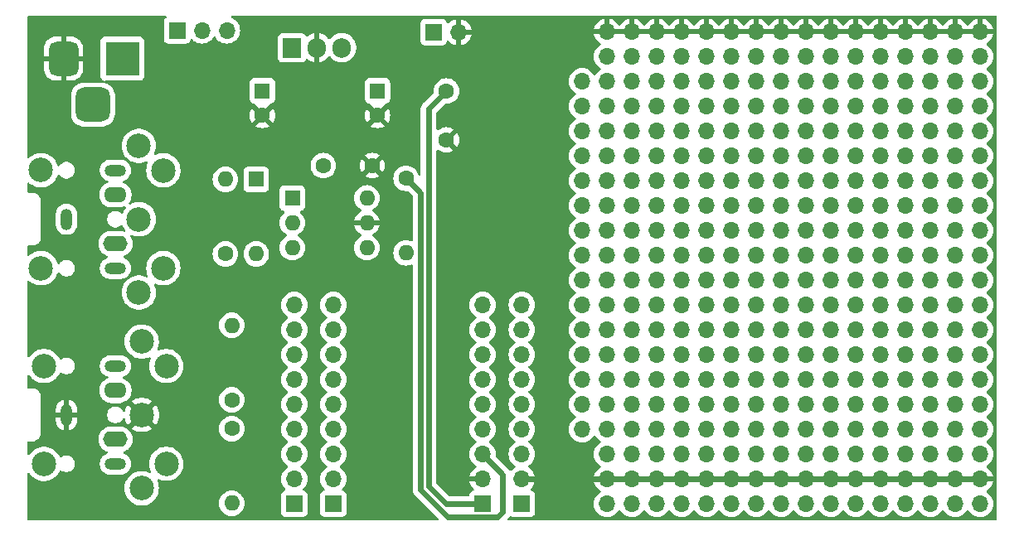
<source format=gbr>
%TF.GenerationSoftware,KiCad,Pcbnew,8.0.7*%
%TF.CreationDate,2025-03-14T17:48:09+00:00*%
%TF.ProjectId,WaveshareZeroMIDIProto,57617665-7368-4617-9265-5a65726f4d49,rev?*%
%TF.SameCoordinates,Original*%
%TF.FileFunction,Copper,L2,Bot*%
%TF.FilePolarity,Positive*%
%FSLAX46Y46*%
G04 Gerber Fmt 4.6, Leading zero omitted, Abs format (unit mm)*
G04 Created by KiCad (PCBNEW 8.0.7) date 2025-03-14 17:48:09*
%MOMM*%
%LPD*%
G01*
G04 APERTURE LIST*
G04 Aperture macros list*
%AMRoundRect*
0 Rectangle with rounded corners*
0 $1 Rounding radius*
0 $2 $3 $4 $5 $6 $7 $8 $9 X,Y pos of 4 corners*
0 Add a 4 corners polygon primitive as box body*
4,1,4,$2,$3,$4,$5,$6,$7,$8,$9,$2,$3,0*
0 Add four circle primitives for the rounded corners*
1,1,$1+$1,$2,$3*
1,1,$1+$1,$4,$5*
1,1,$1+$1,$6,$7*
1,1,$1+$1,$8,$9*
0 Add four rect primitives between the rounded corners*
20,1,$1+$1,$2,$3,$4,$5,0*
20,1,$1+$1,$4,$5,$6,$7,0*
20,1,$1+$1,$6,$7,$8,$9,0*
20,1,$1+$1,$8,$9,$2,$3,0*%
G04 Aperture macros list end*
%TA.AperFunction,ComponentPad*%
%ADD10O,1.700000X1.700000*%
%TD*%
%TA.AperFunction,ComponentPad*%
%ADD11O,2.500000X1.600000*%
%TD*%
%TA.AperFunction,ComponentPad*%
%ADD12O,2.200000X1.200000*%
%TD*%
%TA.AperFunction,ComponentPad*%
%ADD13O,1.200000X2.200000*%
%TD*%
%TA.AperFunction,ComponentPad*%
%ADD14O,2.300000X1.600000*%
%TD*%
%TA.AperFunction,ComponentPad*%
%ADD15R,1.600000X1.600000*%
%TD*%
%TA.AperFunction,ComponentPad*%
%ADD16C,1.600000*%
%TD*%
%TA.AperFunction,ComponentPad*%
%ADD17R,1.700000X1.700000*%
%TD*%
%TA.AperFunction,ComponentPad*%
%ADD18O,1.600000X1.600000*%
%TD*%
%TA.AperFunction,ComponentPad*%
%ADD19R,3.500000X3.500000*%
%TD*%
%TA.AperFunction,ComponentPad*%
%ADD20RoundRect,0.750000X-0.750000X-1.000000X0.750000X-1.000000X0.750000X1.000000X-0.750000X1.000000X0*%
%TD*%
%TA.AperFunction,ComponentPad*%
%ADD21RoundRect,0.875000X-0.875000X-0.875000X0.875000X-0.875000X0.875000X0.875000X-0.875000X0.875000X0*%
%TD*%
%TA.AperFunction,WasherPad*%
%ADD22C,2.499360*%
%TD*%
%TA.AperFunction,ComponentPad*%
%ADD23C,2.499360*%
%TD*%
%TA.AperFunction,ComponentPad*%
%ADD24R,1.905000X2.000000*%
%TD*%
%TA.AperFunction,ComponentPad*%
%ADD25O,1.905000X2.000000*%
%TD*%
%TA.AperFunction,ViaPad*%
%ADD26C,0.600000*%
%TD*%
%TA.AperFunction,Conductor*%
%ADD27C,0.600000*%
%TD*%
G04 APERTURE END LIST*
D10*
%TO.P,,1,Pin_15*%
%TO.N,N/C*%
X135090000Y-74995000D03*
%TD*%
%TO.P,,1,Pin_15*%
%TO.N,N/C*%
X137630000Y-59755000D03*
%TD*%
%TO.P,,1,Pin_15*%
%TO.N,N/C*%
X135090000Y-82615000D03*
%TD*%
%TO.P,,1,Pin_15*%
%TO.N,N/C*%
X117310000Y-57215000D03*
%TD*%
%TO.P,,1,Pin_15*%
%TO.N,N/C*%
X142710000Y-57215000D03*
%TD*%
%TO.P,,1,Pin_15*%
%TO.N,N/C*%
X137630000Y-62295000D03*
%TD*%
%TO.P,,1,Pin_15*%
%TO.N,N/C*%
X132550000Y-74995000D03*
%TD*%
%TO.P,,1,Pin_15*%
%TO.N,N/C*%
X127470000Y-82615000D03*
%TD*%
%TO.P,,1,Pin_15*%
%TO.N,N/C*%
X114770000Y-74995000D03*
%TD*%
%TO.P,,1,Pin_15*%
%TO.N,N/C*%
X142710000Y-64835000D03*
%TD*%
%TO.P,,1,Pin_15*%
%TO.N,N/C*%
X124930000Y-80075000D03*
%TD*%
%TO.P,,1,Pin_15*%
%TO.N,N/C*%
X117310000Y-92775000D03*
%TD*%
%TO.P,,1,Pin_15*%
%TO.N,N/C*%
X132550000Y-67375000D03*
%TD*%
%TO.P,,1,Pin_15*%
%TO.N,N/C*%
X135090000Y-87695000D03*
%TD*%
%TO.P,,1,Pin_15*%
%TO.N,N/C*%
X140170000Y-74995000D03*
%TD*%
%TO.P,,1,Pin_15*%
%TO.N,N/C*%
X117310000Y-74995000D03*
%TD*%
%TO.P,,1,Pin_15*%
%TO.N,N/C*%
X124930000Y-82615000D03*
%TD*%
%TO.P,,1,Pin_15*%
%TO.N,N/C*%
X140170000Y-57215000D03*
%TD*%
%TO.P,,1,Pin_15*%
%TO.N,N/C*%
X137630000Y-85155000D03*
%TD*%
%TO.P,,1,Pin_15*%
%TO.N,N/C*%
X119850000Y-85155000D03*
%TD*%
%TO.P,,1,Pin_15*%
%TO.N,N/C*%
X112230000Y-77535000D03*
%TD*%
%TO.P,,1,Pin_15*%
%TO.N,N/C*%
X124930000Y-67375000D03*
%TD*%
%TO.P,,1,Pin_15*%
%TO.N,N/C*%
X112230000Y-54675000D03*
%TD*%
%TO.P,,1,Pin_15*%
%TO.N,N/C*%
X145250000Y-85155000D03*
%TD*%
%TO.P,,1,Pin_15*%
%TO.N,N/C*%
X137630000Y-80075000D03*
%TD*%
D11*
%TO.P,J2,TN*%
%TO.N,N/C*%
X59500000Y-73800000D03*
D12*
%TO.P,J2,T*%
%TO.N,Net-(D1-A)*%
X59500000Y-76300000D03*
D13*
%TO.P,J2,S*%
%TO.N,unconnected-(J2-PadS)*%
X54500000Y-71300000D03*
D14*
%TO.P,J2,RN*%
%TO.N,N/C*%
X59500000Y-68800000D03*
D12*
%TO.P,J2,R*%
%TO.N,Net-(J2-PadR)*%
X59500000Y-66300000D03*
%TD*%
D10*
%TO.P,,1,Pin_15*%
%TO.N,N/C*%
X147790000Y-85155000D03*
%TD*%
D15*
%TO.P,C3,1*%
%TO.N,+5V*%
X86250000Y-58192621D03*
D16*
%TO.P,C3,2*%
%TO.N,GND*%
X86250000Y-60692621D03*
%TD*%
D10*
%TO.P,,1,Pin_15*%
%TO.N,N/C*%
X145250000Y-92775000D03*
%TD*%
%TO.P,,1,Pin_15*%
%TO.N,N/C*%
X147790000Y-59755000D03*
%TD*%
%TO.P,,1,Pin_15*%
%TO.N,N/C*%
X142710000Y-67375000D03*
%TD*%
%TO.P,,1,Pin_15*%
%TO.N,N/C*%
X117310000Y-54675000D03*
%TD*%
%TO.P,,1,Pin_15*%
%TO.N,N/C*%
X124930000Y-74995000D03*
%TD*%
%TO.P,,1,Pin_15*%
%TO.N,N/C*%
X122390000Y-90235000D03*
%TD*%
%TO.P,,1,Pin_15*%
%TO.N,N/C*%
X119850000Y-80075000D03*
%TD*%
%TO.P,,1,Pin_15*%
%TO.N,N/C*%
X114770000Y-77535000D03*
%TD*%
%TO.P,,1,Pin_15*%
%TO.N,N/C*%
X147790000Y-69915000D03*
%TD*%
%TO.P,,1,Pin_15*%
%TO.N,N/C*%
X122390000Y-57215000D03*
%TD*%
%TO.P,,1,Pin_15*%
%TO.N,N/C*%
X114770000Y-92775000D03*
%TD*%
%TO.P,,1,Pin_15*%
%TO.N,N/C*%
X112230000Y-62295000D03*
%TD*%
%TO.P,,1,Pin_15*%
%TO.N,N/C*%
X119850000Y-87695000D03*
%TD*%
D17*
%TO.P,J9,1,Pin_1*%
%TO.N,/TX*%
X81750000Y-100395000D03*
D10*
%TO.P,J9,2,Pin_2*%
%TO.N,/RX*%
X81750000Y-97855000D03*
%TO.P,J9,3,Pin_3*%
%TO.N,Net-(J10-Pin_3)*%
X81750000Y-95315000D03*
%TO.P,J9,4,Pin_4*%
%TO.N,Net-(J10-Pin_4)*%
X81750000Y-92775000D03*
%TO.P,J9,5,Pin_5*%
%TO.N,Net-(J10-Pin_5)*%
X81750000Y-90235000D03*
%TO.P,J9,6,Pin_6*%
%TO.N,Net-(J10-Pin_6)*%
X81750000Y-87695000D03*
%TO.P,J9,7,Pin_7*%
%TO.N,Net-(J10-Pin_7)*%
X81750000Y-85155000D03*
%TO.P,J9,8,Pin_8*%
%TO.N,Net-(J10-Pin_8)*%
X81750000Y-82615000D03*
%TO.P,J9,9,Pin_9*%
%TO.N,Net-(J10-Pin_9)*%
X81750000Y-80075000D03*
%TD*%
D16*
%TO.P,R4,1*%
%TO.N,+3V3*%
X89175000Y-67125000D03*
D18*
%TO.P,R4,2*%
%TO.N,/RX*%
X89175000Y-74745000D03*
%TD*%
D10*
%TO.P,,1,Pin_15*%
%TO.N,N/C*%
X147790000Y-54675000D03*
%TD*%
%TO.P,,1,Pin_15*%
%TO.N,N/C*%
X127470000Y-80075000D03*
%TD*%
%TO.P,,1,Pin_15*%
%TO.N,N/C*%
X130010000Y-87695000D03*
%TD*%
%TO.P,,1,Pin_15*%
%TO.N,N/C*%
X119850000Y-90235000D03*
%TD*%
D17*
%TO.P,J5,1,Pin_1*%
%TO.N,+5V*%
X91975000Y-52175000D03*
D10*
%TO.P,J5,2,Pin_2*%
%TO.N,GND*%
X94515000Y-52175000D03*
%TD*%
%TO.P,,1,Pin_15*%
%TO.N,N/C*%
X109690000Y-87695000D03*
%TD*%
%TO.P,,1,Pin_15*%
%TO.N,N/C*%
X109690000Y-82615000D03*
%TD*%
%TO.P,,1,Pin_15*%
%TO.N,N/C*%
X122390000Y-82615000D03*
%TD*%
%TO.P,,1,Pin_15*%
%TO.N,N/C*%
X109690000Y-77535000D03*
%TD*%
%TO.P,,1,Pin_15*%
%TO.N,N/C*%
X140170000Y-54675000D03*
%TD*%
%TO.P,,1,Pin_15*%
%TO.N,N/C*%
X124930000Y-69915000D03*
%TD*%
%TO.P,,1,Pin_15*%
%TO.N,N/C*%
X122390000Y-77535000D03*
%TD*%
%TO.P,J15,1,Pin_1*%
%TO.N,GND*%
X147790000Y-97855000D03*
%TO.P,J15,2,Pin_2*%
X145250000Y-97855000D03*
%TO.P,J15,3,Pin_3*%
X142710000Y-97855000D03*
%TO.P,J15,4,Pin_4*%
X140170000Y-97855000D03*
%TO.P,J15,5,Pin_5*%
X137630000Y-97855000D03*
%TO.P,J15,6,Pin_6*%
X135090000Y-97855000D03*
%TO.P,J15,7,Pin_7*%
X132550000Y-97855000D03*
%TO.P,J15,8,Pin_8*%
X130010000Y-97855000D03*
%TO.P,J15,9,Pin_9*%
X127470000Y-97855000D03*
%TO.P,J15,10,Pin_10*%
X124930000Y-97855000D03*
%TO.P,J15,11,Pin_11*%
X122390000Y-97855000D03*
%TO.P,J15,12,Pin_12*%
X119850000Y-97855000D03*
%TO.P,J15,13,Pin_13*%
X117310000Y-97855000D03*
%TO.P,J15,14,Pin_14*%
X114770000Y-97855000D03*
%TO.P,J15,15,Pin_15*%
X112230000Y-97855000D03*
%TO.P,J15,16,Pin_16*%
X109690000Y-97855000D03*
%TD*%
%TO.P,,1,Pin_15*%
%TO.N,N/C*%
X112230000Y-72455000D03*
%TD*%
%TO.P,,1,Pin_15*%
%TO.N,N/C*%
X135090000Y-59755000D03*
%TD*%
%TO.P,,1,Pin_15*%
%TO.N,N/C*%
X130010000Y-59755000D03*
%TD*%
%TO.P,,1,Pin_15*%
%TO.N,N/C*%
X127470000Y-67375000D03*
%TD*%
%TO.P,,1,Pin_15*%
%TO.N,N/C*%
X147790000Y-62295000D03*
%TD*%
%TO.P,,1,Pin_15*%
%TO.N,N/C*%
X112230000Y-87695000D03*
%TD*%
%TO.P,,1,Pin_15*%
%TO.N,N/C*%
X109690000Y-92775000D03*
%TD*%
%TO.P,,1,Pin_15*%
%TO.N,N/C*%
X135090000Y-69915000D03*
%TD*%
%TO.P,,1,Pin_15*%
%TO.N,N/C*%
X119850000Y-74995000D03*
%TD*%
%TO.P,,1,Pin_15*%
%TO.N,N/C*%
X109690000Y-69915000D03*
%TD*%
%TO.P,,1,Pin_15*%
%TO.N,N/C*%
X130010000Y-77535000D03*
%TD*%
%TO.P,,1,Pin_15*%
%TO.N,N/C*%
X117310000Y-90235000D03*
%TD*%
%TO.P,,1,Pin_15*%
%TO.N,N/C*%
X142710000Y-69915000D03*
%TD*%
D15*
%TO.P,D1,1,K*%
%TO.N,Net-(D1-K)*%
X73875000Y-67215000D03*
D18*
%TO.P,D1,2,A*%
%TO.N,Net-(D1-A)*%
X73875000Y-74835000D03*
%TD*%
D10*
%TO.P,,1,Pin_15*%
%TO.N,N/C*%
X132550000Y-59755000D03*
%TD*%
%TO.P,,1,Pin_15*%
%TO.N,N/C*%
X140170000Y-77535000D03*
%TD*%
%TO.P,,1,Pin_15*%
%TO.N,N/C*%
X114770000Y-62295000D03*
%TD*%
D12*
%TO.P,J1,R*%
%TO.N,Net-(J1-PadR)*%
X59500000Y-86300000D03*
D14*
%TO.P,J1,RN*%
%TO.N,N/C*%
X59500000Y-88800000D03*
D13*
%TO.P,J1,S*%
%TO.N,GND*%
X54500000Y-91300000D03*
D12*
%TO.P,J1,T*%
%TO.N,Net-(J1-PadT)*%
X59500000Y-96300000D03*
D11*
%TO.P,J1,TN*%
%TO.N,N/C*%
X59500000Y-93800000D03*
%TD*%
D10*
%TO.P,,1,Pin_15*%
%TO.N,N/C*%
X117310000Y-82615000D03*
%TD*%
D17*
%TO.P,J10,1,Pin_1*%
%TO.N,/TX*%
X77750000Y-100395000D03*
D10*
%TO.P,J10,2,Pin_2*%
%TO.N,/RX*%
X77750000Y-97855000D03*
%TO.P,J10,3,Pin_3*%
%TO.N,Net-(J10-Pin_3)*%
X77750000Y-95315000D03*
%TO.P,J10,4,Pin_4*%
%TO.N,Net-(J10-Pin_4)*%
X77750000Y-92775000D03*
%TO.P,J10,5,Pin_5*%
%TO.N,Net-(J10-Pin_5)*%
X77750000Y-90235000D03*
%TO.P,J10,6,Pin_6*%
%TO.N,Net-(J10-Pin_6)*%
X77750000Y-87695000D03*
%TO.P,J10,7,Pin_7*%
%TO.N,Net-(J10-Pin_7)*%
X77750000Y-85155000D03*
%TO.P,J10,8,Pin_8*%
%TO.N,Net-(J10-Pin_8)*%
X77750000Y-82615000D03*
%TO.P,J10,9,Pin_9*%
%TO.N,Net-(J10-Pin_9)*%
X77750000Y-80075000D03*
%TD*%
%TO.P,,1,Pin_15*%
%TO.N,N/C*%
X114770000Y-59755000D03*
%TD*%
%TO.P,,1,Pin_15*%
%TO.N,N/C*%
X145250000Y-57215000D03*
%TD*%
%TO.P,,1,Pin_15*%
%TO.N,N/C*%
X112230000Y-64835000D03*
%TD*%
%TO.P,,1,Pin_15*%
%TO.N,N/C*%
X112230000Y-67375000D03*
%TD*%
%TO.P,,1,Pin_15*%
%TO.N,N/C*%
X142710000Y-82615000D03*
%TD*%
%TO.P,,1,Pin_15*%
%TO.N,N/C*%
X135090000Y-64835000D03*
%TD*%
%TO.P,,1,Pin_15*%
%TO.N,N/C*%
X147790000Y-87695000D03*
%TD*%
%TO.P,,1,Pin_15*%
%TO.N,N/C*%
X140170000Y-87695000D03*
%TD*%
%TO.P,,1,Pin_15*%
%TO.N,N/C*%
X119850000Y-82615000D03*
%TD*%
D16*
%TO.P,R2,1*%
%TO.N,Net-(J1-PadR)*%
X71375000Y-89760000D03*
D18*
%TO.P,R2,2*%
%TO.N,+3V3*%
X71375000Y-82140000D03*
%TD*%
D10*
%TO.P,,1,Pin_15*%
%TO.N,N/C*%
X132550000Y-64835000D03*
%TD*%
%TO.P,,1,Pin_15*%
%TO.N,N/C*%
X145250000Y-64835000D03*
%TD*%
%TO.P,,1,Pin_15*%
%TO.N,N/C*%
X147790000Y-77535000D03*
%TD*%
%TO.P,,1,Pin_15*%
%TO.N,N/C*%
X137630000Y-57215000D03*
%TD*%
%TO.P,,1,Pin_15*%
%TO.N,N/C*%
X135090000Y-90235000D03*
%TD*%
%TO.P,,1,Pin_15*%
%TO.N,N/C*%
X122390000Y-64835000D03*
%TD*%
%TO.P,,1,Pin_15*%
%TO.N,N/C*%
X109690000Y-64835000D03*
%TD*%
%TO.P,,1,Pin_15*%
%TO.N,N/C*%
X112230000Y-74995000D03*
%TD*%
%TO.P,,1,Pin_15*%
%TO.N,N/C*%
X130010000Y-57215000D03*
%TD*%
%TO.P,,1,Pin_15*%
%TO.N,N/C*%
X114770000Y-85155000D03*
%TD*%
%TO.P,,1,Pin_15*%
%TO.N,N/C*%
X147790000Y-72455000D03*
%TD*%
D15*
%TO.P,U1,1*%
%TO.N,Net-(D1-K)*%
X77555000Y-69125000D03*
D18*
%TO.P,U1,2*%
%TO.N,Net-(D1-A)*%
X77555000Y-71665000D03*
%TO.P,U1,3*%
%TO.N,unconnected-(U1-Pad3)*%
X77555000Y-74205000D03*
%TO.P,U1,4*%
%TO.N,/RX*%
X85175000Y-74205000D03*
%TO.P,U1,5*%
%TO.N,GND*%
X85175000Y-71665000D03*
%TO.P,U1,6*%
%TO.N,+3V3*%
X85175000Y-69125000D03*
%TD*%
D10*
%TO.P,,1,Pin_15*%
%TO.N,N/C*%
X135090000Y-92775000D03*
%TD*%
%TO.P,,1,Pin_15*%
%TO.N,N/C*%
X122390000Y-80075000D03*
%TD*%
%TO.P,,1,Pin_15*%
%TO.N,N/C*%
X112230000Y-82615000D03*
%TD*%
%TO.P,,1,Pin_15*%
%TO.N,N/C*%
X145250000Y-82615000D03*
%TD*%
%TO.P,,1,Pin_15*%
%TO.N,N/C*%
X130010000Y-92775000D03*
%TD*%
%TO.P,,1,Pin_15*%
%TO.N,N/C*%
X117310000Y-87695000D03*
%TD*%
%TO.P,,1,Pin_15*%
%TO.N,N/C*%
X112230000Y-57215000D03*
%TD*%
%TO.P,,1,Pin_15*%
%TO.N,N/C*%
X142710000Y-62295000D03*
%TD*%
%TO.P,,1,Pin_15*%
%TO.N,N/C*%
X127470000Y-69915000D03*
%TD*%
%TO.P,,1,Pin_15*%
%TO.N,N/C*%
X109690000Y-85155000D03*
%TD*%
%TO.P,,1,Pin_15*%
%TO.N,N/C*%
X137630000Y-74995000D03*
%TD*%
D19*
%TO.P,J12,1*%
%TO.N,Net-(SW1-A)*%
X60200000Y-54892500D03*
D20*
%TO.P,J12,2*%
%TO.N,GND*%
X54200000Y-54892500D03*
D21*
%TO.P,J12,3*%
%TO.N,N/C*%
X57200000Y-59592500D03*
%TD*%
D10*
%TO.P,,1,Pin_15*%
%TO.N,N/C*%
X124930000Y-87695000D03*
%TD*%
D16*
%TO.P,C1,1*%
%TO.N,+3V3*%
X80725000Y-65825000D03*
%TO.P,C1,2*%
%TO.N,GND*%
X85725000Y-65825000D03*
%TD*%
D10*
%TO.P,,1,Pin_15*%
%TO.N,N/C*%
X114770000Y-72455000D03*
%TD*%
%TO.P,,1,Pin_15*%
%TO.N,N/C*%
X122390000Y-67375000D03*
%TD*%
%TO.P,,1,Pin_15*%
%TO.N,N/C*%
X130010000Y-80075000D03*
%TD*%
%TO.P,,1,Pin_15*%
%TO.N,N/C*%
X137630000Y-77535000D03*
%TD*%
%TO.P,,1,Pin_15*%
%TO.N,N/C*%
X135090000Y-80075000D03*
%TD*%
%TO.P,,1,Pin_15*%
%TO.N,N/C*%
X140170000Y-90235000D03*
%TD*%
%TO.P,,1,Pin_15*%
%TO.N,N/C*%
X140170000Y-62295000D03*
%TD*%
%TO.P,,1,Pin_15*%
%TO.N,N/C*%
X137630000Y-54675000D03*
%TD*%
%TO.P,,1,Pin_15*%
%TO.N,N/C*%
X124930000Y-72455000D03*
%TD*%
%TO.P,,1,Pin_15*%
%TO.N,N/C*%
X132550000Y-87695000D03*
%TD*%
D15*
%TO.P,C2,1*%
%TO.N,Net-(JP1-A)*%
X74500000Y-58192621D03*
D16*
%TO.P,C2,2*%
%TO.N,GND*%
X74500000Y-60692621D03*
%TD*%
D10*
%TO.P,,1,Pin_15*%
%TO.N,N/C*%
X130010000Y-62295000D03*
%TD*%
%TO.P,,1,Pin_15*%
%TO.N,N/C*%
X147790000Y-90235000D03*
%TD*%
D17*
%TO.P,J7,1,Pin_1*%
%TO.N,+5V*%
X100990000Y-100395000D03*
D10*
%TO.P,J7,2,Pin_2*%
%TO.N,GND*%
X100990000Y-97855000D03*
%TO.P,J7,3,Pin_3*%
%TO.N,+3V3*%
X100990000Y-95315000D03*
%TO.P,J7,4,Pin_4*%
%TO.N,Net-(J11-Pin_1)*%
X100990000Y-92775000D03*
%TO.P,J7,5,Pin_5*%
%TO.N,Net-(J11-Pin_2)*%
X100990000Y-90235000D03*
%TO.P,J7,6,Pin_6*%
%TO.N,Net-(J11-Pin_3)*%
X100990000Y-87695000D03*
%TO.P,J7,7,Pin_7*%
%TO.N,Net-(J11-Pin_4)*%
X100990000Y-85155000D03*
%TO.P,J7,8,Pin_8*%
%TO.N,Net-(J11-Pin_5)*%
X100990000Y-82615000D03*
%TO.P,J7,9,Pin_9*%
%TO.N,Net-(J11-Pin_6)*%
X100990000Y-80075000D03*
%TD*%
%TO.P,,1,Pin_15*%
%TO.N,N/C*%
X147790000Y-64835000D03*
%TD*%
%TO.P,,1,Pin_15*%
%TO.N,N/C*%
X124930000Y-59755000D03*
%TD*%
%TO.P,,1,Pin_15*%
%TO.N,N/C*%
X114770000Y-64835000D03*
%TD*%
%TO.P,,1,Pin_15*%
%TO.N,N/C*%
X142710000Y-92775000D03*
%TD*%
D17*
%TO.P,J8,1,Pin_1*%
%TO.N,+5V*%
X96990000Y-100395000D03*
D10*
%TO.P,J8,2,Pin_2*%
%TO.N,GND*%
X96990000Y-97855000D03*
%TO.P,J8,3,Pin_3*%
%TO.N,+3V3*%
X96990000Y-95315000D03*
%TO.P,J8,4,Pin_4*%
%TO.N,Net-(J11-Pin_1)*%
X96990000Y-92775000D03*
%TO.P,J8,5,Pin_5*%
%TO.N,Net-(J11-Pin_2)*%
X96990000Y-90235000D03*
%TO.P,J8,6,Pin_6*%
%TO.N,Net-(J11-Pin_3)*%
X96990000Y-87695000D03*
%TO.P,J8,7,Pin_7*%
%TO.N,Net-(J11-Pin_4)*%
X96990000Y-85155000D03*
%TO.P,J8,8,Pin_8*%
%TO.N,Net-(J11-Pin_5)*%
X96990000Y-82615000D03*
%TO.P,J8,9,Pin_9*%
%TO.N,Net-(J11-Pin_6)*%
X96990000Y-80075000D03*
%TD*%
%TO.P,,1,Pin_15*%
%TO.N,N/C*%
X137630000Y-72455000D03*
%TD*%
%TO.P,,1,Pin_15*%
%TO.N,N/C*%
X109690000Y-57215000D03*
%TD*%
%TO.P,,1,Pin_15*%
%TO.N,N/C*%
X109690000Y-54675000D03*
%TD*%
D22*
%TO.P,J4,*%
%TO.N,*%
X52192300Y-86298740D03*
X52192300Y-96301260D03*
D23*
%TO.P,J4,1*%
%TO.N,unconnected-(J4-Pad1)*%
X62187200Y-98798080D03*
%TO.P,J4,2*%
%TO.N,GND*%
X62189740Y-91300000D03*
%TO.P,J4,3*%
%TO.N,unconnected-(J4-Pad3)*%
X62187200Y-83801920D03*
%TO.P,J4,4*%
%TO.N,Net-(J1-PadR)*%
X64689100Y-96296180D03*
%TO.P,J4,5*%
%TO.N,Net-(J1-PadT)*%
X64689100Y-86303820D03*
%TD*%
D10*
%TO.P,,1,Pin_15*%
%TO.N,N/C*%
X119850000Y-67375000D03*
%TD*%
%TO.P,,1,Pin_15*%
%TO.N,N/C*%
X147790000Y-67375000D03*
%TD*%
D16*
%TO.P,R1,1*%
%TO.N,Net-(J2-PadR)*%
X70725000Y-74850000D03*
D18*
%TO.P,R1,2*%
%TO.N,Net-(D1-K)*%
X70725000Y-67230000D03*
%TD*%
D10*
%TO.P,,1,Pin_15*%
%TO.N,N/C*%
X124930000Y-85155000D03*
%TD*%
%TO.P,,1,Pin_15*%
%TO.N,N/C*%
X130010000Y-74995000D03*
%TD*%
D16*
%TO.P,C4,1*%
%TO.N,+5V*%
X93300000Y-58200000D03*
%TO.P,C4,2*%
%TO.N,GND*%
X93300000Y-63200000D03*
%TD*%
D10*
%TO.P,,1,Pin_15*%
%TO.N,N/C*%
X109690000Y-67375000D03*
%TD*%
%TO.P,,1,Pin_15*%
%TO.N,N/C*%
X112230000Y-92775000D03*
%TD*%
%TO.P,,1,Pin_15*%
%TO.N,N/C*%
X130010000Y-64835000D03*
%TD*%
%TO.P,,1,Pin_15*%
%TO.N,N/C*%
X119850000Y-59755000D03*
%TD*%
%TO.P,,1,Pin_15*%
%TO.N,N/C*%
X142710000Y-59755000D03*
%TD*%
%TO.P,,1,Pin_15*%
%TO.N,N/C*%
X147790000Y-74995000D03*
%TD*%
%TO.P,,1,Pin_15*%
%TO.N,N/C*%
X119850000Y-57215000D03*
%TD*%
%TO.P,,1,Pin_15*%
%TO.N,N/C*%
X124930000Y-92775000D03*
%TD*%
%TO.P,,1,Pin_15*%
%TO.N,N/C*%
X145250000Y-77535000D03*
%TD*%
%TO.P,,1,Pin_15*%
%TO.N,N/C*%
X124930000Y-64835000D03*
%TD*%
%TO.P,,1,Pin_15*%
%TO.N,N/C*%
X135090000Y-54675000D03*
%TD*%
%TO.P,,1,Pin_15*%
%TO.N,N/C*%
X132550000Y-82615000D03*
%TD*%
%TO.P,,1,Pin_15*%
%TO.N,N/C*%
X114770000Y-54675000D03*
%TD*%
%TO.P,,1,Pin_15*%
%TO.N,N/C*%
X135090000Y-72455000D03*
%TD*%
%TO.P,,1,Pin_15*%
%TO.N,N/C*%
X140170000Y-92775000D03*
%TD*%
%TO.P,,1,Pin_15*%
%TO.N,N/C*%
X117310000Y-62295000D03*
%TD*%
%TO.P,,1,Pin_15*%
%TO.N,N/C*%
X119850000Y-64835000D03*
%TD*%
%TO.P,,1,Pin_15*%
%TO.N,N/C*%
X117310000Y-67375000D03*
%TD*%
%TO.P,,1,Pin_15*%
%TO.N,N/C*%
X137630000Y-67375000D03*
%TD*%
%TO.P,,1,Pin_15*%
%TO.N,N/C*%
X137630000Y-69915000D03*
%TD*%
%TO.P,,1,Pin_15*%
%TO.N,N/C*%
X109690000Y-90235000D03*
%TD*%
%TO.P,,1,Pin_15*%
%TO.N,N/C*%
X145250000Y-67375000D03*
%TD*%
%TO.P,,1,Pin_15*%
%TO.N,N/C*%
X127470000Y-77535000D03*
%TD*%
%TO.P,,1,Pin_15*%
%TO.N,N/C*%
X122390000Y-87695000D03*
%TD*%
%TO.P,,1,Pin_15*%
%TO.N,N/C*%
X122390000Y-62295000D03*
%TD*%
%TO.P,,1,Pin_15*%
%TO.N,N/C*%
X117310000Y-80075000D03*
%TD*%
%TO.P,,1,Pin_15*%
%TO.N,N/C*%
X112230000Y-80075000D03*
%TD*%
%TO.P,,1,Pin_15*%
%TO.N,N/C*%
X132550000Y-77535000D03*
%TD*%
%TO.P,,1,Pin_15*%
%TO.N,N/C*%
X124930000Y-77535000D03*
%TD*%
%TO.P,J13,1,Pin_1*%
%TO.N,+5V*%
X147790000Y-100395000D03*
%TO.P,J13,2,Pin_2*%
X145250000Y-100395000D03*
%TO.P,J13,3,Pin_3*%
X142710000Y-100395000D03*
%TO.P,J13,4,Pin_4*%
X140170000Y-100395000D03*
%TO.P,J13,5,Pin_5*%
X137630000Y-100395000D03*
%TO.P,J13,6,Pin_6*%
X135090000Y-100395000D03*
%TO.P,J13,7,Pin_7*%
X132550000Y-100395000D03*
%TO.P,J13,8,Pin_8*%
X130010000Y-100395000D03*
%TO.P,J13,9,Pin_9*%
X127470000Y-100395000D03*
%TO.P,J13,10,Pin_10*%
X124930000Y-100395000D03*
%TO.P,J13,11,Pin_11*%
X122390000Y-100395000D03*
%TO.P,J13,12,Pin_12*%
X119850000Y-100395000D03*
%TO.P,J13,13,Pin_13*%
X117310000Y-100395000D03*
%TO.P,J13,14,Pin_14*%
X114770000Y-100395000D03*
%TO.P,J13,15,Pin_15*%
X112230000Y-100395000D03*
%TO.P,J13,16,Pin_16*%
X109690000Y-100395000D03*
%TD*%
%TO.P,,1,Pin_15*%
%TO.N,N/C*%
X117310000Y-69915000D03*
%TD*%
%TO.P,,1,Pin_15*%
%TO.N,N/C*%
X122390000Y-85155000D03*
%TD*%
%TO.P,,1,Pin_15*%
%TO.N,N/C*%
X132550000Y-54675000D03*
%TD*%
%TO.P,,1,Pin_15*%
%TO.N,N/C*%
X119850000Y-77535000D03*
%TD*%
%TO.P,,1,Pin_15*%
%TO.N,N/C*%
X114770000Y-69915000D03*
%TD*%
%TO.P,,1,Pin_15*%
%TO.N,N/C*%
X127470000Y-74995000D03*
%TD*%
%TO.P,,1,Pin_15*%
%TO.N,N/C*%
X127470000Y-72455000D03*
%TD*%
%TO.P,,1,Pin_15*%
%TO.N,N/C*%
X130010000Y-54675000D03*
%TD*%
%TO.P,,1,Pin_15*%
%TO.N,N/C*%
X135090000Y-67375000D03*
%TD*%
%TO.P,,1,Pin_15*%
%TO.N,N/C*%
X132550000Y-90235000D03*
%TD*%
%TO.P,J6,1,Pin_1*%
%TO.N,/TX*%
X107150000Y-77535000D03*
%TO.P,J6,2,Pin_2*%
%TO.N,/RX*%
X107150000Y-74995000D03*
%TO.P,J6,3,Pin_3*%
%TO.N,Net-(J10-Pin_3)*%
X107150000Y-72455000D03*
%TO.P,J6,4,Pin_4*%
%TO.N,Net-(J10-Pin_4)*%
X107150000Y-69915000D03*
%TO.P,J6,5,Pin_5*%
%TO.N,Net-(J10-Pin_5)*%
X107150000Y-67375000D03*
%TO.P,J6,6,Pin_6*%
%TO.N,Net-(J10-Pin_6)*%
X107150000Y-64835000D03*
%TO.P,J6,7,Pin_7*%
%TO.N,Net-(J10-Pin_7)*%
X107150000Y-62295000D03*
%TO.P,J6,8,Pin_8*%
%TO.N,Net-(J10-Pin_8)*%
X107150000Y-59755000D03*
%TO.P,J6,9,Pin_9*%
%TO.N,Net-(J10-Pin_9)*%
X107150000Y-57215000D03*
%TD*%
%TO.P,,1,Pin_15*%
%TO.N,N/C*%
X112230000Y-69915000D03*
%TD*%
%TO.P,,1,Pin_15*%
%TO.N,N/C*%
X147790000Y-92775000D03*
%TD*%
%TO.P,,1,Pin_15*%
%TO.N,N/C*%
X142710000Y-54675000D03*
%TD*%
%TO.P,,1,Pin_15*%
%TO.N,N/C*%
X137630000Y-82615000D03*
%TD*%
%TO.P,,1,Pin_15*%
%TO.N,N/C*%
X145250000Y-74995000D03*
%TD*%
%TO.P,,1,Pin_15*%
%TO.N,N/C*%
X127470000Y-59755000D03*
%TD*%
%TO.P,,1,Pin_15*%
%TO.N,N/C*%
X142710000Y-72455000D03*
%TD*%
%TO.P,,1,Pin_15*%
%TO.N,N/C*%
X114770000Y-87695000D03*
%TD*%
%TO.P,,1,Pin_15*%
%TO.N,N/C*%
X117310000Y-59755000D03*
%TD*%
%TO.P,,1,Pin_15*%
%TO.N,N/C*%
X132550000Y-62295000D03*
%TD*%
%TO.P,,1,Pin_15*%
%TO.N,N/C*%
X112230000Y-90235000D03*
%TD*%
%TO.P,,1,Pin_15*%
%TO.N,N/C*%
X114770000Y-67375000D03*
%TD*%
%TO.P,,1,Pin_15*%
%TO.N,N/C*%
X124930000Y-54675000D03*
%TD*%
%TO.P,,1,Pin_15*%
%TO.N,N/C*%
X114770000Y-57215000D03*
%TD*%
%TO.P,,1,Pin_15*%
%TO.N,N/C*%
X119850000Y-62295000D03*
%TD*%
D16*
%TO.P,R3,1*%
%TO.N,Net-(J1-PadT)*%
X71375000Y-92700000D03*
D18*
%TO.P,R3,2*%
%TO.N,/TX*%
X71375000Y-100320000D03*
%TD*%
D10*
%TO.P,,1,Pin_15*%
%TO.N,N/C*%
X130010000Y-72455000D03*
%TD*%
%TO.P,,1,Pin_15*%
%TO.N,N/C*%
X147790000Y-82615000D03*
%TD*%
%TO.P,,1,Pin_15*%
%TO.N,N/C*%
X137630000Y-90235000D03*
%TD*%
%TO.P,,1,Pin_15*%
%TO.N,N/C*%
X117310000Y-77535000D03*
%TD*%
%TO.P,,1,Pin_15*%
%TO.N,N/C*%
X109690000Y-80075000D03*
%TD*%
%TO.P,,1,Pin_15*%
%TO.N,N/C*%
X135090000Y-85155000D03*
%TD*%
%TO.P,,1,Pin_15*%
%TO.N,N/C*%
X130010000Y-67375000D03*
%TD*%
%TO.P,,1,Pin_15*%
%TO.N,N/C*%
X122390000Y-54675000D03*
%TD*%
D17*
%TO.P,SW1,1,A*%
%TO.N,Net-(SW1-A)*%
X65800000Y-52000000D03*
D10*
%TO.P,SW1,2,B*%
%TO.N,Net-(JP1-A)*%
X68340000Y-52000000D03*
%TO.P,SW1,3*%
%TO.N,N/C*%
X70880000Y-52000000D03*
%TD*%
%TO.P,,1,Pin_15*%
%TO.N,N/C*%
X145250000Y-62295000D03*
%TD*%
%TO.P,,1,Pin_15*%
%TO.N,N/C*%
X145250000Y-80075000D03*
%TD*%
%TO.P,,1,Pin_15*%
%TO.N,N/C*%
X142710000Y-77535000D03*
%TD*%
%TO.P,,1,Pin_15*%
%TO.N,N/C*%
X137630000Y-64835000D03*
%TD*%
%TO.P,,1,Pin_15*%
%TO.N,N/C*%
X124930000Y-62295000D03*
%TD*%
%TO.P,,1,Pin_15*%
%TO.N,N/C*%
X127470000Y-57215000D03*
%TD*%
%TO.P,,1,Pin_15*%
%TO.N,N/C*%
X140170000Y-72455000D03*
%TD*%
%TO.P,,1,Pin_15*%
%TO.N,N/C*%
X145250000Y-72455000D03*
%TD*%
%TO.P,,1,Pin_15*%
%TO.N,N/C*%
X122390000Y-59755000D03*
%TD*%
%TO.P,,1,Pin_15*%
%TO.N,N/C*%
X140170000Y-82615000D03*
%TD*%
%TO.P,,1,Pin_15*%
%TO.N,N/C*%
X132550000Y-57215000D03*
%TD*%
%TO.P,,1,Pin_15*%
%TO.N,N/C*%
X112230000Y-59755000D03*
%TD*%
%TO.P,,1,Pin_15*%
%TO.N,N/C*%
X145250000Y-90235000D03*
%TD*%
%TO.P,,1,Pin_15*%
%TO.N,N/C*%
X142710000Y-85155000D03*
%TD*%
%TO.P,,1,Pin_15*%
%TO.N,N/C*%
X142710000Y-80075000D03*
%TD*%
%TO.P,,1,Pin_15*%
%TO.N,N/C*%
X140170000Y-69915000D03*
%TD*%
%TO.P,,1,Pin_15*%
%TO.N,N/C*%
X145250000Y-59755000D03*
%TD*%
%TO.P,,1,Pin_15*%
%TO.N,N/C*%
X112230000Y-85155000D03*
%TD*%
%TO.P,,1,Pin_15*%
%TO.N,N/C*%
X109690000Y-62295000D03*
%TD*%
%TO.P,,1,Pin_15*%
%TO.N,N/C*%
X140170000Y-64835000D03*
%TD*%
%TO.P,,1,Pin_15*%
%TO.N,N/C*%
X147790000Y-80075000D03*
%TD*%
%TO.P,,1,Pin_15*%
%TO.N,N/C*%
X130010000Y-82615000D03*
%TD*%
%TO.P,,1,Pin_15*%
%TO.N,N/C*%
X122390000Y-74995000D03*
%TD*%
%TO.P,,1,Pin_15*%
%TO.N,N/C*%
X114770000Y-90235000D03*
%TD*%
%TO.P,,1,Pin_15*%
%TO.N,N/C*%
X130010000Y-85155000D03*
%TD*%
%TO.P,,1,Pin_15*%
%TO.N,N/C*%
X127470000Y-62295000D03*
%TD*%
%TO.P,,1,Pin_15*%
%TO.N,N/C*%
X127470000Y-64835000D03*
%TD*%
%TO.P,,1,Pin_15*%
%TO.N,N/C*%
X135090000Y-77535000D03*
%TD*%
%TO.P,,1,Pin_15*%
%TO.N,N/C*%
X142710000Y-90235000D03*
%TD*%
%TO.P,,1,Pin_15*%
%TO.N,N/C*%
X119850000Y-72455000D03*
%TD*%
%TO.P,,1,Pin_15*%
%TO.N,N/C*%
X127470000Y-85155000D03*
%TD*%
%TO.P,J16,1,Pin_1*%
%TO.N,GND*%
X147790000Y-52135000D03*
%TO.P,J16,2,Pin_2*%
X145250000Y-52135000D03*
%TO.P,J16,3,Pin_3*%
X142710000Y-52135000D03*
%TO.P,J16,4,Pin_4*%
X140170000Y-52135000D03*
%TO.P,J16,5,Pin_5*%
X137630000Y-52135000D03*
%TO.P,J16,6,Pin_6*%
X135090000Y-52135000D03*
%TO.P,J16,7,Pin_7*%
X132550000Y-52135000D03*
%TO.P,J16,8,Pin_8*%
X130010000Y-52135000D03*
%TO.P,J16,9,Pin_9*%
X127470000Y-52135000D03*
%TO.P,J16,10,Pin_10*%
X124930000Y-52135000D03*
%TO.P,J16,11,Pin_11*%
X122390000Y-52135000D03*
%TO.P,J16,12,Pin_12*%
X119850000Y-52135000D03*
%TO.P,J16,13,Pin_13*%
X117310000Y-52135000D03*
%TO.P,J16,14,Pin_14*%
X114770000Y-52135000D03*
%TO.P,J16,15,Pin_15*%
X112230000Y-52135000D03*
%TO.P,J16,16,Pin_16*%
X109690000Y-52135000D03*
%TD*%
%TO.P,,1,Pin_15*%
%TO.N,N/C*%
X122390000Y-69915000D03*
%TD*%
%TO.P,,1,Pin_15*%
%TO.N,N/C*%
X132550000Y-85155000D03*
%TD*%
%TO.P,,1,Pin_15*%
%TO.N,N/C*%
X119850000Y-54675000D03*
%TD*%
%TO.P,,1,Pin_15*%
%TO.N,N/C*%
X135090000Y-62295000D03*
%TD*%
%TO.P,,1,Pin_15*%
%TO.N,N/C*%
X119850000Y-92775000D03*
%TD*%
%TO.P,,1,Pin_15*%
%TO.N,N/C*%
X127470000Y-54675000D03*
%TD*%
%TO.P,,1,Pin_15*%
%TO.N,N/C*%
X142710000Y-87695000D03*
%TD*%
%TO.P,,1,Pin_15*%
%TO.N,N/C*%
X140170000Y-59755000D03*
%TD*%
%TO.P,,1,Pin_15*%
%TO.N,N/C*%
X117310000Y-85155000D03*
%TD*%
%TO.P,,1,Pin_15*%
%TO.N,N/C*%
X130010000Y-69915000D03*
%TD*%
%TO.P,,1,Pin_15*%
%TO.N,N/C*%
X127470000Y-90235000D03*
%TD*%
%TO.P,,1,Pin_15*%
%TO.N,N/C*%
X147790000Y-57215000D03*
%TD*%
%TO.P,,1,Pin_15*%
%TO.N,N/C*%
X127470000Y-92775000D03*
%TD*%
%TO.P,J14,1,Pin_1*%
%TO.N,+3V3*%
X147790000Y-95315000D03*
%TO.P,J14,2,Pin_2*%
X145250000Y-95315000D03*
%TO.P,J14,3,Pin_3*%
X142710000Y-95315000D03*
%TO.P,J14,4,Pin_4*%
X140170000Y-95315000D03*
%TO.P,J14,5,Pin_5*%
X137630000Y-95315000D03*
%TO.P,J14,6,Pin_6*%
X135090000Y-95315000D03*
%TO.P,J14,7,Pin_7*%
X132550000Y-95315000D03*
%TO.P,J14,8,Pin_8*%
X130010000Y-95315000D03*
%TO.P,J14,9,Pin_9*%
X127470000Y-95315000D03*
%TO.P,J14,10,Pin_10*%
X124930000Y-95315000D03*
%TO.P,J14,11,Pin_11*%
X122390000Y-95315000D03*
%TO.P,J14,12,Pin_12*%
X119850000Y-95315000D03*
%TO.P,J14,13,Pin_13*%
X117310000Y-95315000D03*
%TO.P,J14,14,Pin_14*%
X114770000Y-95315000D03*
%TO.P,J14,15,Pin_15*%
X112230000Y-95315000D03*
%TO.P,J14,16,Pin_16*%
X109690000Y-95315000D03*
%TD*%
%TO.P,,1,Pin_15*%
%TO.N,N/C*%
X140170000Y-67375000D03*
%TD*%
%TO.P,,1,Pin_15*%
%TO.N,N/C*%
X132550000Y-69915000D03*
%TD*%
%TO.P,,1,Pin_15*%
%TO.N,N/C*%
X145250000Y-69915000D03*
%TD*%
%TO.P,,1,Pin_15*%
%TO.N,N/C*%
X122390000Y-72455000D03*
%TD*%
%TO.P,,1,Pin_15*%
%TO.N,N/C*%
X132550000Y-72455000D03*
%TD*%
%TO.P,,1,Pin_15*%
%TO.N,N/C*%
X140170000Y-80075000D03*
%TD*%
%TO.P,,1,Pin_15*%
%TO.N,N/C*%
X124930000Y-90235000D03*
%TD*%
D24*
%TO.P,U2,1,IN*%
%TO.N,Net-(JP1-A)*%
X77545000Y-53775000D03*
D25*
%TO.P,U2,2,GND*%
%TO.N,GND*%
X80085000Y-53775000D03*
%TO.P,U2,3,OUT*%
%TO.N,+5V*%
X82625000Y-53775000D03*
%TD*%
D10*
%TO.P,,1,Pin_15*%
%TO.N,N/C*%
X114770000Y-80075000D03*
%TD*%
%TO.P,,1,Pin_15*%
%TO.N,N/C*%
X127470000Y-87695000D03*
%TD*%
%TO.P,,1,Pin_15*%
%TO.N,N/C*%
X114770000Y-82615000D03*
%TD*%
%TO.P,,1,Pin_15*%
%TO.N,N/C*%
X109690000Y-74995000D03*
%TD*%
%TO.P,,1,Pin_15*%
%TO.N,N/C*%
X142710000Y-74995000D03*
%TD*%
%TO.P,,1,Pin_15*%
%TO.N,N/C*%
X135090000Y-57215000D03*
%TD*%
%TO.P,,1,Pin_15*%
%TO.N,N/C*%
X137630000Y-92775000D03*
%TD*%
%TO.P,,1,Pin_15*%
%TO.N,N/C*%
X132550000Y-92775000D03*
%TD*%
%TO.P,,1,Pin_15*%
%TO.N,N/C*%
X109690000Y-72455000D03*
%TD*%
%TO.P,,1,Pin_15*%
%TO.N,N/C*%
X130010000Y-90235000D03*
%TD*%
%TO.P,,1,Pin_15*%
%TO.N,N/C*%
X140170000Y-85155000D03*
%TD*%
%TO.P,,1,Pin_15*%
%TO.N,N/C*%
X119850000Y-69915000D03*
%TD*%
%TO.P,,1,Pin_15*%
%TO.N,N/C*%
X122390000Y-92775000D03*
%TD*%
%TO.P,,1,Pin_15*%
%TO.N,N/C*%
X137630000Y-87695000D03*
%TD*%
%TO.P,J11,1,Pin_1*%
%TO.N,Net-(J11-Pin_1)*%
X107150000Y-92775000D03*
%TO.P,J11,2,Pin_2*%
%TO.N,Net-(J11-Pin_2)*%
X107150000Y-90235000D03*
%TO.P,J11,3,Pin_3*%
%TO.N,Net-(J11-Pin_3)*%
X107150000Y-87695000D03*
%TO.P,J11,4,Pin_4*%
%TO.N,Net-(J11-Pin_4)*%
X107150000Y-85155000D03*
%TO.P,J11,5,Pin_5*%
%TO.N,Net-(J11-Pin_5)*%
X107150000Y-82615000D03*
%TO.P,J11,6,Pin_6*%
%TO.N,Net-(J11-Pin_6)*%
X107150000Y-80075000D03*
%TD*%
%TO.P,,1,Pin_15*%
%TO.N,N/C*%
X145250000Y-87695000D03*
%TD*%
%TO.P,,1,Pin_15*%
%TO.N,N/C*%
X117310000Y-64835000D03*
%TD*%
%TO.P,,1,Pin_15*%
%TO.N,N/C*%
X145250000Y-54675000D03*
%TD*%
%TO.P,,1,Pin_15*%
%TO.N,N/C*%
X117310000Y-72455000D03*
%TD*%
%TO.P,,1,Pin_15*%
%TO.N,N/C*%
X124930000Y-57215000D03*
%TD*%
%TO.P,,1,Pin_15*%
%TO.N,N/C*%
X132550000Y-80075000D03*
%TD*%
%TO.P,,1,Pin_15*%
%TO.N,N/C*%
X109690000Y-59755000D03*
%TD*%
D22*
%TO.P,J3,*%
%TO.N,*%
X51892300Y-66298740D03*
X51892300Y-76301260D03*
D23*
%TO.P,J3,1*%
%TO.N,unconnected-(J3-Pad1)*%
X61887200Y-78798080D03*
%TO.P,J3,2*%
%TO.N,unconnected-(J3-Pad2)*%
X61889740Y-71300000D03*
%TO.P,J3,3*%
%TO.N,unconnected-(J3-Pad3)*%
X61887200Y-63801920D03*
%TO.P,J3,4*%
%TO.N,Net-(J2-PadR)*%
X64389100Y-76296180D03*
%TO.P,J3,5*%
%TO.N,Net-(D1-A)*%
X64389100Y-66303820D03*
%TD*%
D26*
%TO.N,GND*%
X87825000Y-77925000D03*
X84625000Y-77975000D03*
X89250000Y-95275000D03*
X87500000Y-54950000D03*
X93650000Y-69475000D03*
X69975000Y-77650000D03*
X77225000Y-64050000D03*
X52350000Y-100100000D03*
X58775000Y-100150000D03*
X80200000Y-62275000D03*
X62350000Y-75025000D03*
X90275000Y-101050000D03*
X89250000Y-97200000D03*
X89225000Y-99100000D03*
X93825000Y-91925000D03*
X102350000Y-52125000D03*
X88800000Y-72125000D03*
X52550000Y-81550000D03*
X52550000Y-62075000D03*
X93500000Y-72025000D03*
X65050000Y-60375000D03*
X69750000Y-63925000D03*
X93825000Y-94050000D03*
X93750000Y-98150000D03*
X65000000Y-55775000D03*
X100250000Y-63425000D03*
X93800000Y-96075000D03*
X85375000Y-100850000D03*
X88800000Y-69475000D03*
%TD*%
D27*
%TO.N,GND*%
X147790000Y-97855000D02*
X100990000Y-97855000D01*
%TO.N,+3V3*%
X99050000Y-101225000D02*
X98525000Y-101750000D01*
X93468629Y-101750000D02*
X90675000Y-98956371D01*
X96990000Y-95315000D02*
X99050000Y-97375000D01*
X90675000Y-68625000D02*
X89175000Y-67125000D01*
X90675000Y-98956371D02*
X90675000Y-68625000D01*
X99050000Y-97375000D02*
X99050000Y-101225000D01*
X98525000Y-101750000D02*
X93468629Y-101750000D01*
%TO.N,+5V*%
X91475000Y-60025000D02*
X91475000Y-98625000D01*
X93300000Y-58200000D02*
X91475000Y-60025000D01*
X91475000Y-98625000D02*
X93245000Y-100395000D01*
X93245000Y-100395000D02*
X96990000Y-100395000D01*
%TD*%
%TA.AperFunction,Conductor*%
%TO.N,GND*%
G36*
X111764075Y-97662007D02*
G01*
X111730000Y-97789174D01*
X111730000Y-97920826D01*
X111764075Y-98047993D01*
X111796988Y-98105000D01*
X110123012Y-98105000D01*
X110155925Y-98047993D01*
X110190000Y-97920826D01*
X110190000Y-97789174D01*
X110155925Y-97662007D01*
X110123012Y-97605000D01*
X111796988Y-97605000D01*
X111764075Y-97662007D01*
G37*
%TD.AperFunction*%
%TA.AperFunction,Conductor*%
G36*
X114304075Y-97662007D02*
G01*
X114270000Y-97789174D01*
X114270000Y-97920826D01*
X114304075Y-98047993D01*
X114336988Y-98105000D01*
X112663012Y-98105000D01*
X112695925Y-98047993D01*
X112730000Y-97920826D01*
X112730000Y-97789174D01*
X112695925Y-97662007D01*
X112663012Y-97605000D01*
X114336988Y-97605000D01*
X114304075Y-97662007D01*
G37*
%TD.AperFunction*%
%TA.AperFunction,Conductor*%
G36*
X116844075Y-97662007D02*
G01*
X116810000Y-97789174D01*
X116810000Y-97920826D01*
X116844075Y-98047993D01*
X116876988Y-98105000D01*
X115203012Y-98105000D01*
X115235925Y-98047993D01*
X115270000Y-97920826D01*
X115270000Y-97789174D01*
X115235925Y-97662007D01*
X115203012Y-97605000D01*
X116876988Y-97605000D01*
X116844075Y-97662007D01*
G37*
%TD.AperFunction*%
%TA.AperFunction,Conductor*%
G36*
X119384075Y-97662007D02*
G01*
X119350000Y-97789174D01*
X119350000Y-97920826D01*
X119384075Y-98047993D01*
X119416988Y-98105000D01*
X117743012Y-98105000D01*
X117775925Y-98047993D01*
X117810000Y-97920826D01*
X117810000Y-97789174D01*
X117775925Y-97662007D01*
X117743012Y-97605000D01*
X119416988Y-97605000D01*
X119384075Y-97662007D01*
G37*
%TD.AperFunction*%
%TA.AperFunction,Conductor*%
G36*
X121924075Y-97662007D02*
G01*
X121890000Y-97789174D01*
X121890000Y-97920826D01*
X121924075Y-98047993D01*
X121956988Y-98105000D01*
X120283012Y-98105000D01*
X120315925Y-98047993D01*
X120350000Y-97920826D01*
X120350000Y-97789174D01*
X120315925Y-97662007D01*
X120283012Y-97605000D01*
X121956988Y-97605000D01*
X121924075Y-97662007D01*
G37*
%TD.AperFunction*%
%TA.AperFunction,Conductor*%
G36*
X124464075Y-97662007D02*
G01*
X124430000Y-97789174D01*
X124430000Y-97920826D01*
X124464075Y-98047993D01*
X124496988Y-98105000D01*
X122823012Y-98105000D01*
X122855925Y-98047993D01*
X122890000Y-97920826D01*
X122890000Y-97789174D01*
X122855925Y-97662007D01*
X122823012Y-97605000D01*
X124496988Y-97605000D01*
X124464075Y-97662007D01*
G37*
%TD.AperFunction*%
%TA.AperFunction,Conductor*%
G36*
X127004075Y-97662007D02*
G01*
X126970000Y-97789174D01*
X126970000Y-97920826D01*
X127004075Y-98047993D01*
X127036988Y-98105000D01*
X125363012Y-98105000D01*
X125395925Y-98047993D01*
X125430000Y-97920826D01*
X125430000Y-97789174D01*
X125395925Y-97662007D01*
X125363012Y-97605000D01*
X127036988Y-97605000D01*
X127004075Y-97662007D01*
G37*
%TD.AperFunction*%
%TA.AperFunction,Conductor*%
G36*
X129544075Y-97662007D02*
G01*
X129510000Y-97789174D01*
X129510000Y-97920826D01*
X129544075Y-98047993D01*
X129576988Y-98105000D01*
X127903012Y-98105000D01*
X127935925Y-98047993D01*
X127970000Y-97920826D01*
X127970000Y-97789174D01*
X127935925Y-97662007D01*
X127903012Y-97605000D01*
X129576988Y-97605000D01*
X129544075Y-97662007D01*
G37*
%TD.AperFunction*%
%TA.AperFunction,Conductor*%
G36*
X132084075Y-97662007D02*
G01*
X132050000Y-97789174D01*
X132050000Y-97920826D01*
X132084075Y-98047993D01*
X132116988Y-98105000D01*
X130443012Y-98105000D01*
X130475925Y-98047993D01*
X130510000Y-97920826D01*
X130510000Y-97789174D01*
X130475925Y-97662007D01*
X130443012Y-97605000D01*
X132116988Y-97605000D01*
X132084075Y-97662007D01*
G37*
%TD.AperFunction*%
%TA.AperFunction,Conductor*%
G36*
X134624075Y-97662007D02*
G01*
X134590000Y-97789174D01*
X134590000Y-97920826D01*
X134624075Y-98047993D01*
X134656988Y-98105000D01*
X132983012Y-98105000D01*
X133015925Y-98047993D01*
X133050000Y-97920826D01*
X133050000Y-97789174D01*
X133015925Y-97662007D01*
X132983012Y-97605000D01*
X134656988Y-97605000D01*
X134624075Y-97662007D01*
G37*
%TD.AperFunction*%
%TA.AperFunction,Conductor*%
G36*
X137164075Y-97662007D02*
G01*
X137130000Y-97789174D01*
X137130000Y-97920826D01*
X137164075Y-98047993D01*
X137196988Y-98105000D01*
X135523012Y-98105000D01*
X135555925Y-98047993D01*
X135590000Y-97920826D01*
X135590000Y-97789174D01*
X135555925Y-97662007D01*
X135523012Y-97605000D01*
X137196988Y-97605000D01*
X137164075Y-97662007D01*
G37*
%TD.AperFunction*%
%TA.AperFunction,Conductor*%
G36*
X139704075Y-97662007D02*
G01*
X139670000Y-97789174D01*
X139670000Y-97920826D01*
X139704075Y-98047993D01*
X139736988Y-98105000D01*
X138063012Y-98105000D01*
X138095925Y-98047993D01*
X138130000Y-97920826D01*
X138130000Y-97789174D01*
X138095925Y-97662007D01*
X138063012Y-97605000D01*
X139736988Y-97605000D01*
X139704075Y-97662007D01*
G37*
%TD.AperFunction*%
%TA.AperFunction,Conductor*%
G36*
X142244075Y-97662007D02*
G01*
X142210000Y-97789174D01*
X142210000Y-97920826D01*
X142244075Y-98047993D01*
X142276988Y-98105000D01*
X140603012Y-98105000D01*
X140635925Y-98047993D01*
X140670000Y-97920826D01*
X140670000Y-97789174D01*
X140635925Y-97662007D01*
X140603012Y-97605000D01*
X142276988Y-97605000D01*
X142244075Y-97662007D01*
G37*
%TD.AperFunction*%
%TA.AperFunction,Conductor*%
G36*
X144784075Y-97662007D02*
G01*
X144750000Y-97789174D01*
X144750000Y-97920826D01*
X144784075Y-98047993D01*
X144816988Y-98105000D01*
X143143012Y-98105000D01*
X143175925Y-98047993D01*
X143210000Y-97920826D01*
X143210000Y-97789174D01*
X143175925Y-97662007D01*
X143143012Y-97605000D01*
X144816988Y-97605000D01*
X144784075Y-97662007D01*
G37*
%TD.AperFunction*%
%TA.AperFunction,Conductor*%
G36*
X147324075Y-97662007D02*
G01*
X147290000Y-97789174D01*
X147290000Y-97920826D01*
X147324075Y-98047993D01*
X147356988Y-98105000D01*
X145683012Y-98105000D01*
X145715925Y-98047993D01*
X145750000Y-97920826D01*
X145750000Y-97789174D01*
X145715925Y-97662007D01*
X145683012Y-97605000D01*
X147356988Y-97605000D01*
X147324075Y-97662007D01*
G37*
%TD.AperFunction*%
%TA.AperFunction,Conductor*%
G36*
X111764075Y-51942007D02*
G01*
X111730000Y-52069174D01*
X111730000Y-52200826D01*
X111764075Y-52327993D01*
X111796988Y-52385000D01*
X110123012Y-52385000D01*
X110155925Y-52327993D01*
X110190000Y-52200826D01*
X110190000Y-52069174D01*
X110155925Y-51942007D01*
X110123012Y-51885000D01*
X111796988Y-51885000D01*
X111764075Y-51942007D01*
G37*
%TD.AperFunction*%
%TA.AperFunction,Conductor*%
G36*
X114304075Y-51942007D02*
G01*
X114270000Y-52069174D01*
X114270000Y-52200826D01*
X114304075Y-52327993D01*
X114336988Y-52385000D01*
X112663012Y-52385000D01*
X112695925Y-52327993D01*
X112730000Y-52200826D01*
X112730000Y-52069174D01*
X112695925Y-51942007D01*
X112663012Y-51885000D01*
X114336988Y-51885000D01*
X114304075Y-51942007D01*
G37*
%TD.AperFunction*%
%TA.AperFunction,Conductor*%
G36*
X116844075Y-51942007D02*
G01*
X116810000Y-52069174D01*
X116810000Y-52200826D01*
X116844075Y-52327993D01*
X116876988Y-52385000D01*
X115203012Y-52385000D01*
X115235925Y-52327993D01*
X115270000Y-52200826D01*
X115270000Y-52069174D01*
X115235925Y-51942007D01*
X115203012Y-51885000D01*
X116876988Y-51885000D01*
X116844075Y-51942007D01*
G37*
%TD.AperFunction*%
%TA.AperFunction,Conductor*%
G36*
X119384075Y-51942007D02*
G01*
X119350000Y-52069174D01*
X119350000Y-52200826D01*
X119384075Y-52327993D01*
X119416988Y-52385000D01*
X117743012Y-52385000D01*
X117775925Y-52327993D01*
X117810000Y-52200826D01*
X117810000Y-52069174D01*
X117775925Y-51942007D01*
X117743012Y-51885000D01*
X119416988Y-51885000D01*
X119384075Y-51942007D01*
G37*
%TD.AperFunction*%
%TA.AperFunction,Conductor*%
G36*
X121924075Y-51942007D02*
G01*
X121890000Y-52069174D01*
X121890000Y-52200826D01*
X121924075Y-52327993D01*
X121956988Y-52385000D01*
X120283012Y-52385000D01*
X120315925Y-52327993D01*
X120350000Y-52200826D01*
X120350000Y-52069174D01*
X120315925Y-51942007D01*
X120283012Y-51885000D01*
X121956988Y-51885000D01*
X121924075Y-51942007D01*
G37*
%TD.AperFunction*%
%TA.AperFunction,Conductor*%
G36*
X124464075Y-51942007D02*
G01*
X124430000Y-52069174D01*
X124430000Y-52200826D01*
X124464075Y-52327993D01*
X124496988Y-52385000D01*
X122823012Y-52385000D01*
X122855925Y-52327993D01*
X122890000Y-52200826D01*
X122890000Y-52069174D01*
X122855925Y-51942007D01*
X122823012Y-51885000D01*
X124496988Y-51885000D01*
X124464075Y-51942007D01*
G37*
%TD.AperFunction*%
%TA.AperFunction,Conductor*%
G36*
X127004075Y-51942007D02*
G01*
X126970000Y-52069174D01*
X126970000Y-52200826D01*
X127004075Y-52327993D01*
X127036988Y-52385000D01*
X125363012Y-52385000D01*
X125395925Y-52327993D01*
X125430000Y-52200826D01*
X125430000Y-52069174D01*
X125395925Y-51942007D01*
X125363012Y-51885000D01*
X127036988Y-51885000D01*
X127004075Y-51942007D01*
G37*
%TD.AperFunction*%
%TA.AperFunction,Conductor*%
G36*
X129544075Y-51942007D02*
G01*
X129510000Y-52069174D01*
X129510000Y-52200826D01*
X129544075Y-52327993D01*
X129576988Y-52385000D01*
X127903012Y-52385000D01*
X127935925Y-52327993D01*
X127970000Y-52200826D01*
X127970000Y-52069174D01*
X127935925Y-51942007D01*
X127903012Y-51885000D01*
X129576988Y-51885000D01*
X129544075Y-51942007D01*
G37*
%TD.AperFunction*%
%TA.AperFunction,Conductor*%
G36*
X132084075Y-51942007D02*
G01*
X132050000Y-52069174D01*
X132050000Y-52200826D01*
X132084075Y-52327993D01*
X132116988Y-52385000D01*
X130443012Y-52385000D01*
X130475925Y-52327993D01*
X130510000Y-52200826D01*
X130510000Y-52069174D01*
X130475925Y-51942007D01*
X130443012Y-51885000D01*
X132116988Y-51885000D01*
X132084075Y-51942007D01*
G37*
%TD.AperFunction*%
%TA.AperFunction,Conductor*%
G36*
X134624075Y-51942007D02*
G01*
X134590000Y-52069174D01*
X134590000Y-52200826D01*
X134624075Y-52327993D01*
X134656988Y-52385000D01*
X132983012Y-52385000D01*
X133015925Y-52327993D01*
X133050000Y-52200826D01*
X133050000Y-52069174D01*
X133015925Y-51942007D01*
X132983012Y-51885000D01*
X134656988Y-51885000D01*
X134624075Y-51942007D01*
G37*
%TD.AperFunction*%
%TA.AperFunction,Conductor*%
G36*
X137164075Y-51942007D02*
G01*
X137130000Y-52069174D01*
X137130000Y-52200826D01*
X137164075Y-52327993D01*
X137196988Y-52385000D01*
X135523012Y-52385000D01*
X135555925Y-52327993D01*
X135590000Y-52200826D01*
X135590000Y-52069174D01*
X135555925Y-51942007D01*
X135523012Y-51885000D01*
X137196988Y-51885000D01*
X137164075Y-51942007D01*
G37*
%TD.AperFunction*%
%TA.AperFunction,Conductor*%
G36*
X139704075Y-51942007D02*
G01*
X139670000Y-52069174D01*
X139670000Y-52200826D01*
X139704075Y-52327993D01*
X139736988Y-52385000D01*
X138063012Y-52385000D01*
X138095925Y-52327993D01*
X138130000Y-52200826D01*
X138130000Y-52069174D01*
X138095925Y-51942007D01*
X138063012Y-51885000D01*
X139736988Y-51885000D01*
X139704075Y-51942007D01*
G37*
%TD.AperFunction*%
%TA.AperFunction,Conductor*%
G36*
X142244075Y-51942007D02*
G01*
X142210000Y-52069174D01*
X142210000Y-52200826D01*
X142244075Y-52327993D01*
X142276988Y-52385000D01*
X140603012Y-52385000D01*
X140635925Y-52327993D01*
X140670000Y-52200826D01*
X140670000Y-52069174D01*
X140635925Y-51942007D01*
X140603012Y-51885000D01*
X142276988Y-51885000D01*
X142244075Y-51942007D01*
G37*
%TD.AperFunction*%
%TA.AperFunction,Conductor*%
G36*
X144784075Y-51942007D02*
G01*
X144750000Y-52069174D01*
X144750000Y-52200826D01*
X144784075Y-52327993D01*
X144816988Y-52385000D01*
X143143012Y-52385000D01*
X143175925Y-52327993D01*
X143210000Y-52200826D01*
X143210000Y-52069174D01*
X143175925Y-51942007D01*
X143143012Y-51885000D01*
X144816988Y-51885000D01*
X144784075Y-51942007D01*
G37*
%TD.AperFunction*%
%TA.AperFunction,Conductor*%
G36*
X147324075Y-51942007D02*
G01*
X147290000Y-52069174D01*
X147290000Y-52200826D01*
X147324075Y-52327993D01*
X147356988Y-52385000D01*
X145683012Y-52385000D01*
X145715925Y-52327993D01*
X145750000Y-52200826D01*
X145750000Y-52069174D01*
X145715925Y-51942007D01*
X145683012Y-51885000D01*
X147356988Y-51885000D01*
X147324075Y-51942007D01*
G37*
%TD.AperFunction*%
%TA.AperFunction,Conductor*%
G36*
X64676936Y-50520185D02*
G01*
X64722691Y-50572989D01*
X64732635Y-50642147D01*
X64703610Y-50705703D01*
X64684208Y-50723766D01*
X64592455Y-50792452D01*
X64592452Y-50792455D01*
X64506206Y-50907664D01*
X64506202Y-50907671D01*
X64455908Y-51042517D01*
X64449501Y-51102116D01*
X64449500Y-51102135D01*
X64449500Y-52897870D01*
X64449501Y-52897876D01*
X64455908Y-52957483D01*
X64506202Y-53092328D01*
X64506206Y-53092335D01*
X64592452Y-53207544D01*
X64592455Y-53207547D01*
X64707664Y-53293793D01*
X64707671Y-53293797D01*
X64842517Y-53344091D01*
X64842516Y-53344091D01*
X64849444Y-53344835D01*
X64902127Y-53350500D01*
X66697872Y-53350499D01*
X66757483Y-53344091D01*
X66892331Y-53293796D01*
X67007546Y-53207546D01*
X67093796Y-53092331D01*
X67142810Y-52960916D01*
X67184681Y-52904984D01*
X67250145Y-52880566D01*
X67318418Y-52895417D01*
X67346673Y-52916569D01*
X67468599Y-53038495D01*
X67548748Y-53094616D01*
X67662165Y-53174032D01*
X67662167Y-53174033D01*
X67662170Y-53174035D01*
X67876337Y-53273903D01*
X68104592Y-53335063D01*
X68281034Y-53350500D01*
X68339999Y-53355659D01*
X68340000Y-53355659D01*
X68340001Y-53355659D01*
X68398966Y-53350500D01*
X68575408Y-53335063D01*
X68803663Y-53273903D01*
X69017830Y-53174035D01*
X69211401Y-53038495D01*
X69378495Y-52871401D01*
X69508425Y-52685842D01*
X69563002Y-52642217D01*
X69632500Y-52635023D01*
X69694855Y-52666546D01*
X69711575Y-52685842D01*
X69841500Y-52871395D01*
X69841505Y-52871401D01*
X70008599Y-53038495D01*
X70088748Y-53094616D01*
X70202165Y-53174032D01*
X70202167Y-53174033D01*
X70202170Y-53174035D01*
X70416337Y-53273903D01*
X70644592Y-53335063D01*
X70821034Y-53350500D01*
X70879999Y-53355659D01*
X70880000Y-53355659D01*
X70880001Y-53355659D01*
X70938966Y-53350500D01*
X71115408Y-53335063D01*
X71343663Y-53273903D01*
X71557830Y-53174035D01*
X71751401Y-53038495D01*
X71918495Y-52871401D01*
X72019511Y-52727135D01*
X76092000Y-52727135D01*
X76092000Y-54822870D01*
X76092001Y-54822876D01*
X76098408Y-54882483D01*
X76148702Y-55017328D01*
X76148706Y-55017335D01*
X76234952Y-55132544D01*
X76234955Y-55132547D01*
X76350164Y-55218793D01*
X76350171Y-55218797D01*
X76485017Y-55269091D01*
X76485016Y-55269091D01*
X76491944Y-55269835D01*
X76544627Y-55275500D01*
X78545372Y-55275499D01*
X78604983Y-55269091D01*
X78739831Y-55218796D01*
X78855046Y-55132546D01*
X78941296Y-55017331D01*
X78951872Y-54988974D01*
X78993740Y-54933041D01*
X79059204Y-54908622D01*
X79127477Y-54923472D01*
X79140940Y-54931988D01*
X79323723Y-55064788D01*
X79527429Y-55168582D01*
X79744871Y-55239234D01*
X79835000Y-55253509D01*
X79835000Y-54265747D01*
X79872708Y-54287518D01*
X80012591Y-54325000D01*
X80157409Y-54325000D01*
X80297292Y-54287518D01*
X80335000Y-54265747D01*
X80335000Y-55253508D01*
X80425128Y-55239234D01*
X80642570Y-55168582D01*
X80846276Y-55064788D01*
X81031242Y-54930402D01*
X81192905Y-54768739D01*
X81254371Y-54684137D01*
X81309701Y-54641470D01*
X81379314Y-54635491D01*
X81441109Y-54668096D01*
X81455007Y-54684134D01*
X81516714Y-54769066D01*
X81678434Y-54930786D01*
X81863462Y-55065217D01*
X82007608Y-55138663D01*
X82067244Y-55169049D01*
X82284751Y-55239721D01*
X82284752Y-55239721D01*
X82284755Y-55239722D01*
X82510646Y-55275500D01*
X82510647Y-55275500D01*
X82739353Y-55275500D01*
X82739354Y-55275500D01*
X82965245Y-55239722D01*
X82965248Y-55239721D01*
X82965249Y-55239721D01*
X83182755Y-55169049D01*
X83182755Y-55169048D01*
X83182758Y-55169048D01*
X83386538Y-55065217D01*
X83571566Y-54930786D01*
X83733286Y-54769066D01*
X83867717Y-54584038D01*
X83971548Y-54380258D01*
X84025208Y-54215110D01*
X84042221Y-54162749D01*
X84042221Y-54162748D01*
X84042222Y-54162745D01*
X84078000Y-53936854D01*
X84078000Y-53613146D01*
X84042222Y-53387255D01*
X84042221Y-53387251D01*
X84042221Y-53387250D01*
X83971549Y-53169744D01*
X83933276Y-53094629D01*
X83867717Y-52965962D01*
X83733286Y-52780934D01*
X83571566Y-52619214D01*
X83386538Y-52484783D01*
X83345072Y-52463655D01*
X83182755Y-52380950D01*
X82965248Y-52310278D01*
X82779812Y-52280908D01*
X82739354Y-52274500D01*
X82510646Y-52274500D01*
X82470188Y-52280908D01*
X82284753Y-52310278D01*
X82284750Y-52310278D01*
X82067244Y-52380950D01*
X81863461Y-52484783D01*
X81797550Y-52532671D01*
X81678434Y-52619214D01*
X81678432Y-52619216D01*
X81678431Y-52619216D01*
X81516716Y-52780931D01*
X81516709Y-52780940D01*
X81455007Y-52865864D01*
X81399677Y-52908530D01*
X81330063Y-52914508D01*
X81268269Y-52881901D01*
X81254372Y-52865863D01*
X81192907Y-52781263D01*
X81192902Y-52781257D01*
X81031242Y-52619597D01*
X80846276Y-52485211D01*
X80642568Y-52381417D01*
X80425124Y-52310765D01*
X80335000Y-52296490D01*
X80335000Y-53284252D01*
X80297292Y-53262482D01*
X80157409Y-53225000D01*
X80012591Y-53225000D01*
X79872708Y-53262482D01*
X79835000Y-53284252D01*
X79835000Y-52296490D01*
X79834999Y-52296490D01*
X79744875Y-52310765D01*
X79527431Y-52381417D01*
X79323719Y-52485213D01*
X79140939Y-52618010D01*
X79075132Y-52641490D01*
X79007079Y-52625664D01*
X78958384Y-52575558D01*
X78951875Y-52561033D01*
X78941296Y-52532669D01*
X78941295Y-52532667D01*
X78941293Y-52532664D01*
X78855047Y-52417455D01*
X78855044Y-52417452D01*
X78739835Y-52331206D01*
X78739828Y-52331202D01*
X78604982Y-52280908D01*
X78604983Y-52280908D01*
X78545383Y-52274501D01*
X78545381Y-52274500D01*
X78545373Y-52274500D01*
X78545364Y-52274500D01*
X76544629Y-52274500D01*
X76544623Y-52274501D01*
X76485016Y-52280908D01*
X76350171Y-52331202D01*
X76350164Y-52331206D01*
X76234955Y-52417452D01*
X76234952Y-52417455D01*
X76148706Y-52532664D01*
X76148702Y-52532671D01*
X76098408Y-52667517D01*
X76092001Y-52727116D01*
X76092000Y-52727135D01*
X72019511Y-52727135D01*
X72054035Y-52677830D01*
X72153903Y-52463663D01*
X72215063Y-52235408D01*
X72235659Y-52000000D01*
X72215063Y-51764592D01*
X72153903Y-51536337D01*
X72054035Y-51322171D01*
X72048425Y-51314158D01*
X72022501Y-51277135D01*
X90624500Y-51277135D01*
X90624500Y-53072870D01*
X90624501Y-53072876D01*
X90630908Y-53132483D01*
X90681202Y-53267328D01*
X90681206Y-53267335D01*
X90767452Y-53382544D01*
X90767455Y-53382547D01*
X90882664Y-53468793D01*
X90882671Y-53468797D01*
X91017517Y-53519091D01*
X91017516Y-53519091D01*
X91024444Y-53519835D01*
X91077127Y-53525500D01*
X92872872Y-53525499D01*
X92932483Y-53519091D01*
X93067331Y-53468796D01*
X93182546Y-53382546D01*
X93268796Y-53267331D01*
X93318002Y-53135401D01*
X93359872Y-53079468D01*
X93425337Y-53055050D01*
X93493610Y-53069901D01*
X93521865Y-53091053D01*
X93643917Y-53213105D01*
X93837421Y-53348600D01*
X94051507Y-53448429D01*
X94051516Y-53448433D01*
X94265000Y-53505634D01*
X94265000Y-52608012D01*
X94322007Y-52640925D01*
X94449174Y-52675000D01*
X94580826Y-52675000D01*
X94707993Y-52640925D01*
X94765000Y-52608012D01*
X94765000Y-53505633D01*
X94978483Y-53448433D01*
X94978492Y-53448429D01*
X95192578Y-53348600D01*
X95386082Y-53213105D01*
X95553105Y-53046082D01*
X95688600Y-52852578D01*
X95788429Y-52638492D01*
X95788432Y-52638486D01*
X95845636Y-52425000D01*
X94948012Y-52425000D01*
X94980925Y-52367993D01*
X95015000Y-52240826D01*
X95015000Y-52109174D01*
X94980925Y-51982007D01*
X94948012Y-51925000D01*
X95845636Y-51925000D01*
X95845635Y-51924999D01*
X95788432Y-51711513D01*
X95788429Y-51711507D01*
X95688600Y-51497422D01*
X95688599Y-51497420D01*
X95553113Y-51303926D01*
X95553108Y-51303920D01*
X95386082Y-51136894D01*
X95192578Y-51001399D01*
X94978492Y-50901570D01*
X94978486Y-50901567D01*
X94765000Y-50844364D01*
X94765000Y-51741988D01*
X94707993Y-51709075D01*
X94580826Y-51675000D01*
X94449174Y-51675000D01*
X94322007Y-51709075D01*
X94265000Y-51741988D01*
X94265000Y-50844364D01*
X94264999Y-50844364D01*
X94051513Y-50901567D01*
X94051507Y-50901570D01*
X93837422Y-51001399D01*
X93837420Y-51001400D01*
X93643926Y-51136886D01*
X93521865Y-51258947D01*
X93460542Y-51292431D01*
X93390850Y-51287447D01*
X93334917Y-51245575D01*
X93318002Y-51214598D01*
X93268797Y-51082671D01*
X93268793Y-51082664D01*
X93182547Y-50967455D01*
X93182544Y-50967452D01*
X93067335Y-50881206D01*
X93067328Y-50881202D01*
X92932482Y-50830908D01*
X92932483Y-50830908D01*
X92872883Y-50824501D01*
X92872881Y-50824500D01*
X92872873Y-50824500D01*
X92872864Y-50824500D01*
X91077129Y-50824500D01*
X91077123Y-50824501D01*
X91017516Y-50830908D01*
X90882671Y-50881202D01*
X90882664Y-50881206D01*
X90767455Y-50967452D01*
X90767452Y-50967455D01*
X90681206Y-51082664D01*
X90681202Y-51082671D01*
X90630908Y-51217517D01*
X90624501Y-51277116D01*
X90624500Y-51277135D01*
X72022501Y-51277135D01*
X71918494Y-51128597D01*
X71751402Y-50961506D01*
X71751395Y-50961501D01*
X71751249Y-50961399D01*
X71674518Y-50907671D01*
X71557834Y-50825967D01*
X71557830Y-50825965D01*
X71485968Y-50792455D01*
X71366790Y-50736881D01*
X71314352Y-50690710D01*
X71295200Y-50623516D01*
X71315416Y-50556635D01*
X71368581Y-50511300D01*
X71419196Y-50500500D01*
X149375500Y-50500500D01*
X149442539Y-50520185D01*
X149488294Y-50572989D01*
X149499500Y-50624500D01*
X149499500Y-101950500D01*
X149479815Y-102017539D01*
X149427011Y-102063294D01*
X149375500Y-102074500D01*
X99631940Y-102074500D01*
X99564901Y-102054815D01*
X99519146Y-102002011D01*
X99509202Y-101932853D01*
X99538227Y-101869297D01*
X99544259Y-101862819D01*
X99671789Y-101735289D01*
X99675281Y-101730063D01*
X99695128Y-101700359D01*
X99748737Y-101655556D01*
X99818061Y-101646847D01*
X99872541Y-101669985D01*
X99897668Y-101688795D01*
X99897671Y-101688797D01*
X100032517Y-101739091D01*
X100032516Y-101739091D01*
X100039444Y-101739835D01*
X100092127Y-101745500D01*
X101887872Y-101745499D01*
X101947483Y-101739091D01*
X102082331Y-101688796D01*
X102197546Y-101602546D01*
X102283796Y-101487331D01*
X102334091Y-101352483D01*
X102340500Y-101292873D01*
X102340499Y-99497128D01*
X102334091Y-99437517D01*
X102288545Y-99315403D01*
X102283797Y-99302671D01*
X102283793Y-99302664D01*
X102197547Y-99187455D01*
X102197544Y-99187452D01*
X102082335Y-99101206D01*
X102082328Y-99101202D01*
X101950401Y-99051997D01*
X101894467Y-99010126D01*
X101870050Y-98944662D01*
X101884902Y-98876389D01*
X101906053Y-98848133D01*
X102028108Y-98726078D01*
X102163600Y-98532578D01*
X102263429Y-98318492D01*
X102263432Y-98318486D01*
X102320636Y-98105000D01*
X101423012Y-98105000D01*
X101455925Y-98047993D01*
X101490000Y-97920826D01*
X101490000Y-97789174D01*
X101455925Y-97662007D01*
X101423012Y-97605000D01*
X102320636Y-97605000D01*
X102320635Y-97604999D01*
X102263432Y-97391513D01*
X102263429Y-97391507D01*
X102163600Y-97177422D01*
X102163599Y-97177420D01*
X102028113Y-96983926D01*
X102028108Y-96983920D01*
X101861078Y-96816890D01*
X101675405Y-96686879D01*
X101631780Y-96632302D01*
X101624588Y-96562804D01*
X101656110Y-96500449D01*
X101675406Y-96483730D01*
X101814106Y-96386611D01*
X101861401Y-96353495D01*
X102028495Y-96186401D01*
X102164035Y-95992830D01*
X102263903Y-95778663D01*
X102325063Y-95550408D01*
X102345659Y-95315000D01*
X102325063Y-95079592D01*
X102263903Y-94851337D01*
X102164035Y-94637171D01*
X102158425Y-94629158D01*
X102028494Y-94443597D01*
X101861402Y-94276506D01*
X101861396Y-94276501D01*
X101675842Y-94146575D01*
X101632217Y-94091998D01*
X101625023Y-94022500D01*
X101656546Y-93960145D01*
X101675842Y-93943425D01*
X101734500Y-93902352D01*
X101861401Y-93813495D01*
X102028495Y-93646401D01*
X102164035Y-93452830D01*
X102263903Y-93238663D01*
X102325063Y-93010408D01*
X102345659Y-92775000D01*
X102325063Y-92539592D01*
X102263903Y-92311337D01*
X102164035Y-92097171D01*
X102158425Y-92089158D01*
X102028494Y-91903597D01*
X101861402Y-91736506D01*
X101861396Y-91736501D01*
X101675842Y-91606575D01*
X101632217Y-91551998D01*
X101625023Y-91482500D01*
X101656546Y-91420145D01*
X101675842Y-91403425D01*
X101823542Y-91300004D01*
X101861401Y-91273495D01*
X102028495Y-91106401D01*
X102164035Y-90912830D01*
X102263903Y-90698663D01*
X102325063Y-90470408D01*
X102345659Y-90235000D01*
X102343164Y-90206488D01*
X102341539Y-90187918D01*
X102325063Y-89999592D01*
X102269432Y-89791971D01*
X102263905Y-89771344D01*
X102263904Y-89771343D01*
X102263903Y-89771337D01*
X102164035Y-89557171D01*
X102158425Y-89549158D01*
X102028494Y-89363597D01*
X101861402Y-89196506D01*
X101861396Y-89196501D01*
X101675842Y-89066575D01*
X101632217Y-89011998D01*
X101625023Y-88942500D01*
X101656546Y-88880145D01*
X101675842Y-88863425D01*
X101698026Y-88847891D01*
X101861401Y-88733495D01*
X102028495Y-88566401D01*
X102164035Y-88372830D01*
X102263903Y-88158663D01*
X102325063Y-87930408D01*
X102345659Y-87695000D01*
X102345021Y-87687713D01*
X102330692Y-87523933D01*
X102325063Y-87459592D01*
X102263903Y-87231337D01*
X102164035Y-87017171D01*
X102163867Y-87016930D01*
X102028494Y-86823597D01*
X101861402Y-86656506D01*
X101861396Y-86656501D01*
X101675842Y-86526575D01*
X101632217Y-86471998D01*
X101625023Y-86402500D01*
X101656546Y-86340145D01*
X101675842Y-86323425D01*
X101703848Y-86303815D01*
X101861401Y-86193495D01*
X102028495Y-86026401D01*
X102164035Y-85832830D01*
X102263903Y-85618663D01*
X102325063Y-85390408D01*
X102345659Y-85155000D01*
X102325063Y-84919592D01*
X102272585Y-84723740D01*
X102263905Y-84691344D01*
X102263904Y-84691343D01*
X102263903Y-84691337D01*
X102164035Y-84477171D01*
X102158425Y-84469158D01*
X102028494Y-84283597D01*
X101861402Y-84116506D01*
X101861396Y-84116501D01*
X101675842Y-83986575D01*
X101632217Y-83931998D01*
X101625023Y-83862500D01*
X101656546Y-83800145D01*
X101675842Y-83783425D01*
X101698026Y-83767891D01*
X101861401Y-83653495D01*
X102028495Y-83486401D01*
X102164035Y-83292830D01*
X102263903Y-83078663D01*
X102325063Y-82850408D01*
X102345659Y-82615000D01*
X102343164Y-82586488D01*
X102325063Y-82379596D01*
X102325063Y-82379592D01*
X102263903Y-82151337D01*
X102164035Y-81937171D01*
X102158425Y-81929158D01*
X102028494Y-81743597D01*
X101861402Y-81576506D01*
X101861396Y-81576501D01*
X101675842Y-81446575D01*
X101632217Y-81391998D01*
X101625023Y-81322500D01*
X101656546Y-81260145D01*
X101675842Y-81243425D01*
X101698026Y-81227891D01*
X101861401Y-81113495D01*
X102028495Y-80946401D01*
X102164035Y-80752830D01*
X102263903Y-80538663D01*
X102325063Y-80310408D01*
X102345659Y-80075000D01*
X102325063Y-79839592D01*
X102263903Y-79611337D01*
X102164035Y-79397171D01*
X102158425Y-79389158D01*
X102028494Y-79203597D01*
X101861402Y-79036506D01*
X101861395Y-79036501D01*
X101667834Y-78900967D01*
X101667830Y-78900965D01*
X101667828Y-78900964D01*
X101453663Y-78801097D01*
X101453659Y-78801096D01*
X101453655Y-78801094D01*
X101225413Y-78739938D01*
X101225403Y-78739936D01*
X100990001Y-78719341D01*
X100989999Y-78719341D01*
X100754596Y-78739936D01*
X100754586Y-78739938D01*
X100526344Y-78801094D01*
X100526335Y-78801098D01*
X100312171Y-78900964D01*
X100312169Y-78900965D01*
X100118597Y-79036505D01*
X99951505Y-79203597D01*
X99815965Y-79397169D01*
X99815964Y-79397171D01*
X99716098Y-79611335D01*
X99716094Y-79611344D01*
X99654938Y-79839586D01*
X99654936Y-79839596D01*
X99634341Y-80074999D01*
X99634341Y-80075000D01*
X99654936Y-80310403D01*
X99654938Y-80310413D01*
X99716094Y-80538655D01*
X99716096Y-80538659D01*
X99716097Y-80538663D01*
X99796004Y-80710023D01*
X99815965Y-80752830D01*
X99815967Y-80752834D01*
X99887061Y-80854366D01*
X99951501Y-80946396D01*
X99951506Y-80946402D01*
X100118597Y-81113493D01*
X100118603Y-81113498D01*
X100304158Y-81243425D01*
X100347783Y-81298002D01*
X100354977Y-81367500D01*
X100323454Y-81429855D01*
X100304158Y-81446575D01*
X100118597Y-81576505D01*
X99951505Y-81743597D01*
X99815965Y-81937169D01*
X99815964Y-81937171D01*
X99716098Y-82151335D01*
X99716094Y-82151344D01*
X99654938Y-82379586D01*
X99654936Y-82379596D01*
X99634341Y-82614999D01*
X99634341Y-82615000D01*
X99654936Y-82850403D01*
X99654938Y-82850413D01*
X99716094Y-83078655D01*
X99716096Y-83078659D01*
X99716097Y-83078663D01*
X99720000Y-83087032D01*
X99815965Y-83292830D01*
X99815967Y-83292834D01*
X99867718Y-83366741D01*
X99951501Y-83486396D01*
X99951506Y-83486402D01*
X100118597Y-83653493D01*
X100118603Y-83653498D01*
X100304158Y-83783425D01*
X100347783Y-83838002D01*
X100354977Y-83907500D01*
X100323454Y-83969855D01*
X100304158Y-83986575D01*
X100118597Y-84116505D01*
X99951505Y-84283597D01*
X99815965Y-84477169D01*
X99815964Y-84477171D01*
X99716098Y-84691335D01*
X99716094Y-84691344D01*
X99654938Y-84919586D01*
X99654936Y-84919596D01*
X99634341Y-85154999D01*
X99634341Y-85155000D01*
X99654936Y-85390403D01*
X99654938Y-85390413D01*
X99716094Y-85618655D01*
X99716096Y-85618659D01*
X99716097Y-85618663D01*
X99796004Y-85790023D01*
X99815965Y-85832830D01*
X99815967Y-85832834D01*
X99924281Y-85987521D01*
X99951501Y-86026396D01*
X99951506Y-86026402D01*
X100118597Y-86193493D01*
X100118603Y-86193498D01*
X100304158Y-86323425D01*
X100347783Y-86378002D01*
X100354977Y-86447500D01*
X100323454Y-86509855D01*
X100304158Y-86526575D01*
X100118597Y-86656505D01*
X99951505Y-86823597D01*
X99815965Y-87017169D01*
X99815964Y-87017171D01*
X99716098Y-87231335D01*
X99716094Y-87231344D01*
X99654938Y-87459586D01*
X99654936Y-87459596D01*
X99634341Y-87694999D01*
X99634341Y-87695000D01*
X99654936Y-87930403D01*
X99654938Y-87930413D01*
X99716094Y-88158655D01*
X99716096Y-88158659D01*
X99716097Y-88158663D01*
X99720000Y-88167032D01*
X99815965Y-88372830D01*
X99815967Y-88372834D01*
X99887061Y-88474366D01*
X99951501Y-88566396D01*
X99951506Y-88566402D01*
X100118597Y-88733493D01*
X100118603Y-88733498D01*
X100304158Y-88863425D01*
X100347783Y-88918002D01*
X100354977Y-88987500D01*
X100323454Y-89049855D01*
X100304158Y-89066575D01*
X100118597Y-89196505D01*
X99951505Y-89363597D01*
X99815965Y-89557169D01*
X99815964Y-89557171D01*
X99716098Y-89771335D01*
X99716094Y-89771344D01*
X99654938Y-89999586D01*
X99654936Y-89999596D01*
X99634341Y-90234999D01*
X99634341Y-90235000D01*
X99654936Y-90470403D01*
X99654938Y-90470413D01*
X99716094Y-90698655D01*
X99716096Y-90698659D01*
X99716097Y-90698663D01*
X99796004Y-90870023D01*
X99815965Y-90912830D01*
X99815967Y-90912834D01*
X99913360Y-91051925D01*
X99951501Y-91106396D01*
X99951506Y-91106402D01*
X100118597Y-91273493D01*
X100118603Y-91273498D01*
X100304158Y-91403425D01*
X100347783Y-91458002D01*
X100354977Y-91527500D01*
X100323454Y-91589855D01*
X100304158Y-91606575D01*
X100118597Y-91736505D01*
X99951505Y-91903597D01*
X99815965Y-92097169D01*
X99815964Y-92097171D01*
X99716098Y-92311335D01*
X99716094Y-92311344D01*
X99654938Y-92539586D01*
X99654936Y-92539596D01*
X99634341Y-92774999D01*
X99634341Y-92775000D01*
X99654936Y-93010403D01*
X99654938Y-93010413D01*
X99716094Y-93238655D01*
X99716096Y-93238659D01*
X99716097Y-93238663D01*
X99773917Y-93362658D01*
X99815965Y-93452830D01*
X99815967Y-93452834D01*
X99924281Y-93607521D01*
X99951501Y-93646396D01*
X99951506Y-93646402D01*
X100118597Y-93813493D01*
X100118603Y-93813498D01*
X100304158Y-93943425D01*
X100347783Y-93998002D01*
X100354977Y-94067500D01*
X100323454Y-94129855D01*
X100304158Y-94146575D01*
X100118597Y-94276505D01*
X99951505Y-94443597D01*
X99815965Y-94637169D01*
X99815964Y-94637171D01*
X99716098Y-94851335D01*
X99716094Y-94851344D01*
X99654938Y-95079586D01*
X99654936Y-95079596D01*
X99634341Y-95314999D01*
X99634341Y-95315000D01*
X99654936Y-95550403D01*
X99654938Y-95550413D01*
X99716094Y-95778655D01*
X99716096Y-95778659D01*
X99716097Y-95778663D01*
X99796004Y-95950023D01*
X99815965Y-95992830D01*
X99815967Y-95992834D01*
X99924281Y-96147521D01*
X99951501Y-96186396D01*
X99951506Y-96186402D01*
X100118597Y-96353493D01*
X100118603Y-96353498D01*
X100304594Y-96483730D01*
X100348219Y-96538307D01*
X100355413Y-96607805D01*
X100323890Y-96670160D01*
X100304595Y-96686880D01*
X100118922Y-96816890D01*
X100118920Y-96816891D01*
X99951893Y-96983918D01*
X99948408Y-96988072D01*
X99947043Y-96986926D01*
X99898670Y-97025562D01*
X99829169Y-97032729D01*
X99766826Y-97001182D01*
X99748614Y-96979687D01*
X99671790Y-96864712D01*
X99620579Y-96813501D01*
X99560289Y-96753211D01*
X98368557Y-95561479D01*
X98335072Y-95500156D01*
X98332710Y-95462995D01*
X98345659Y-95315000D01*
X98325063Y-95079592D01*
X98263903Y-94851337D01*
X98164035Y-94637171D01*
X98158425Y-94629158D01*
X98028494Y-94443597D01*
X97861402Y-94276506D01*
X97861396Y-94276501D01*
X97675842Y-94146575D01*
X97632217Y-94091998D01*
X97625023Y-94022500D01*
X97656546Y-93960145D01*
X97675842Y-93943425D01*
X97734500Y-93902352D01*
X97861401Y-93813495D01*
X98028495Y-93646401D01*
X98164035Y-93452830D01*
X98263903Y-93238663D01*
X98325063Y-93010408D01*
X98345659Y-92775000D01*
X98325063Y-92539592D01*
X98263903Y-92311337D01*
X98164035Y-92097171D01*
X98158425Y-92089158D01*
X98028494Y-91903597D01*
X97861402Y-91736506D01*
X97861396Y-91736501D01*
X97675842Y-91606575D01*
X97632217Y-91551998D01*
X97625023Y-91482500D01*
X97656546Y-91420145D01*
X97675842Y-91403425D01*
X97823542Y-91300004D01*
X97861401Y-91273495D01*
X98028495Y-91106401D01*
X98164035Y-90912830D01*
X98263903Y-90698663D01*
X98325063Y-90470408D01*
X98345659Y-90235000D01*
X98343164Y-90206488D01*
X98341539Y-90187918D01*
X98325063Y-89999592D01*
X98269432Y-89791971D01*
X98263905Y-89771344D01*
X98263904Y-89771343D01*
X98263903Y-89771337D01*
X98164035Y-89557171D01*
X98158425Y-89549158D01*
X98028494Y-89363597D01*
X97861402Y-89196506D01*
X97861396Y-89196501D01*
X97675842Y-89066575D01*
X97632217Y-89011998D01*
X97625023Y-88942500D01*
X97656546Y-88880145D01*
X97675842Y-88863425D01*
X97698026Y-88847891D01*
X97861401Y-88733495D01*
X98028495Y-88566401D01*
X98164035Y-88372830D01*
X98263903Y-88158663D01*
X98325063Y-87930408D01*
X98345659Y-87695000D01*
X98345021Y-87687713D01*
X98330692Y-87523933D01*
X98325063Y-87459592D01*
X98263903Y-87231337D01*
X98164035Y-87017171D01*
X98163867Y-87016930D01*
X98028494Y-86823597D01*
X97861402Y-86656506D01*
X97861396Y-86656501D01*
X97675842Y-86526575D01*
X97632217Y-86471998D01*
X97625023Y-86402500D01*
X97656546Y-86340145D01*
X97675842Y-86323425D01*
X97703848Y-86303815D01*
X97861401Y-86193495D01*
X98028495Y-86026401D01*
X98164035Y-85832830D01*
X98263903Y-85618663D01*
X98325063Y-85390408D01*
X98345659Y-85155000D01*
X98325063Y-84919592D01*
X98272585Y-84723740D01*
X98263905Y-84691344D01*
X98263904Y-84691343D01*
X98263903Y-84691337D01*
X98164035Y-84477171D01*
X98158425Y-84469158D01*
X98028494Y-84283597D01*
X97861402Y-84116506D01*
X97861396Y-84116501D01*
X97675842Y-83986575D01*
X97632217Y-83931998D01*
X97625023Y-83862500D01*
X97656546Y-83800145D01*
X97675842Y-83783425D01*
X97698026Y-83767891D01*
X97861401Y-83653495D01*
X98028495Y-83486401D01*
X98164035Y-83292830D01*
X98263903Y-83078663D01*
X98325063Y-82850408D01*
X98345659Y-82615000D01*
X98343164Y-82586488D01*
X98325063Y-82379596D01*
X98325063Y-82379592D01*
X98263903Y-82151337D01*
X98164035Y-81937171D01*
X98158425Y-81929158D01*
X98028494Y-81743597D01*
X97861402Y-81576506D01*
X97861396Y-81576501D01*
X97675842Y-81446575D01*
X97632217Y-81391998D01*
X97625023Y-81322500D01*
X97656546Y-81260145D01*
X97675842Y-81243425D01*
X97698026Y-81227891D01*
X97861401Y-81113495D01*
X98028495Y-80946401D01*
X98164035Y-80752830D01*
X98263903Y-80538663D01*
X98325063Y-80310408D01*
X98345659Y-80075000D01*
X98325063Y-79839592D01*
X98263903Y-79611337D01*
X98164035Y-79397171D01*
X98158425Y-79389158D01*
X98028494Y-79203597D01*
X97861402Y-79036506D01*
X97861395Y-79036501D01*
X97667834Y-78900967D01*
X97667830Y-78900965D01*
X97667828Y-78900964D01*
X97453663Y-78801097D01*
X97453659Y-78801096D01*
X97453655Y-78801094D01*
X97225413Y-78739938D01*
X97225403Y-78739936D01*
X96990001Y-78719341D01*
X96989999Y-78719341D01*
X96754596Y-78739936D01*
X96754586Y-78739938D01*
X96526344Y-78801094D01*
X96526335Y-78801098D01*
X96312171Y-78900964D01*
X96312169Y-78900965D01*
X96118597Y-79036505D01*
X95951505Y-79203597D01*
X95815965Y-79397169D01*
X95815964Y-79397171D01*
X95716098Y-79611335D01*
X95716094Y-79611344D01*
X95654938Y-79839586D01*
X95654936Y-79839596D01*
X95634341Y-80074999D01*
X95634341Y-80075000D01*
X95654936Y-80310403D01*
X95654938Y-80310413D01*
X95716094Y-80538655D01*
X95716096Y-80538659D01*
X95716097Y-80538663D01*
X95796004Y-80710023D01*
X95815965Y-80752830D01*
X95815967Y-80752834D01*
X95887061Y-80854366D01*
X95951501Y-80946396D01*
X95951506Y-80946402D01*
X96118597Y-81113493D01*
X96118603Y-81113498D01*
X96304158Y-81243425D01*
X96347783Y-81298002D01*
X96354977Y-81367500D01*
X96323454Y-81429855D01*
X96304158Y-81446575D01*
X96118597Y-81576505D01*
X95951505Y-81743597D01*
X95815965Y-81937169D01*
X95815964Y-81937171D01*
X95716098Y-82151335D01*
X95716094Y-82151344D01*
X95654938Y-82379586D01*
X95654936Y-82379596D01*
X95634341Y-82614999D01*
X95634341Y-82615000D01*
X95654936Y-82850403D01*
X95654938Y-82850413D01*
X95716094Y-83078655D01*
X95716096Y-83078659D01*
X95716097Y-83078663D01*
X95720000Y-83087032D01*
X95815965Y-83292830D01*
X95815967Y-83292834D01*
X95867718Y-83366741D01*
X95951501Y-83486396D01*
X95951506Y-83486402D01*
X96118597Y-83653493D01*
X96118603Y-83653498D01*
X96304158Y-83783425D01*
X96347783Y-83838002D01*
X96354977Y-83907500D01*
X96323454Y-83969855D01*
X96304158Y-83986575D01*
X96118597Y-84116505D01*
X95951505Y-84283597D01*
X95815965Y-84477169D01*
X95815964Y-84477171D01*
X95716098Y-84691335D01*
X95716094Y-84691344D01*
X95654938Y-84919586D01*
X95654936Y-84919596D01*
X95634341Y-85154999D01*
X95634341Y-85155000D01*
X95654936Y-85390403D01*
X95654938Y-85390413D01*
X95716094Y-85618655D01*
X95716096Y-85618659D01*
X95716097Y-85618663D01*
X95796004Y-85790023D01*
X95815965Y-85832830D01*
X95815967Y-85832834D01*
X95924281Y-85987521D01*
X95951501Y-86026396D01*
X95951506Y-86026402D01*
X96118597Y-86193493D01*
X96118603Y-86193498D01*
X96304158Y-86323425D01*
X96347783Y-86378002D01*
X96354977Y-86447500D01*
X96323454Y-86509855D01*
X96304158Y-86526575D01*
X96118597Y-86656505D01*
X95951505Y-86823597D01*
X95815965Y-87017169D01*
X95815964Y-87017171D01*
X95716098Y-87231335D01*
X95716094Y-87231344D01*
X95654938Y-87459586D01*
X95654936Y-87459596D01*
X95634341Y-87694999D01*
X95634341Y-87695000D01*
X95654936Y-87930403D01*
X95654938Y-87930413D01*
X95716094Y-88158655D01*
X95716096Y-88158659D01*
X95716097Y-88158663D01*
X95720000Y-88167032D01*
X95815965Y-88372830D01*
X95815967Y-88372834D01*
X95887061Y-88474366D01*
X95951501Y-88566396D01*
X95951506Y-88566402D01*
X96118597Y-88733493D01*
X96118603Y-88733498D01*
X96304158Y-88863425D01*
X96347783Y-88918002D01*
X96354977Y-88987500D01*
X96323454Y-89049855D01*
X96304158Y-89066575D01*
X96118597Y-89196505D01*
X95951505Y-89363597D01*
X95815965Y-89557169D01*
X95815964Y-89557171D01*
X95716098Y-89771335D01*
X95716094Y-89771344D01*
X95654938Y-89999586D01*
X95654936Y-89999596D01*
X95634341Y-90234999D01*
X95634341Y-90235000D01*
X95654936Y-90470403D01*
X95654938Y-90470413D01*
X95716094Y-90698655D01*
X95716096Y-90698659D01*
X95716097Y-90698663D01*
X95796004Y-90870023D01*
X95815965Y-90912830D01*
X95815967Y-90912834D01*
X95913360Y-91051925D01*
X95951501Y-91106396D01*
X95951506Y-91106402D01*
X96118597Y-91273493D01*
X96118603Y-91273498D01*
X96304158Y-91403425D01*
X96347783Y-91458002D01*
X96354977Y-91527500D01*
X96323454Y-91589855D01*
X96304158Y-91606575D01*
X96118597Y-91736505D01*
X95951505Y-91903597D01*
X95815965Y-92097169D01*
X95815964Y-92097171D01*
X95716098Y-92311335D01*
X95716094Y-92311344D01*
X95654938Y-92539586D01*
X95654936Y-92539596D01*
X95634341Y-92774999D01*
X95634341Y-92775000D01*
X95654936Y-93010403D01*
X95654938Y-93010413D01*
X95716094Y-93238655D01*
X95716096Y-93238659D01*
X95716097Y-93238663D01*
X95773917Y-93362658D01*
X95815965Y-93452830D01*
X95815967Y-93452834D01*
X95924281Y-93607521D01*
X95951501Y-93646396D01*
X95951506Y-93646402D01*
X96118597Y-93813493D01*
X96118603Y-93813498D01*
X96304158Y-93943425D01*
X96347783Y-93998002D01*
X96354977Y-94067500D01*
X96323454Y-94129855D01*
X96304158Y-94146575D01*
X96118597Y-94276505D01*
X95951505Y-94443597D01*
X95815965Y-94637169D01*
X95815964Y-94637171D01*
X95716098Y-94851335D01*
X95716094Y-94851344D01*
X95654938Y-95079586D01*
X95654936Y-95079596D01*
X95634341Y-95314999D01*
X95634341Y-95315000D01*
X95654936Y-95550403D01*
X95654938Y-95550413D01*
X95716094Y-95778655D01*
X95716096Y-95778659D01*
X95716097Y-95778663D01*
X95796004Y-95950023D01*
X95815965Y-95992830D01*
X95815967Y-95992834D01*
X95924281Y-96147521D01*
X95951501Y-96186396D01*
X95951506Y-96186402D01*
X96118597Y-96353493D01*
X96118603Y-96353498D01*
X96304594Y-96483730D01*
X96348219Y-96538307D01*
X96355413Y-96607805D01*
X96323890Y-96670160D01*
X96304595Y-96686880D01*
X96118922Y-96816890D01*
X96118920Y-96816891D01*
X95951891Y-96983920D01*
X95951886Y-96983926D01*
X95816400Y-97177420D01*
X95816399Y-97177422D01*
X95716570Y-97391507D01*
X95716567Y-97391513D01*
X95659364Y-97604999D01*
X95659364Y-97605000D01*
X96556988Y-97605000D01*
X96524075Y-97662007D01*
X96490000Y-97789174D01*
X96490000Y-97920826D01*
X96524075Y-98047993D01*
X96556988Y-98105000D01*
X95659364Y-98105000D01*
X95716567Y-98318486D01*
X95716570Y-98318492D01*
X95816399Y-98532578D01*
X95951894Y-98726082D01*
X96073946Y-98848134D01*
X96107431Y-98909457D01*
X96102447Y-98979149D01*
X96060575Y-99035082D01*
X96029598Y-99051997D01*
X95897671Y-99101202D01*
X95897664Y-99101206D01*
X95782455Y-99187452D01*
X95782452Y-99187455D01*
X95696206Y-99302664D01*
X95696202Y-99302671D01*
X95645910Y-99437513D01*
X95645909Y-99437517D01*
X95640937Y-99483757D01*
X95614201Y-99548306D01*
X95556809Y-99588154D01*
X95517649Y-99594500D01*
X93627940Y-99594500D01*
X93560901Y-99574815D01*
X93540259Y-99558181D01*
X92311819Y-98329741D01*
X92278334Y-98268418D01*
X92275500Y-98242060D01*
X92275500Y-64307845D01*
X92295185Y-64240806D01*
X92347989Y-64195051D01*
X92417147Y-64185107D01*
X92470624Y-64206271D01*
X92647510Y-64330129D01*
X92647516Y-64330133D01*
X92853673Y-64426265D01*
X92853682Y-64426269D01*
X93073389Y-64485139D01*
X93073400Y-64485141D01*
X93299998Y-64504966D01*
X93300002Y-64504966D01*
X93526599Y-64485141D01*
X93526610Y-64485139D01*
X93746317Y-64426269D01*
X93746331Y-64426264D01*
X93952478Y-64330136D01*
X94025471Y-64279024D01*
X93346447Y-63600000D01*
X93352661Y-63600000D01*
X93454394Y-63572741D01*
X93545606Y-63520080D01*
X93620080Y-63445606D01*
X93672741Y-63354394D01*
X93700000Y-63252661D01*
X93700000Y-63246447D01*
X94379024Y-63925471D01*
X94430136Y-63852478D01*
X94526264Y-63646331D01*
X94526269Y-63646317D01*
X94585139Y-63426610D01*
X94585141Y-63426599D01*
X94604966Y-63200002D01*
X94604966Y-63199997D01*
X94585141Y-62973400D01*
X94585139Y-62973389D01*
X94526269Y-62753682D01*
X94526264Y-62753668D01*
X94430136Y-62547521D01*
X94430132Y-62547513D01*
X94379025Y-62474526D01*
X93700000Y-63153551D01*
X93700000Y-63147339D01*
X93672741Y-63045606D01*
X93620080Y-62954394D01*
X93545606Y-62879920D01*
X93454394Y-62827259D01*
X93352661Y-62800000D01*
X93346446Y-62800000D01*
X94025472Y-62120974D01*
X93952478Y-62069863D01*
X93746331Y-61973735D01*
X93746317Y-61973730D01*
X93526610Y-61914860D01*
X93526599Y-61914858D01*
X93300002Y-61895034D01*
X93299998Y-61895034D01*
X93073400Y-61914858D01*
X93073389Y-61914860D01*
X92853682Y-61973730D01*
X92853673Y-61973734D01*
X92647517Y-62069866D01*
X92470624Y-62193729D01*
X92404418Y-62216056D01*
X92336650Y-62199046D01*
X92288837Y-62148098D01*
X92275500Y-62092154D01*
X92275500Y-60407939D01*
X92295185Y-60340900D01*
X92311815Y-60320262D01*
X93099674Y-59532402D01*
X93160995Y-59498919D01*
X93198156Y-59496557D01*
X93300000Y-59505468D01*
X93300000Y-59505467D01*
X93300001Y-59505468D01*
X93300002Y-59505468D01*
X93374855Y-59498919D01*
X93526692Y-59485635D01*
X93746496Y-59426739D01*
X93952734Y-59330568D01*
X94139139Y-59200047D01*
X94300047Y-59039139D01*
X94430568Y-58852734D01*
X94526739Y-58646496D01*
X94585635Y-58426692D01*
X94605468Y-58200000D01*
X94585635Y-57973308D01*
X94526739Y-57753504D01*
X94430568Y-57547266D01*
X94300047Y-57360861D01*
X94300045Y-57360858D01*
X94154186Y-57214999D01*
X105794341Y-57214999D01*
X105794341Y-57215000D01*
X105814936Y-57450403D01*
X105814938Y-57450413D01*
X105876094Y-57678655D01*
X105876096Y-57678659D01*
X105876097Y-57678663D01*
X105956004Y-57850023D01*
X105975965Y-57892830D01*
X105975967Y-57892834D01*
X106084281Y-58047521D01*
X106111501Y-58086396D01*
X106111506Y-58086402D01*
X106278597Y-58253493D01*
X106278603Y-58253498D01*
X106464158Y-58383425D01*
X106507783Y-58438002D01*
X106514977Y-58507500D01*
X106483454Y-58569855D01*
X106464158Y-58586575D01*
X106278597Y-58716505D01*
X106111505Y-58883597D01*
X105975965Y-59077169D01*
X105975964Y-59077171D01*
X105876098Y-59291335D01*
X105876094Y-59291344D01*
X105814938Y-59519586D01*
X105814936Y-59519596D01*
X105794341Y-59754999D01*
X105794341Y-59755000D01*
X105814936Y-59990403D01*
X105814938Y-59990413D01*
X105876094Y-60218655D01*
X105876096Y-60218659D01*
X105876097Y-60218663D01*
X105933097Y-60340900D01*
X105975965Y-60432830D01*
X105975967Y-60432834D01*
X106049765Y-60538227D01*
X106111501Y-60626396D01*
X106111506Y-60626402D01*
X106278597Y-60793493D01*
X106278603Y-60793498D01*
X106464158Y-60923425D01*
X106507783Y-60978002D01*
X106514977Y-61047500D01*
X106483454Y-61109855D01*
X106464158Y-61126575D01*
X106278597Y-61256505D01*
X106111505Y-61423597D01*
X105975965Y-61617169D01*
X105975964Y-61617171D01*
X105876098Y-61831335D01*
X105876094Y-61831344D01*
X105814938Y-62059586D01*
X105814936Y-62059596D01*
X105794341Y-62294999D01*
X105794341Y-62295000D01*
X105814936Y-62530403D01*
X105814938Y-62530413D01*
X105876094Y-62758655D01*
X105876096Y-62758659D01*
X105876097Y-62758663D01*
X105880000Y-62767032D01*
X105975965Y-62972830D01*
X105975967Y-62972834D01*
X106084281Y-63127521D01*
X106111501Y-63166396D01*
X106111506Y-63166402D01*
X106278597Y-63333493D01*
X106278603Y-63333498D01*
X106464158Y-63463425D01*
X106507783Y-63518002D01*
X106514977Y-63587500D01*
X106483454Y-63649855D01*
X106464158Y-63666575D01*
X106278597Y-63796505D01*
X106111505Y-63963597D01*
X105975965Y-64157169D01*
X105975964Y-64157171D01*
X105876098Y-64371335D01*
X105876094Y-64371344D01*
X105814938Y-64599586D01*
X105814936Y-64599596D01*
X105794341Y-64834999D01*
X105794341Y-64835000D01*
X105814936Y-65070403D01*
X105814938Y-65070413D01*
X105876094Y-65298655D01*
X105876096Y-65298659D01*
X105876097Y-65298663D01*
X105975965Y-65512830D01*
X105975967Y-65512834D01*
X106064571Y-65639373D01*
X106111501Y-65706396D01*
X106111506Y-65706402D01*
X106278597Y-65873493D01*
X106278603Y-65873498D01*
X106464158Y-66003425D01*
X106507783Y-66058002D01*
X106514977Y-66127500D01*
X106483454Y-66189855D01*
X106464158Y-66206575D01*
X106278597Y-66336505D01*
X106111505Y-66503597D01*
X105975965Y-66697169D01*
X105975964Y-66697171D01*
X105876098Y-66911335D01*
X105876094Y-66911344D01*
X105814938Y-67139586D01*
X105814936Y-67139596D01*
X105794341Y-67374999D01*
X105794341Y-67375000D01*
X105814936Y-67610403D01*
X105814938Y-67610413D01*
X105876094Y-67838655D01*
X105876096Y-67838659D01*
X105876097Y-67838663D01*
X105955911Y-68009824D01*
X105975965Y-68052830D01*
X105975967Y-68052834D01*
X106026532Y-68125047D01*
X106111501Y-68246396D01*
X106111506Y-68246402D01*
X106278597Y-68413493D01*
X106278603Y-68413498D01*
X106464158Y-68543425D01*
X106507783Y-68598002D01*
X106514977Y-68667500D01*
X106483454Y-68729855D01*
X106464158Y-68746575D01*
X106278597Y-68876505D01*
X106111505Y-69043597D01*
X105975965Y-69237169D01*
X105975964Y-69237171D01*
X105876098Y-69451335D01*
X105876094Y-69451344D01*
X105814938Y-69679586D01*
X105814936Y-69679596D01*
X105794341Y-69914999D01*
X105794341Y-69915000D01*
X105814936Y-70150403D01*
X105814938Y-70150413D01*
X105876094Y-70378655D01*
X105876096Y-70378659D01*
X105876097Y-70378663D01*
X105948936Y-70534867D01*
X105975965Y-70592830D01*
X105975967Y-70592834D01*
X106042876Y-70688389D01*
X106111501Y-70786396D01*
X106111506Y-70786402D01*
X106278597Y-70953493D01*
X106278603Y-70953498D01*
X106464158Y-71083425D01*
X106507783Y-71138002D01*
X106514977Y-71207500D01*
X106483454Y-71269855D01*
X106464158Y-71286575D01*
X106278597Y-71416505D01*
X106111505Y-71583597D01*
X105975965Y-71777169D01*
X105975964Y-71777171D01*
X105876098Y-71991335D01*
X105876094Y-71991344D01*
X105814938Y-72219586D01*
X105814936Y-72219596D01*
X105794341Y-72454999D01*
X105794341Y-72455000D01*
X105814936Y-72690403D01*
X105814938Y-72690413D01*
X105876094Y-72918655D01*
X105876096Y-72918659D01*
X105876097Y-72918663D01*
X105970703Y-73121546D01*
X105975965Y-73132830D01*
X105975967Y-73132834D01*
X106084281Y-73287521D01*
X106111501Y-73326396D01*
X106111506Y-73326402D01*
X106278597Y-73493493D01*
X106278603Y-73493498D01*
X106464158Y-73623425D01*
X106507783Y-73678002D01*
X106514977Y-73747500D01*
X106483454Y-73809855D01*
X106464158Y-73826575D01*
X106278597Y-73956505D01*
X106111505Y-74123597D01*
X105975965Y-74317169D01*
X105975964Y-74317171D01*
X105876098Y-74531335D01*
X105876094Y-74531344D01*
X105814938Y-74759586D01*
X105814936Y-74759596D01*
X105794341Y-74994999D01*
X105794341Y-74995000D01*
X105814936Y-75230403D01*
X105814938Y-75230413D01*
X105876094Y-75458655D01*
X105876096Y-75458659D01*
X105876097Y-75458663D01*
X105916961Y-75546295D01*
X105975965Y-75672830D01*
X105975967Y-75672834D01*
X106035488Y-75757838D01*
X106111501Y-75866396D01*
X106111506Y-75866402D01*
X106278597Y-76033493D01*
X106278603Y-76033498D01*
X106464158Y-76163425D01*
X106507783Y-76218002D01*
X106514977Y-76287500D01*
X106483454Y-76349855D01*
X106464158Y-76366575D01*
X106278597Y-76496505D01*
X106111505Y-76663597D01*
X105975965Y-76857169D01*
X105975964Y-76857171D01*
X105876098Y-77071335D01*
X105876094Y-77071344D01*
X105814938Y-77299586D01*
X105814936Y-77299596D01*
X105794341Y-77534999D01*
X105794341Y-77535000D01*
X105814936Y-77770403D01*
X105814938Y-77770413D01*
X105876094Y-77998655D01*
X105876096Y-77998659D01*
X105876097Y-77998663D01*
X105956004Y-78170023D01*
X105975965Y-78212830D01*
X105975967Y-78212834D01*
X106023527Y-78280756D01*
X106111501Y-78406396D01*
X106111506Y-78406402D01*
X106278597Y-78573493D01*
X106278603Y-78573498D01*
X106464158Y-78703425D01*
X106507783Y-78758002D01*
X106514977Y-78827500D01*
X106483454Y-78889855D01*
X106464158Y-78906575D01*
X106278597Y-79036505D01*
X106111505Y-79203597D01*
X105975965Y-79397169D01*
X105975964Y-79397171D01*
X105876098Y-79611335D01*
X105876094Y-79611344D01*
X105814938Y-79839586D01*
X105814936Y-79839596D01*
X105794341Y-80074999D01*
X105794341Y-80075000D01*
X105814936Y-80310403D01*
X105814938Y-80310413D01*
X105876094Y-80538655D01*
X105876096Y-80538659D01*
X105876097Y-80538663D01*
X105956004Y-80710023D01*
X105975965Y-80752830D01*
X105975967Y-80752834D01*
X106047061Y-80854366D01*
X106111501Y-80946396D01*
X106111506Y-80946402D01*
X106278597Y-81113493D01*
X106278603Y-81113498D01*
X106464158Y-81243425D01*
X106507783Y-81298002D01*
X106514977Y-81367500D01*
X106483454Y-81429855D01*
X106464158Y-81446575D01*
X106278597Y-81576505D01*
X106111505Y-81743597D01*
X105975965Y-81937169D01*
X105975964Y-81937171D01*
X105876098Y-82151335D01*
X105876094Y-82151344D01*
X105814938Y-82379586D01*
X105814936Y-82379596D01*
X105794341Y-82614999D01*
X105794341Y-82615000D01*
X105814936Y-82850403D01*
X105814938Y-82850413D01*
X105876094Y-83078655D01*
X105876096Y-83078659D01*
X105876097Y-83078663D01*
X105880000Y-83087032D01*
X105975965Y-83292830D01*
X105975967Y-83292834D01*
X106027718Y-83366741D01*
X106111501Y-83486396D01*
X106111506Y-83486402D01*
X106278597Y-83653493D01*
X106278603Y-83653498D01*
X106464158Y-83783425D01*
X106507783Y-83838002D01*
X106514977Y-83907500D01*
X106483454Y-83969855D01*
X106464158Y-83986575D01*
X106278597Y-84116505D01*
X106111505Y-84283597D01*
X105975965Y-84477169D01*
X105975964Y-84477171D01*
X105876098Y-84691335D01*
X105876094Y-84691344D01*
X105814938Y-84919586D01*
X105814936Y-84919596D01*
X105794341Y-85154999D01*
X105794341Y-85155000D01*
X105814936Y-85390403D01*
X105814938Y-85390413D01*
X105876094Y-85618655D01*
X105876096Y-85618659D01*
X105876097Y-85618663D01*
X105956004Y-85790023D01*
X105975965Y-85832830D01*
X105975967Y-85832834D01*
X106084281Y-85987521D01*
X106111501Y-86026396D01*
X106111506Y-86026402D01*
X106278597Y-86193493D01*
X106278603Y-86193498D01*
X106464158Y-86323425D01*
X106507783Y-86378002D01*
X106514977Y-86447500D01*
X106483454Y-86509855D01*
X106464158Y-86526575D01*
X106278597Y-86656505D01*
X106111505Y-86823597D01*
X105975965Y-87017169D01*
X105975964Y-87017171D01*
X105876098Y-87231335D01*
X105876094Y-87231344D01*
X105814938Y-87459586D01*
X105814936Y-87459596D01*
X105794341Y-87694999D01*
X105794341Y-87695000D01*
X105814936Y-87930403D01*
X105814938Y-87930413D01*
X105876094Y-88158655D01*
X105876096Y-88158659D01*
X105876097Y-88158663D01*
X105880000Y-88167032D01*
X105975965Y-88372830D01*
X105975967Y-88372834D01*
X106047061Y-88474366D01*
X106111501Y-88566396D01*
X106111506Y-88566402D01*
X106278597Y-88733493D01*
X106278603Y-88733498D01*
X106464158Y-88863425D01*
X106507783Y-88918002D01*
X106514977Y-88987500D01*
X106483454Y-89049855D01*
X106464158Y-89066575D01*
X106278597Y-89196505D01*
X106111505Y-89363597D01*
X105975965Y-89557169D01*
X105975964Y-89557171D01*
X105876098Y-89771335D01*
X105876094Y-89771344D01*
X105814938Y-89999586D01*
X105814936Y-89999596D01*
X105794341Y-90234999D01*
X105794341Y-90235000D01*
X105814936Y-90470403D01*
X105814938Y-90470413D01*
X105876094Y-90698655D01*
X105876096Y-90698659D01*
X105876097Y-90698663D01*
X105956004Y-90870023D01*
X105975965Y-90912830D01*
X105975967Y-90912834D01*
X106073360Y-91051925D01*
X106111501Y-91106396D01*
X106111506Y-91106402D01*
X106278597Y-91273493D01*
X106278603Y-91273498D01*
X106464158Y-91403425D01*
X106507783Y-91458002D01*
X106514977Y-91527500D01*
X106483454Y-91589855D01*
X106464158Y-91606575D01*
X106278597Y-91736505D01*
X106111505Y-91903597D01*
X105975965Y-92097169D01*
X105975964Y-92097171D01*
X105876098Y-92311335D01*
X105876094Y-92311344D01*
X105814938Y-92539586D01*
X105814936Y-92539596D01*
X105794341Y-92774999D01*
X105794341Y-92775000D01*
X105814936Y-93010403D01*
X105814938Y-93010413D01*
X105876094Y-93238655D01*
X105876096Y-93238659D01*
X105876097Y-93238663D01*
X105933917Y-93362658D01*
X105975965Y-93452830D01*
X105975967Y-93452834D01*
X106084281Y-93607521D01*
X106111505Y-93646401D01*
X106278599Y-93813495D01*
X106302982Y-93830568D01*
X106472165Y-93949032D01*
X106472167Y-93949033D01*
X106472170Y-93949035D01*
X106686337Y-94048903D01*
X106914592Y-94110063D01*
X107079604Y-94124500D01*
X107149999Y-94130659D01*
X107150000Y-94130659D01*
X107150001Y-94130659D01*
X107189234Y-94127226D01*
X107385408Y-94110063D01*
X107613663Y-94048903D01*
X107827830Y-93949035D01*
X108021401Y-93813495D01*
X108188495Y-93646401D01*
X108318425Y-93460842D01*
X108373002Y-93417217D01*
X108442500Y-93410023D01*
X108504855Y-93441546D01*
X108521575Y-93460842D01*
X108651501Y-93646396D01*
X108651506Y-93646402D01*
X108818597Y-93813493D01*
X108818603Y-93813498D01*
X109004158Y-93943425D01*
X109047783Y-93998002D01*
X109054977Y-94067500D01*
X109023454Y-94129855D01*
X109004158Y-94146575D01*
X108818597Y-94276505D01*
X108651505Y-94443597D01*
X108515965Y-94637169D01*
X108515964Y-94637171D01*
X108416098Y-94851335D01*
X108416094Y-94851344D01*
X108354938Y-95079586D01*
X108354936Y-95079596D01*
X108334341Y-95314999D01*
X108334341Y-95315000D01*
X108354936Y-95550403D01*
X108354938Y-95550413D01*
X108416094Y-95778655D01*
X108416096Y-95778659D01*
X108416097Y-95778663D01*
X108496004Y-95950023D01*
X108515965Y-95992830D01*
X108515967Y-95992834D01*
X108624281Y-96147521D01*
X108651501Y-96186396D01*
X108651506Y-96186402D01*
X108818597Y-96353493D01*
X108818603Y-96353498D01*
X109004594Y-96483730D01*
X109048219Y-96538307D01*
X109055413Y-96607805D01*
X109023890Y-96670160D01*
X109004595Y-96686880D01*
X108818922Y-96816890D01*
X108818920Y-96816891D01*
X108651891Y-96983920D01*
X108651886Y-96983926D01*
X108516400Y-97177420D01*
X108516399Y-97177422D01*
X108416570Y-97391507D01*
X108416567Y-97391513D01*
X108359364Y-97604999D01*
X108359364Y-97605000D01*
X109256988Y-97605000D01*
X109224075Y-97662007D01*
X109190000Y-97789174D01*
X109190000Y-97920826D01*
X109224075Y-98047993D01*
X109256988Y-98105000D01*
X108359364Y-98105000D01*
X108416567Y-98318486D01*
X108416570Y-98318492D01*
X108516399Y-98532578D01*
X108651894Y-98726082D01*
X108818917Y-98893105D01*
X109004595Y-99023119D01*
X109048219Y-99077696D01*
X109055412Y-99147195D01*
X109023890Y-99209549D01*
X109004595Y-99226269D01*
X108818594Y-99356508D01*
X108651505Y-99523597D01*
X108515965Y-99717169D01*
X108515964Y-99717171D01*
X108416098Y-99931335D01*
X108416094Y-99931344D01*
X108354938Y-100159586D01*
X108354936Y-100159596D01*
X108334341Y-100394999D01*
X108334341Y-100395000D01*
X108354936Y-100630403D01*
X108354938Y-100630413D01*
X108416094Y-100858655D01*
X108416096Y-100858659D01*
X108416097Y-100858663D01*
X108496004Y-101030023D01*
X108515965Y-101072830D01*
X108515967Y-101072834D01*
X108624281Y-101227521D01*
X108651505Y-101266401D01*
X108818599Y-101433495D01*
X108915384Y-101501265D01*
X109012165Y-101569032D01*
X109012167Y-101569033D01*
X109012170Y-101569035D01*
X109226337Y-101668903D01*
X109454592Y-101730063D01*
X109631034Y-101745500D01*
X109689999Y-101750659D01*
X109690000Y-101750659D01*
X109690001Y-101750659D01*
X109748966Y-101745500D01*
X109925408Y-101730063D01*
X110153663Y-101668903D01*
X110367830Y-101569035D01*
X110561401Y-101433495D01*
X110728495Y-101266401D01*
X110858425Y-101080842D01*
X110913002Y-101037217D01*
X110982500Y-101030023D01*
X111044855Y-101061546D01*
X111061575Y-101080842D01*
X111191500Y-101266395D01*
X111191505Y-101266401D01*
X111358599Y-101433495D01*
X111455384Y-101501265D01*
X111552165Y-101569032D01*
X111552167Y-101569033D01*
X111552170Y-101569035D01*
X111766337Y-101668903D01*
X111994592Y-101730063D01*
X112171034Y-101745500D01*
X112229999Y-101750659D01*
X112230000Y-101750659D01*
X112230001Y-101750659D01*
X112288966Y-101745500D01*
X112465408Y-101730063D01*
X112693663Y-101668903D01*
X112907830Y-101569035D01*
X113101401Y-101433495D01*
X113268495Y-101266401D01*
X113398425Y-101080842D01*
X113453002Y-101037217D01*
X113522500Y-101030023D01*
X113584855Y-101061546D01*
X113601575Y-101080842D01*
X113731500Y-101266395D01*
X113731505Y-101266401D01*
X113898599Y-101433495D01*
X113995384Y-101501265D01*
X114092165Y-101569032D01*
X114092167Y-101569033D01*
X114092170Y-101569035D01*
X114306337Y-101668903D01*
X114534592Y-101730063D01*
X114711034Y-101745500D01*
X114769999Y-101750659D01*
X114770000Y-101750659D01*
X114770001Y-101750659D01*
X114828966Y-101745500D01*
X115005408Y-101730063D01*
X115233663Y-101668903D01*
X115447830Y-101569035D01*
X115641401Y-101433495D01*
X115808495Y-101266401D01*
X115938425Y-101080842D01*
X115993002Y-101037217D01*
X116062500Y-101030023D01*
X116124855Y-101061546D01*
X116141575Y-101080842D01*
X116271500Y-101266395D01*
X116271505Y-101266401D01*
X116438599Y-101433495D01*
X116535384Y-101501265D01*
X116632165Y-101569032D01*
X116632167Y-101569033D01*
X116632170Y-101569035D01*
X116846337Y-101668903D01*
X117074592Y-101730063D01*
X117251034Y-101745500D01*
X117309999Y-101750659D01*
X117310000Y-101750659D01*
X117310001Y-101750659D01*
X117368966Y-101745500D01*
X117545408Y-101730063D01*
X117773663Y-101668903D01*
X117987830Y-101569035D01*
X118181401Y-101433495D01*
X118348495Y-101266401D01*
X118478425Y-101080842D01*
X118533002Y-101037217D01*
X118602500Y-101030023D01*
X118664855Y-101061546D01*
X118681575Y-101080842D01*
X118811500Y-101266395D01*
X118811505Y-101266401D01*
X118978599Y-101433495D01*
X119075384Y-101501265D01*
X119172165Y-101569032D01*
X119172167Y-101569033D01*
X119172170Y-101569035D01*
X119386337Y-101668903D01*
X119614592Y-101730063D01*
X119791034Y-101745500D01*
X119849999Y-101750659D01*
X119850000Y-101750659D01*
X119850001Y-101750659D01*
X119908966Y-101745500D01*
X120085408Y-101730063D01*
X120313663Y-101668903D01*
X120527830Y-101569035D01*
X120721401Y-101433495D01*
X120888495Y-101266401D01*
X121018425Y-101080842D01*
X121073002Y-101037217D01*
X121142500Y-101030023D01*
X121204855Y-101061546D01*
X121221575Y-101080842D01*
X121351500Y-101266395D01*
X121351505Y-101266401D01*
X121518599Y-101433495D01*
X121615384Y-101501265D01*
X121712165Y-101569032D01*
X121712167Y-101569033D01*
X121712170Y-101569035D01*
X121926337Y-101668903D01*
X122154592Y-101730063D01*
X122331034Y-101745500D01*
X122389999Y-101750659D01*
X122390000Y-101750659D01*
X122390001Y-101750659D01*
X122448966Y-101745500D01*
X122625408Y-101730063D01*
X122853663Y-101668903D01*
X123067830Y-101569035D01*
X123261401Y-101433495D01*
X123428495Y-101266401D01*
X123558425Y-101080842D01*
X123613002Y-101037217D01*
X123682500Y-101030023D01*
X123744855Y-101061546D01*
X123761575Y-101080842D01*
X123891500Y-101266395D01*
X123891505Y-101266401D01*
X124058599Y-101433495D01*
X124155384Y-101501265D01*
X124252165Y-101569032D01*
X124252167Y-101569033D01*
X124252170Y-101569035D01*
X124466337Y-101668903D01*
X124694592Y-101730063D01*
X124871034Y-101745500D01*
X124929999Y-101750659D01*
X124930000Y-101750659D01*
X124930001Y-101750659D01*
X124988966Y-101745500D01*
X125165408Y-101730063D01*
X125393663Y-101668903D01*
X125607830Y-101569035D01*
X125801401Y-101433495D01*
X125968495Y-101266401D01*
X126098425Y-101080842D01*
X126153002Y-101037217D01*
X126222500Y-101030023D01*
X126284855Y-101061546D01*
X126301575Y-101080842D01*
X126431500Y-101266395D01*
X126431505Y-101266401D01*
X126598599Y-101433495D01*
X126695384Y-101501265D01*
X126792165Y-101569032D01*
X126792167Y-101569033D01*
X126792170Y-101569035D01*
X127006337Y-101668903D01*
X127234592Y-101730063D01*
X127411034Y-101745500D01*
X127469999Y-101750659D01*
X127470000Y-101750659D01*
X127470001Y-101750659D01*
X127528966Y-101745500D01*
X127705408Y-101730063D01*
X127933663Y-101668903D01*
X128147830Y-101569035D01*
X128341401Y-101433495D01*
X128508495Y-101266401D01*
X128638425Y-101080842D01*
X128693002Y-101037217D01*
X128762500Y-101030023D01*
X128824855Y-101061546D01*
X128841575Y-101080842D01*
X128971500Y-101266395D01*
X128971505Y-101266401D01*
X129138599Y-101433495D01*
X129235384Y-101501265D01*
X129332165Y-101569032D01*
X129332167Y-101569033D01*
X129332170Y-101569035D01*
X129546337Y-101668903D01*
X129774592Y-101730063D01*
X129951034Y-101745500D01*
X130009999Y-101750659D01*
X130010000Y-101750659D01*
X130010001Y-101750659D01*
X130068966Y-101745500D01*
X130245408Y-101730063D01*
X130473663Y-101668903D01*
X130687830Y-101569035D01*
X130881401Y-101433495D01*
X131048495Y-101266401D01*
X131178425Y-101080842D01*
X131233002Y-101037217D01*
X131302500Y-101030023D01*
X131364855Y-101061546D01*
X131381575Y-101080842D01*
X131511500Y-101266395D01*
X131511505Y-101266401D01*
X131678599Y-101433495D01*
X131775384Y-101501265D01*
X131872165Y-101569032D01*
X131872167Y-101569033D01*
X131872170Y-101569035D01*
X132086337Y-101668903D01*
X132314592Y-101730063D01*
X132491034Y-101745500D01*
X132549999Y-101750659D01*
X132550000Y-101750659D01*
X132550001Y-101750659D01*
X132608966Y-101745500D01*
X132785408Y-101730063D01*
X133013663Y-101668903D01*
X133227830Y-101569035D01*
X133421401Y-101433495D01*
X133588495Y-101266401D01*
X133718425Y-101080842D01*
X133773002Y-101037217D01*
X133842500Y-101030023D01*
X133904855Y-101061546D01*
X133921575Y-101080842D01*
X134051500Y-101266395D01*
X134051505Y-101266401D01*
X134218599Y-101433495D01*
X134315384Y-101501265D01*
X134412165Y-101569032D01*
X134412167Y-101569033D01*
X134412170Y-101569035D01*
X134626337Y-101668903D01*
X134854592Y-101730063D01*
X135031034Y-101745500D01*
X135089999Y-101750659D01*
X135090000Y-101750659D01*
X135090001Y-101750659D01*
X135148966Y-101745500D01*
X135325408Y-101730063D01*
X135553663Y-101668903D01*
X135767830Y-101569035D01*
X135961401Y-101433495D01*
X136128495Y-101266401D01*
X136258425Y-101080842D01*
X136313002Y-101037217D01*
X136382500Y-101030023D01*
X136444855Y-101061546D01*
X136461575Y-101080842D01*
X136591500Y-101266395D01*
X136591505Y-101266401D01*
X136758599Y-101433495D01*
X136855384Y-101501265D01*
X136952165Y-101569032D01*
X136952167Y-101569033D01*
X136952170Y-101569035D01*
X137166337Y-101668903D01*
X137394592Y-101730063D01*
X137571034Y-101745500D01*
X137629999Y-101750659D01*
X137630000Y-101750659D01*
X137630001Y-101750659D01*
X137688966Y-101745500D01*
X137865408Y-101730063D01*
X138093663Y-101668903D01*
X138307830Y-101569035D01*
X138501401Y-101433495D01*
X138668495Y-101266401D01*
X138798425Y-101080842D01*
X138853002Y-101037217D01*
X138922500Y-101030023D01*
X138984855Y-101061546D01*
X139001575Y-101080842D01*
X139131500Y-101266395D01*
X139131505Y-101266401D01*
X139298599Y-101433495D01*
X139395384Y-101501265D01*
X139492165Y-101569032D01*
X139492167Y-101569033D01*
X139492170Y-101569035D01*
X139706337Y-101668903D01*
X139934592Y-101730063D01*
X140111034Y-101745500D01*
X140169999Y-101750659D01*
X140170000Y-101750659D01*
X140170001Y-101750659D01*
X140228966Y-101745500D01*
X140405408Y-101730063D01*
X140633663Y-101668903D01*
X140847830Y-101569035D01*
X141041401Y-101433495D01*
X141208495Y-101266401D01*
X141338425Y-101080842D01*
X141393002Y-101037217D01*
X141462500Y-101030023D01*
X141524855Y-101061546D01*
X141541575Y-101080842D01*
X141671500Y-101266395D01*
X141671505Y-101266401D01*
X141838599Y-101433495D01*
X141935384Y-101501265D01*
X142032165Y-101569032D01*
X142032167Y-101569033D01*
X142032170Y-101569035D01*
X142246337Y-101668903D01*
X142474592Y-101730063D01*
X142651034Y-101745500D01*
X142709999Y-101750659D01*
X142710000Y-101750659D01*
X142710001Y-101750659D01*
X142768966Y-101745500D01*
X142945408Y-101730063D01*
X143173663Y-101668903D01*
X143387830Y-101569035D01*
X143581401Y-101433495D01*
X143748495Y-101266401D01*
X143878425Y-101080842D01*
X143933002Y-101037217D01*
X144002500Y-101030023D01*
X144064855Y-101061546D01*
X144081575Y-101080842D01*
X144211500Y-101266395D01*
X144211505Y-101266401D01*
X144378599Y-101433495D01*
X144475384Y-101501265D01*
X144572165Y-101569032D01*
X144572167Y-101569033D01*
X144572170Y-101569035D01*
X144786337Y-101668903D01*
X145014592Y-101730063D01*
X145191034Y-101745500D01*
X145249999Y-101750659D01*
X145250000Y-101750659D01*
X145250001Y-101750659D01*
X145308966Y-101745500D01*
X145485408Y-101730063D01*
X145713663Y-101668903D01*
X145927830Y-101569035D01*
X146121401Y-101433495D01*
X146288495Y-101266401D01*
X146418425Y-101080842D01*
X146473002Y-101037217D01*
X146542500Y-101030023D01*
X146604855Y-101061546D01*
X146621575Y-101080842D01*
X146751500Y-101266395D01*
X146751505Y-101266401D01*
X146918599Y-101433495D01*
X147015384Y-101501265D01*
X147112165Y-101569032D01*
X147112167Y-101569033D01*
X147112170Y-101569035D01*
X147326337Y-101668903D01*
X147554592Y-101730063D01*
X147731034Y-101745500D01*
X147789999Y-101750659D01*
X147790000Y-101750659D01*
X147790001Y-101750659D01*
X147848966Y-101745500D01*
X148025408Y-101730063D01*
X148253663Y-101668903D01*
X148467830Y-101569035D01*
X148661401Y-101433495D01*
X148828495Y-101266401D01*
X148964035Y-101072830D01*
X149063903Y-100858663D01*
X149125063Y-100630408D01*
X149145659Y-100395000D01*
X149125063Y-100159592D01*
X149063903Y-99931337D01*
X148964035Y-99717171D01*
X148958425Y-99709158D01*
X148828494Y-99523597D01*
X148661402Y-99356506D01*
X148661401Y-99356505D01*
X148475405Y-99226269D01*
X148431781Y-99171692D01*
X148424588Y-99102193D01*
X148456110Y-99039839D01*
X148475405Y-99023119D01*
X148661082Y-98893105D01*
X148828105Y-98726082D01*
X148963600Y-98532578D01*
X149063429Y-98318492D01*
X149063432Y-98318486D01*
X149120636Y-98105000D01*
X148223012Y-98105000D01*
X148255925Y-98047993D01*
X148290000Y-97920826D01*
X148290000Y-97789174D01*
X148255925Y-97662007D01*
X148223012Y-97605000D01*
X149120636Y-97605000D01*
X149120635Y-97604999D01*
X149063432Y-97391513D01*
X149063429Y-97391507D01*
X148963600Y-97177422D01*
X148963599Y-97177420D01*
X148828113Y-96983926D01*
X148828108Y-96983920D01*
X148661078Y-96816890D01*
X148475405Y-96686879D01*
X148431780Y-96632302D01*
X148424588Y-96562804D01*
X148456110Y-96500449D01*
X148475406Y-96483730D01*
X148614106Y-96386611D01*
X148661401Y-96353495D01*
X148828495Y-96186401D01*
X148964035Y-95992830D01*
X149063903Y-95778663D01*
X149125063Y-95550408D01*
X149145659Y-95315000D01*
X149125063Y-95079592D01*
X149063903Y-94851337D01*
X148964035Y-94637171D01*
X148958425Y-94629158D01*
X148828494Y-94443597D01*
X148661402Y-94276506D01*
X148661396Y-94276501D01*
X148475842Y-94146575D01*
X148432217Y-94091998D01*
X148425023Y-94022500D01*
X148456546Y-93960145D01*
X148475842Y-93943425D01*
X148534500Y-93902352D01*
X148661401Y-93813495D01*
X148828495Y-93646401D01*
X148964035Y-93452830D01*
X149063903Y-93238663D01*
X149125063Y-93010408D01*
X149145659Y-92775000D01*
X149125063Y-92539592D01*
X149063903Y-92311337D01*
X148964035Y-92097171D01*
X148958425Y-92089158D01*
X148828494Y-91903597D01*
X148661402Y-91736506D01*
X148661396Y-91736501D01*
X148475842Y-91606575D01*
X148432217Y-91551998D01*
X148425023Y-91482500D01*
X148456546Y-91420145D01*
X148475842Y-91403425D01*
X148623542Y-91300004D01*
X148661401Y-91273495D01*
X148828495Y-91106401D01*
X148964035Y-90912830D01*
X149063903Y-90698663D01*
X149125063Y-90470408D01*
X149145659Y-90235000D01*
X149143164Y-90206488D01*
X149141539Y-90187918D01*
X149125063Y-89999592D01*
X149069432Y-89791971D01*
X149063905Y-89771344D01*
X149063904Y-89771343D01*
X149063903Y-89771337D01*
X148964035Y-89557171D01*
X148958425Y-89549158D01*
X148828494Y-89363597D01*
X148661402Y-89196506D01*
X148661396Y-89196501D01*
X148475842Y-89066575D01*
X148432217Y-89011998D01*
X148425023Y-88942500D01*
X148456546Y-88880145D01*
X148475842Y-88863425D01*
X148498026Y-88847891D01*
X148661401Y-88733495D01*
X148828495Y-88566401D01*
X148964035Y-88372830D01*
X149063903Y-88158663D01*
X149125063Y-87930408D01*
X149145659Y-87695000D01*
X149145021Y-87687713D01*
X149130692Y-87523933D01*
X149125063Y-87459592D01*
X149063903Y-87231337D01*
X148964035Y-87017171D01*
X148963867Y-87016930D01*
X148828494Y-86823597D01*
X148661402Y-86656506D01*
X148661396Y-86656501D01*
X148475842Y-86526575D01*
X148432217Y-86471998D01*
X148425023Y-86402500D01*
X148456546Y-86340145D01*
X148475842Y-86323425D01*
X148503848Y-86303815D01*
X148661401Y-86193495D01*
X148828495Y-86026401D01*
X148964035Y-85832830D01*
X149063903Y-85618663D01*
X149125063Y-85390408D01*
X149145659Y-85155000D01*
X149125063Y-84919592D01*
X149072585Y-84723740D01*
X149063905Y-84691344D01*
X149063904Y-84691343D01*
X149063903Y-84691337D01*
X148964035Y-84477171D01*
X148958425Y-84469158D01*
X148828494Y-84283597D01*
X148661402Y-84116506D01*
X148661396Y-84116501D01*
X148475842Y-83986575D01*
X148432217Y-83931998D01*
X148425023Y-83862500D01*
X148456546Y-83800145D01*
X148475842Y-83783425D01*
X148498026Y-83767891D01*
X148661401Y-83653495D01*
X148828495Y-83486401D01*
X148964035Y-83292830D01*
X149063903Y-83078663D01*
X149125063Y-82850408D01*
X149145659Y-82615000D01*
X149143164Y-82586488D01*
X149125063Y-82379596D01*
X149125063Y-82379592D01*
X149063903Y-82151337D01*
X148964035Y-81937171D01*
X148958425Y-81929158D01*
X148828494Y-81743597D01*
X148661402Y-81576506D01*
X148661396Y-81576501D01*
X148475842Y-81446575D01*
X148432217Y-81391998D01*
X148425023Y-81322500D01*
X148456546Y-81260145D01*
X148475842Y-81243425D01*
X148498026Y-81227891D01*
X148661401Y-81113495D01*
X148828495Y-80946401D01*
X148964035Y-80752830D01*
X149063903Y-80538663D01*
X149125063Y-80310408D01*
X149145659Y-80075000D01*
X149125063Y-79839592D01*
X149063903Y-79611337D01*
X148964035Y-79397171D01*
X148958425Y-79389158D01*
X148828494Y-79203597D01*
X148661402Y-79036506D01*
X148661396Y-79036501D01*
X148475842Y-78906575D01*
X148432217Y-78851998D01*
X148425023Y-78782500D01*
X148456546Y-78720145D01*
X148475842Y-78703425D01*
X148498026Y-78687891D01*
X148661401Y-78573495D01*
X148828495Y-78406401D01*
X148964035Y-78212830D01*
X149063903Y-77998663D01*
X149125063Y-77770408D01*
X149145659Y-77535000D01*
X149125063Y-77299592D01*
X149063903Y-77071337D01*
X148964035Y-76857171D01*
X148958425Y-76849158D01*
X148828494Y-76663597D01*
X148661402Y-76496506D01*
X148661396Y-76496501D01*
X148475842Y-76366575D01*
X148432217Y-76311998D01*
X148425023Y-76242500D01*
X148456546Y-76180145D01*
X148475842Y-76163425D01*
X148599642Y-76076739D01*
X148661401Y-76033495D01*
X148828495Y-75866401D01*
X148964035Y-75672830D01*
X149063903Y-75458663D01*
X149125063Y-75230408D01*
X149145659Y-74995000D01*
X149125063Y-74759592D01*
X149063903Y-74531337D01*
X148964035Y-74317171D01*
X148958425Y-74309158D01*
X148828494Y-74123597D01*
X148661402Y-73956506D01*
X148661396Y-73956501D01*
X148475842Y-73826575D01*
X148432217Y-73771998D01*
X148425023Y-73702500D01*
X148456546Y-73640145D01*
X148475842Y-73623425D01*
X148560188Y-73564365D01*
X148661401Y-73493495D01*
X148828495Y-73326401D01*
X148964035Y-73132830D01*
X149063903Y-72918663D01*
X149125063Y-72690408D01*
X149145659Y-72455000D01*
X149125063Y-72219592D01*
X149063903Y-71991337D01*
X148964035Y-71777171D01*
X148958425Y-71769158D01*
X148828494Y-71583597D01*
X148661402Y-71416506D01*
X148661396Y-71416501D01*
X148475842Y-71286575D01*
X148432217Y-71231998D01*
X148425023Y-71162500D01*
X148456546Y-71100145D01*
X148475842Y-71083425D01*
X148498026Y-71067891D01*
X148661401Y-70953495D01*
X148828495Y-70786401D01*
X148964035Y-70592830D01*
X149063903Y-70378663D01*
X149125063Y-70150408D01*
X149145659Y-69915000D01*
X149125063Y-69679592D01*
X149063903Y-69451337D01*
X148964035Y-69237171D01*
X148958425Y-69229158D01*
X148828494Y-69043597D01*
X148661402Y-68876506D01*
X148661396Y-68876501D01*
X148475842Y-68746575D01*
X148432217Y-68691998D01*
X148425023Y-68622500D01*
X148456546Y-68560145D01*
X148475842Y-68543425D01*
X148498026Y-68527891D01*
X148661401Y-68413495D01*
X148828495Y-68246401D01*
X148964035Y-68052830D01*
X149063903Y-67838663D01*
X149125063Y-67610408D01*
X149145659Y-67375000D01*
X149125063Y-67139592D01*
X149063903Y-66911337D01*
X148964035Y-66697171D01*
X148958425Y-66689158D01*
X148828494Y-66503597D01*
X148661402Y-66336506D01*
X148661396Y-66336501D01*
X148475842Y-66206575D01*
X148432217Y-66151998D01*
X148425023Y-66082500D01*
X148456546Y-66020145D01*
X148475842Y-66003425D01*
X148560188Y-65944365D01*
X148661401Y-65873495D01*
X148828495Y-65706401D01*
X148964035Y-65512830D01*
X149063903Y-65298663D01*
X149125063Y-65070408D01*
X149145659Y-64835000D01*
X149125063Y-64599592D01*
X149063903Y-64371337D01*
X148964035Y-64157171D01*
X148958425Y-64149158D01*
X148828494Y-63963597D01*
X148661402Y-63796506D01*
X148661396Y-63796501D01*
X148475842Y-63666575D01*
X148432217Y-63611998D01*
X148425023Y-63542500D01*
X148456546Y-63480145D01*
X148475842Y-63463425D01*
X148631554Y-63354394D01*
X148661401Y-63333495D01*
X148828495Y-63166401D01*
X148964035Y-62972830D01*
X149063903Y-62758663D01*
X149125063Y-62530408D01*
X149145659Y-62295000D01*
X149144518Y-62281964D01*
X149127912Y-62092154D01*
X149125063Y-62059592D01*
X149063903Y-61831337D01*
X148964035Y-61617171D01*
X148958425Y-61609158D01*
X148828494Y-61423597D01*
X148661402Y-61256506D01*
X148661396Y-61256501D01*
X148475842Y-61126575D01*
X148432217Y-61071998D01*
X148425023Y-61002500D01*
X148456546Y-60940145D01*
X148475842Y-60923425D01*
X148498026Y-60907891D01*
X148661401Y-60793495D01*
X148828495Y-60626401D01*
X148964035Y-60432830D01*
X149063903Y-60218663D01*
X149125063Y-59990408D01*
X149145659Y-59755000D01*
X149125063Y-59519592D01*
X149063903Y-59291337D01*
X148964035Y-59077171D01*
X148958425Y-59069158D01*
X148828494Y-58883597D01*
X148661402Y-58716506D01*
X148661396Y-58716501D01*
X148475842Y-58586575D01*
X148432217Y-58531998D01*
X148425023Y-58462500D01*
X148456546Y-58400145D01*
X148475842Y-58383425D01*
X148592360Y-58301838D01*
X148661401Y-58253495D01*
X148828495Y-58086401D01*
X148964035Y-57892830D01*
X149063903Y-57678663D01*
X149125063Y-57450408D01*
X149145659Y-57215000D01*
X149125063Y-56979592D01*
X149063903Y-56751337D01*
X148964035Y-56537171D01*
X148958425Y-56529158D01*
X148828494Y-56343597D01*
X148661402Y-56176506D01*
X148661396Y-56176501D01*
X148475842Y-56046575D01*
X148432217Y-55991998D01*
X148425023Y-55922500D01*
X148456546Y-55860145D01*
X148475842Y-55843425D01*
X148498026Y-55827891D01*
X148661401Y-55713495D01*
X148828495Y-55546401D01*
X148964035Y-55352830D01*
X149063903Y-55138663D01*
X149125063Y-54910408D01*
X149145659Y-54675000D01*
X149125063Y-54439592D01*
X149063903Y-54211337D01*
X148964035Y-53997171D01*
X148958425Y-53989158D01*
X148828494Y-53803597D01*
X148661402Y-53636506D01*
X148661401Y-53636505D01*
X148475405Y-53506269D01*
X148431781Y-53451692D01*
X148424588Y-53382193D01*
X148456110Y-53319839D01*
X148475405Y-53303119D01*
X148661082Y-53173105D01*
X148828105Y-53006082D01*
X148963600Y-52812578D01*
X149063429Y-52598492D01*
X149063432Y-52598486D01*
X149120636Y-52385000D01*
X148223012Y-52385000D01*
X148255925Y-52327993D01*
X148290000Y-52200826D01*
X148290000Y-52069174D01*
X148255925Y-51942007D01*
X148223012Y-51885000D01*
X149120636Y-51885000D01*
X149120635Y-51884999D01*
X149063432Y-51671513D01*
X149063429Y-51671507D01*
X148963600Y-51457422D01*
X148963599Y-51457420D01*
X148828113Y-51263926D01*
X148828108Y-51263920D01*
X148661082Y-51096894D01*
X148467578Y-50961399D01*
X148253492Y-50861570D01*
X148253486Y-50861567D01*
X148040000Y-50804364D01*
X148040000Y-51701988D01*
X147982993Y-51669075D01*
X147855826Y-51635000D01*
X147724174Y-51635000D01*
X147597007Y-51669075D01*
X147540000Y-51701988D01*
X147540000Y-50804364D01*
X147539999Y-50804364D01*
X147326513Y-50861567D01*
X147326507Y-50861570D01*
X147112422Y-50961399D01*
X147112420Y-50961400D01*
X146918926Y-51096886D01*
X146918920Y-51096891D01*
X146751891Y-51263920D01*
X146751890Y-51263922D01*
X146621575Y-51450031D01*
X146566998Y-51493655D01*
X146497499Y-51500848D01*
X146435145Y-51469326D01*
X146418425Y-51450031D01*
X146288109Y-51263922D01*
X146288108Y-51263920D01*
X146121082Y-51096894D01*
X145927578Y-50961399D01*
X145713492Y-50861570D01*
X145713486Y-50861567D01*
X145500000Y-50804364D01*
X145500000Y-51701988D01*
X145442993Y-51669075D01*
X145315826Y-51635000D01*
X145184174Y-51635000D01*
X145057007Y-51669075D01*
X145000000Y-51701988D01*
X145000000Y-50804364D01*
X144999999Y-50804364D01*
X144786513Y-50861567D01*
X144786507Y-50861570D01*
X144572422Y-50961399D01*
X144572420Y-50961400D01*
X144378926Y-51096886D01*
X144378920Y-51096891D01*
X144211891Y-51263920D01*
X144211890Y-51263922D01*
X144081575Y-51450031D01*
X144026998Y-51493655D01*
X143957499Y-51500848D01*
X143895145Y-51469326D01*
X143878425Y-51450031D01*
X143748109Y-51263922D01*
X143748108Y-51263920D01*
X143581082Y-51096894D01*
X143387578Y-50961399D01*
X143173492Y-50861570D01*
X143173486Y-50861567D01*
X142960000Y-50804364D01*
X142960000Y-51701988D01*
X142902993Y-51669075D01*
X142775826Y-51635000D01*
X142644174Y-51635000D01*
X142517007Y-51669075D01*
X142460000Y-51701988D01*
X142460000Y-50804364D01*
X142459999Y-50804364D01*
X142246513Y-50861567D01*
X142246507Y-50861570D01*
X142032422Y-50961399D01*
X142032420Y-50961400D01*
X141838926Y-51096886D01*
X141838920Y-51096891D01*
X141671891Y-51263920D01*
X141671890Y-51263922D01*
X141541575Y-51450031D01*
X141486998Y-51493655D01*
X141417499Y-51500848D01*
X141355145Y-51469326D01*
X141338425Y-51450031D01*
X141208109Y-51263922D01*
X141208108Y-51263920D01*
X141041082Y-51096894D01*
X140847578Y-50961399D01*
X140633492Y-50861570D01*
X140633486Y-50861567D01*
X140420000Y-50804364D01*
X140420000Y-51701988D01*
X140362993Y-51669075D01*
X140235826Y-51635000D01*
X140104174Y-51635000D01*
X139977007Y-51669075D01*
X139920000Y-51701988D01*
X139920000Y-50804364D01*
X139919999Y-50804364D01*
X139706513Y-50861567D01*
X139706507Y-50861570D01*
X139492422Y-50961399D01*
X139492420Y-50961400D01*
X139298926Y-51096886D01*
X139298920Y-51096891D01*
X139131891Y-51263920D01*
X139131890Y-51263922D01*
X139001575Y-51450031D01*
X138946998Y-51493655D01*
X138877499Y-51500848D01*
X138815145Y-51469326D01*
X138798425Y-51450031D01*
X138668109Y-51263922D01*
X138668108Y-51263920D01*
X138501082Y-51096894D01*
X138307578Y-50961399D01*
X138093492Y-50861570D01*
X138093486Y-50861567D01*
X137880000Y-50804364D01*
X137880000Y-51701988D01*
X137822993Y-51669075D01*
X137695826Y-51635000D01*
X137564174Y-51635000D01*
X137437007Y-51669075D01*
X137380000Y-51701988D01*
X137380000Y-50804364D01*
X137379999Y-50804364D01*
X137166513Y-50861567D01*
X137166507Y-50861570D01*
X136952422Y-50961399D01*
X136952420Y-50961400D01*
X136758926Y-51096886D01*
X136758920Y-51096891D01*
X136591891Y-51263920D01*
X136591890Y-51263922D01*
X136461575Y-51450031D01*
X136406998Y-51493655D01*
X136337499Y-51500848D01*
X136275145Y-51469326D01*
X136258425Y-51450031D01*
X136128109Y-51263922D01*
X136128108Y-51263920D01*
X135961082Y-51096894D01*
X135767578Y-50961399D01*
X135553492Y-50861570D01*
X135553486Y-50861567D01*
X135340000Y-50804364D01*
X135340000Y-51701988D01*
X135282993Y-51669075D01*
X135155826Y-51635000D01*
X135024174Y-51635000D01*
X134897007Y-51669075D01*
X134840000Y-51701988D01*
X134840000Y-50804364D01*
X134839999Y-50804364D01*
X134626513Y-50861567D01*
X134626507Y-50861570D01*
X134412422Y-50961399D01*
X134412420Y-50961400D01*
X134218926Y-51096886D01*
X134218920Y-51096891D01*
X134051891Y-51263920D01*
X134051890Y-51263922D01*
X133921575Y-51450031D01*
X133866998Y-51493655D01*
X133797499Y-51500848D01*
X133735145Y-51469326D01*
X133718425Y-51450031D01*
X133588109Y-51263922D01*
X133588108Y-51263920D01*
X133421082Y-51096894D01*
X133227578Y-50961399D01*
X133013492Y-50861570D01*
X133013486Y-50861567D01*
X132800000Y-50804364D01*
X132800000Y-51701988D01*
X132742993Y-51669075D01*
X132615826Y-51635000D01*
X132484174Y-51635000D01*
X132357007Y-51669075D01*
X132300000Y-51701988D01*
X132300000Y-50804364D01*
X132299999Y-50804364D01*
X132086513Y-50861567D01*
X132086507Y-50861570D01*
X131872422Y-50961399D01*
X131872420Y-50961400D01*
X131678926Y-51096886D01*
X131678920Y-51096891D01*
X131511891Y-51263920D01*
X131511890Y-51263922D01*
X131381575Y-51450031D01*
X131326998Y-51493655D01*
X131257499Y-51500848D01*
X131195145Y-51469326D01*
X131178425Y-51450031D01*
X131048109Y-51263922D01*
X131048108Y-51263920D01*
X130881082Y-51096894D01*
X130687578Y-50961399D01*
X130473492Y-50861570D01*
X130473486Y-50861567D01*
X130260000Y-50804364D01*
X130260000Y-51701988D01*
X130202993Y-51669075D01*
X130075826Y-51635000D01*
X129944174Y-51635000D01*
X129817007Y-51669075D01*
X129760000Y-51701988D01*
X129760000Y-50804364D01*
X129759999Y-50804364D01*
X129546513Y-50861567D01*
X129546507Y-50861570D01*
X129332422Y-50961399D01*
X129332420Y-50961400D01*
X129138926Y-51096886D01*
X129138920Y-51096891D01*
X128971891Y-51263920D01*
X128971890Y-51263922D01*
X128841575Y-51450031D01*
X128786998Y-51493655D01*
X128717499Y-51500848D01*
X128655145Y-51469326D01*
X128638425Y-51450031D01*
X128508109Y-51263922D01*
X128508108Y-51263920D01*
X128341082Y-51096894D01*
X128147578Y-50961399D01*
X127933492Y-50861570D01*
X127933486Y-50861567D01*
X127720000Y-50804364D01*
X127720000Y-51701988D01*
X127662993Y-51669075D01*
X127535826Y-51635000D01*
X127404174Y-51635000D01*
X127277007Y-51669075D01*
X127220000Y-51701988D01*
X127220000Y-50804364D01*
X127219999Y-50804364D01*
X127006513Y-50861567D01*
X127006507Y-50861570D01*
X126792422Y-50961399D01*
X126792420Y-50961400D01*
X126598926Y-51096886D01*
X126598920Y-51096891D01*
X126431891Y-51263920D01*
X126431890Y-51263922D01*
X126301575Y-51450031D01*
X126246998Y-51493655D01*
X126177499Y-51500848D01*
X126115145Y-51469326D01*
X126098425Y-51450031D01*
X125968109Y-51263922D01*
X125968108Y-51263920D01*
X125801082Y-51096894D01*
X125607578Y-50961399D01*
X125393492Y-50861570D01*
X125393486Y-50861567D01*
X125180000Y-50804364D01*
X125180000Y-51701988D01*
X125122993Y-51669075D01*
X124995826Y-51635000D01*
X124864174Y-51635000D01*
X124737007Y-51669075D01*
X124680000Y-51701988D01*
X124680000Y-50804364D01*
X124679999Y-50804364D01*
X124466513Y-50861567D01*
X124466507Y-50861570D01*
X124252422Y-50961399D01*
X124252420Y-50961400D01*
X124058926Y-51096886D01*
X124058920Y-51096891D01*
X123891891Y-51263920D01*
X123891890Y-51263922D01*
X123761575Y-51450031D01*
X123706998Y-51493655D01*
X123637499Y-51500848D01*
X123575145Y-51469326D01*
X123558425Y-51450031D01*
X123428109Y-51263922D01*
X123428108Y-51263920D01*
X123261082Y-51096894D01*
X123067578Y-50961399D01*
X122853492Y-50861570D01*
X122853486Y-50861567D01*
X122640000Y-50804364D01*
X122640000Y-51701988D01*
X122582993Y-51669075D01*
X122455826Y-51635000D01*
X122324174Y-51635000D01*
X122197007Y-51669075D01*
X122140000Y-51701988D01*
X122140000Y-50804364D01*
X122139999Y-50804364D01*
X121926513Y-50861567D01*
X121926507Y-50861570D01*
X121712422Y-50961399D01*
X121712420Y-50961400D01*
X121518926Y-51096886D01*
X121518920Y-51096891D01*
X121351891Y-51263920D01*
X121351890Y-51263922D01*
X121221575Y-51450031D01*
X121166998Y-51493655D01*
X121097499Y-51500848D01*
X121035145Y-51469326D01*
X121018425Y-51450031D01*
X120888109Y-51263922D01*
X120888108Y-51263920D01*
X120721082Y-51096894D01*
X120527578Y-50961399D01*
X120313492Y-50861570D01*
X120313486Y-50861567D01*
X120100000Y-50804364D01*
X120100000Y-51701988D01*
X120042993Y-51669075D01*
X119915826Y-51635000D01*
X119784174Y-51635000D01*
X119657007Y-51669075D01*
X119600000Y-51701988D01*
X119600000Y-50804364D01*
X119599999Y-50804364D01*
X119386513Y-50861567D01*
X119386507Y-50861570D01*
X119172422Y-50961399D01*
X119172420Y-50961400D01*
X118978926Y-51096886D01*
X118978920Y-51096891D01*
X118811891Y-51263920D01*
X118811890Y-51263922D01*
X118681575Y-51450031D01*
X118626998Y-51493655D01*
X118557499Y-51500848D01*
X118495145Y-51469326D01*
X118478425Y-51450031D01*
X118348109Y-51263922D01*
X118348108Y-51263920D01*
X118181082Y-51096894D01*
X117987578Y-50961399D01*
X117773492Y-50861570D01*
X117773486Y-50861567D01*
X117560000Y-50804364D01*
X117560000Y-51701988D01*
X117502993Y-51669075D01*
X117375826Y-51635000D01*
X117244174Y-51635000D01*
X117117007Y-51669075D01*
X117060000Y-51701988D01*
X117060000Y-50804364D01*
X117059999Y-50804364D01*
X116846513Y-50861567D01*
X116846507Y-50861570D01*
X116632422Y-50961399D01*
X116632420Y-50961400D01*
X116438926Y-51096886D01*
X116438920Y-51096891D01*
X116271891Y-51263920D01*
X116271890Y-51263922D01*
X116141575Y-51450031D01*
X116086998Y-51493655D01*
X116017499Y-51500848D01*
X115955145Y-51469326D01*
X115938425Y-51450031D01*
X115808109Y-51263922D01*
X115808108Y-51263920D01*
X115641082Y-51096894D01*
X115447578Y-50961399D01*
X115233492Y-50861570D01*
X115233486Y-50861567D01*
X115020000Y-50804364D01*
X115020000Y-51701988D01*
X114962993Y-51669075D01*
X114835826Y-51635000D01*
X114704174Y-51635000D01*
X114577007Y-51669075D01*
X114520000Y-51701988D01*
X114520000Y-50804364D01*
X114519999Y-50804364D01*
X114306513Y-50861567D01*
X114306507Y-50861570D01*
X114092422Y-50961399D01*
X114092420Y-50961400D01*
X113898926Y-51096886D01*
X113898920Y-51096891D01*
X113731891Y-51263920D01*
X113731890Y-51263922D01*
X113601575Y-51450031D01*
X113546998Y-51493655D01*
X113477499Y-51500848D01*
X113415145Y-51469326D01*
X113398425Y-51450031D01*
X113268109Y-51263922D01*
X113268108Y-51263920D01*
X113101082Y-51096894D01*
X112907578Y-50961399D01*
X112693492Y-50861570D01*
X112693486Y-50861567D01*
X112480000Y-50804364D01*
X112480000Y-51701988D01*
X112422993Y-51669075D01*
X112295826Y-51635000D01*
X112164174Y-51635000D01*
X112037007Y-51669075D01*
X111980000Y-51701988D01*
X111980000Y-50804364D01*
X111979999Y-50804364D01*
X111766513Y-50861567D01*
X111766507Y-50861570D01*
X111552422Y-50961399D01*
X111552420Y-50961400D01*
X111358926Y-51096886D01*
X111358920Y-51096891D01*
X111191891Y-51263920D01*
X111191890Y-51263922D01*
X111061575Y-51450031D01*
X111006998Y-51493655D01*
X110937499Y-51500848D01*
X110875145Y-51469326D01*
X110858425Y-51450031D01*
X110728109Y-51263922D01*
X110728108Y-51263920D01*
X110561082Y-51096894D01*
X110367578Y-50961399D01*
X110153492Y-50861570D01*
X110153486Y-50861567D01*
X109940000Y-50804364D01*
X109940000Y-51701988D01*
X109882993Y-51669075D01*
X109755826Y-51635000D01*
X109624174Y-51635000D01*
X109497007Y-51669075D01*
X109440000Y-51701988D01*
X109440000Y-50804364D01*
X109439999Y-50804364D01*
X109226513Y-50861567D01*
X109226507Y-50861570D01*
X109012422Y-50961399D01*
X109012420Y-50961400D01*
X108818926Y-51096886D01*
X108818920Y-51096891D01*
X108651891Y-51263920D01*
X108651886Y-51263926D01*
X108516400Y-51457420D01*
X108516399Y-51457422D01*
X108416570Y-51671507D01*
X108416567Y-51671513D01*
X108359364Y-51884999D01*
X108359364Y-51885000D01*
X109256988Y-51885000D01*
X109224075Y-51942007D01*
X109190000Y-52069174D01*
X109190000Y-52200826D01*
X109224075Y-52327993D01*
X109256988Y-52385000D01*
X108359364Y-52385000D01*
X108416567Y-52598486D01*
X108416570Y-52598492D01*
X108516399Y-52812578D01*
X108651894Y-53006082D01*
X108818917Y-53173105D01*
X109004595Y-53303119D01*
X109048219Y-53357696D01*
X109055412Y-53427195D01*
X109023890Y-53489549D01*
X109004595Y-53506269D01*
X108818594Y-53636508D01*
X108651505Y-53803597D01*
X108515965Y-53997169D01*
X108515964Y-53997171D01*
X108416098Y-54211335D01*
X108416094Y-54211344D01*
X108354938Y-54439586D01*
X108354936Y-54439596D01*
X108334341Y-54674999D01*
X108334341Y-54675000D01*
X108354936Y-54910403D01*
X108354938Y-54910413D01*
X108416094Y-55138655D01*
X108416096Y-55138659D01*
X108416097Y-55138663D01*
X108496004Y-55310023D01*
X108515965Y-55352830D01*
X108515967Y-55352834D01*
X108624281Y-55507521D01*
X108651501Y-55546396D01*
X108651506Y-55546402D01*
X108818597Y-55713493D01*
X108818603Y-55713498D01*
X109004158Y-55843425D01*
X109047783Y-55898002D01*
X109054977Y-55967500D01*
X109023454Y-56029855D01*
X109004158Y-56046575D01*
X108818597Y-56176505D01*
X108651505Y-56343597D01*
X108521575Y-56529158D01*
X108466998Y-56572783D01*
X108397500Y-56579977D01*
X108335145Y-56548454D01*
X108318425Y-56529158D01*
X108188494Y-56343597D01*
X108021402Y-56176506D01*
X108021395Y-56176501D01*
X107827834Y-56040967D01*
X107827830Y-56040965D01*
X107827828Y-56040964D01*
X107613663Y-55941097D01*
X107613659Y-55941096D01*
X107613655Y-55941094D01*
X107385413Y-55879938D01*
X107385403Y-55879936D01*
X107150001Y-55859341D01*
X107149999Y-55859341D01*
X106914596Y-55879936D01*
X106914586Y-55879938D01*
X106686344Y-55941094D01*
X106686335Y-55941098D01*
X106472171Y-56040964D01*
X106472169Y-56040965D01*
X106278597Y-56176505D01*
X106111505Y-56343597D01*
X105975965Y-56537169D01*
X105975964Y-56537171D01*
X105876098Y-56751335D01*
X105876094Y-56751344D01*
X105814938Y-56979586D01*
X105814936Y-56979596D01*
X105794341Y-57214999D01*
X94154186Y-57214999D01*
X94139141Y-57199954D01*
X93952734Y-57069432D01*
X93952732Y-57069431D01*
X93746497Y-56973261D01*
X93746488Y-56973258D01*
X93526697Y-56914366D01*
X93526693Y-56914365D01*
X93526692Y-56914365D01*
X93526691Y-56914364D01*
X93526686Y-56914364D01*
X93300002Y-56894532D01*
X93299998Y-56894532D01*
X93073313Y-56914364D01*
X93073302Y-56914366D01*
X92853511Y-56973258D01*
X92853502Y-56973261D01*
X92647267Y-57069431D01*
X92647265Y-57069432D01*
X92460858Y-57199954D01*
X92299954Y-57360858D01*
X92169432Y-57547265D01*
X92169431Y-57547267D01*
X92073261Y-57753502D01*
X92073258Y-57753511D01*
X92014366Y-57973302D01*
X92014364Y-57973313D01*
X91994532Y-58199998D01*
X91994532Y-58200002D01*
X92003441Y-58301838D01*
X91989674Y-58370338D01*
X91967594Y-58400326D01*
X91167877Y-59200045D01*
X90964711Y-59403211D01*
X90931508Y-59436414D01*
X90853209Y-59514712D01*
X90765609Y-59645814D01*
X90765602Y-59645827D01*
X90705264Y-59791498D01*
X90705261Y-59791510D01*
X90674500Y-59946153D01*
X90674500Y-66754588D01*
X90654815Y-66821627D01*
X90602011Y-66867382D01*
X90532853Y-66877326D01*
X90469297Y-66848301D01*
X90431523Y-66789523D01*
X90430725Y-66786681D01*
X90401741Y-66678511D01*
X90401738Y-66678502D01*
X90354531Y-66577267D01*
X90305568Y-66472266D01*
X90175047Y-66285861D01*
X90175045Y-66285858D01*
X90014141Y-66124954D01*
X89827734Y-65994432D01*
X89827732Y-65994431D01*
X89621497Y-65898261D01*
X89621488Y-65898258D01*
X89401697Y-65839366D01*
X89401693Y-65839365D01*
X89401692Y-65839365D01*
X89401691Y-65839364D01*
X89401686Y-65839364D01*
X89175002Y-65819532D01*
X89174998Y-65819532D01*
X88948313Y-65839364D01*
X88948302Y-65839366D01*
X88728511Y-65898258D01*
X88728502Y-65898261D01*
X88522267Y-65994431D01*
X88522265Y-65994432D01*
X88335858Y-66124954D01*
X88174954Y-66285858D01*
X88044432Y-66472265D01*
X88044431Y-66472267D01*
X87948261Y-66678502D01*
X87948258Y-66678511D01*
X87889366Y-66898302D01*
X87889364Y-66898313D01*
X87869532Y-67124998D01*
X87869532Y-67125001D01*
X87889364Y-67351686D01*
X87889366Y-67351697D01*
X87948258Y-67571488D01*
X87948261Y-67571497D01*
X88044431Y-67777732D01*
X88044432Y-67777734D01*
X88174954Y-67964141D01*
X88335858Y-68125045D01*
X88335861Y-68125047D01*
X88522266Y-68255568D01*
X88728504Y-68351739D01*
X88948308Y-68410635D01*
X89110230Y-68424801D01*
X89174998Y-68430468D01*
X89174999Y-68430468D01*
X89174999Y-68430467D01*
X89175000Y-68430468D01*
X89276839Y-68421557D01*
X89345336Y-68435323D01*
X89375326Y-68457404D01*
X89838181Y-68920259D01*
X89871666Y-68981582D01*
X89874500Y-69007940D01*
X89874500Y-73441598D01*
X89854815Y-73508637D01*
X89802011Y-73554392D01*
X89732853Y-73564336D01*
X89698095Y-73553980D01*
X89621496Y-73518261D01*
X89621492Y-73518260D01*
X89621488Y-73518258D01*
X89401697Y-73459366D01*
X89401693Y-73459365D01*
X89401692Y-73459365D01*
X89401691Y-73459364D01*
X89401686Y-73459364D01*
X89175002Y-73439532D01*
X89174998Y-73439532D01*
X88948313Y-73459364D01*
X88948302Y-73459366D01*
X88728511Y-73518258D01*
X88728502Y-73518261D01*
X88522267Y-73614431D01*
X88522265Y-73614432D01*
X88335858Y-73744954D01*
X88174954Y-73905858D01*
X88044432Y-74092265D01*
X88044431Y-74092267D01*
X87948261Y-74298502D01*
X87948258Y-74298511D01*
X87889366Y-74518302D01*
X87889364Y-74518313D01*
X87869532Y-74744998D01*
X87869532Y-74745001D01*
X87889364Y-74971686D01*
X87889366Y-74971697D01*
X87948258Y-75191488D01*
X87948261Y-75191497D01*
X88044431Y-75397732D01*
X88044432Y-75397734D01*
X88174954Y-75584141D01*
X88335858Y-75745045D01*
X88335861Y-75745047D01*
X88522266Y-75875568D01*
X88728504Y-75971739D01*
X88948308Y-76030635D01*
X89110230Y-76044801D01*
X89174998Y-76050468D01*
X89175000Y-76050468D01*
X89175002Y-76050468D01*
X89231673Y-76045509D01*
X89401692Y-76030635D01*
X89621496Y-75971739D01*
X89698095Y-75936019D01*
X89767173Y-75925528D01*
X89830957Y-75954048D01*
X89869196Y-76012524D01*
X89874500Y-76048402D01*
X89874500Y-99035217D01*
X89905261Y-99189860D01*
X89905264Y-99189872D01*
X89965602Y-99335543D01*
X89965609Y-99335556D01*
X90053210Y-99466659D01*
X90053213Y-99466663D01*
X92449370Y-101862819D01*
X92482855Y-101924142D01*
X92477871Y-101993834D01*
X92435999Y-102049767D01*
X92370535Y-102074184D01*
X92361689Y-102074500D01*
X50624500Y-102074500D01*
X50557461Y-102054815D01*
X50511706Y-102002011D01*
X50500500Y-101950500D01*
X50500500Y-98798075D01*
X60432112Y-98798075D01*
X60432112Y-98798084D01*
X60451713Y-99059652D01*
X60451714Y-99059657D01*
X60510085Y-99315403D01*
X60605920Y-99559584D01*
X60605919Y-99559584D01*
X60668090Y-99667266D01*
X60737078Y-99786756D01*
X60900629Y-99991843D01*
X61092921Y-100170263D01*
X61309656Y-100318031D01*
X61309661Y-100318033D01*
X61309662Y-100318034D01*
X61309663Y-100318035D01*
X61435181Y-100378480D01*
X61545990Y-100431843D01*
X61545991Y-100431843D01*
X61545994Y-100431845D01*
X61796656Y-100509164D01*
X61796657Y-100509164D01*
X61796660Y-100509165D01*
X62056034Y-100548259D01*
X62056039Y-100548259D01*
X62056042Y-100548260D01*
X62056043Y-100548260D01*
X62318357Y-100548260D01*
X62318358Y-100548260D01*
X62328801Y-100546686D01*
X62577739Y-100509165D01*
X62577740Y-100509164D01*
X62577744Y-100509164D01*
X62828406Y-100431845D01*
X63015157Y-100341910D01*
X63060660Y-100319998D01*
X70069532Y-100319998D01*
X70069532Y-100320001D01*
X70089364Y-100546686D01*
X70089366Y-100546697D01*
X70148258Y-100766488D01*
X70148261Y-100766497D01*
X70244431Y-100972732D01*
X70244432Y-100972734D01*
X70374954Y-101159141D01*
X70535858Y-101320045D01*
X70535861Y-101320047D01*
X70722266Y-101450568D01*
X70928504Y-101546739D01*
X71148308Y-101605635D01*
X71310230Y-101619801D01*
X71374998Y-101625468D01*
X71375000Y-101625468D01*
X71375002Y-101625468D01*
X71431673Y-101620509D01*
X71601692Y-101605635D01*
X71821496Y-101546739D01*
X72027734Y-101450568D01*
X72214139Y-101320047D01*
X72375047Y-101159139D01*
X72505568Y-100972734D01*
X72601739Y-100766496D01*
X72660635Y-100546692D01*
X72680468Y-100320000D01*
X72660635Y-100093308D01*
X72601739Y-99873504D01*
X72505568Y-99667266D01*
X72386437Y-99497128D01*
X72375045Y-99480858D01*
X72214141Y-99319954D01*
X72027734Y-99189432D01*
X72027732Y-99189431D01*
X71821497Y-99093261D01*
X71821488Y-99093258D01*
X71601697Y-99034366D01*
X71601693Y-99034365D01*
X71601692Y-99034365D01*
X71601691Y-99034364D01*
X71601686Y-99034364D01*
X71375002Y-99014532D01*
X71374998Y-99014532D01*
X71148313Y-99034364D01*
X71148302Y-99034366D01*
X70928511Y-99093258D01*
X70928502Y-99093261D01*
X70722267Y-99189431D01*
X70722265Y-99189432D01*
X70535858Y-99319954D01*
X70374954Y-99480858D01*
X70244432Y-99667265D01*
X70244431Y-99667267D01*
X70148261Y-99873502D01*
X70148258Y-99873511D01*
X70089366Y-100093302D01*
X70089364Y-100093313D01*
X70069532Y-100319998D01*
X63060660Y-100319998D01*
X63064736Y-100318035D01*
X63064736Y-100318034D01*
X63064744Y-100318031D01*
X63281479Y-100170263D01*
X63473771Y-99991843D01*
X63637322Y-99786756D01*
X63768480Y-99559584D01*
X63856404Y-99335556D01*
X63864314Y-99315403D01*
X63892968Y-99189860D01*
X63922685Y-99059662D01*
X63923245Y-99052189D01*
X63942288Y-98798084D01*
X63942288Y-98798075D01*
X63922686Y-98536507D01*
X63922685Y-98536502D01*
X63922685Y-98536498D01*
X63872966Y-98318664D01*
X63864314Y-98280756D01*
X63772320Y-98046360D01*
X63768480Y-98036576D01*
X63768479Y-98036574D01*
X63767187Y-98033282D01*
X63761018Y-97963686D01*
X63793456Y-97901802D01*
X63854201Y-97867279D01*
X63923967Y-97871078D01*
X63936406Y-97876255D01*
X64047894Y-97929945D01*
X64298556Y-98007264D01*
X64298557Y-98007264D01*
X64298560Y-98007265D01*
X64557934Y-98046359D01*
X64557939Y-98046359D01*
X64557942Y-98046360D01*
X64557943Y-98046360D01*
X64820257Y-98046360D01*
X64820258Y-98046360D01*
X64820265Y-98046359D01*
X65079639Y-98007265D01*
X65079640Y-98007264D01*
X65079644Y-98007264D01*
X65330306Y-97929945D01*
X65566644Y-97816131D01*
X65783379Y-97668363D01*
X65975671Y-97489943D01*
X66139222Y-97284856D01*
X66270380Y-97057684D01*
X66341376Y-96876788D01*
X66366214Y-96813503D01*
X66382891Y-96740432D01*
X66424585Y-96557762D01*
X66424590Y-96557697D01*
X66444188Y-96296184D01*
X66444188Y-96296175D01*
X66424586Y-96034607D01*
X66424585Y-96034602D01*
X66424585Y-96034598D01*
X66388740Y-95877552D01*
X66366214Y-95778856D01*
X66289373Y-95583070D01*
X66270380Y-95534676D01*
X66270379Y-95534675D01*
X66270380Y-95534675D01*
X66187917Y-95391846D01*
X66139222Y-95307504D01*
X65975671Y-95102417D01*
X65783379Y-94923997D01*
X65566644Y-94776229D01*
X65566640Y-94776227D01*
X65566637Y-94776225D01*
X65566636Y-94776224D01*
X65330308Y-94662416D01*
X65330310Y-94662416D01*
X65079645Y-94585096D01*
X65079639Y-94585094D01*
X64820265Y-94546000D01*
X64820258Y-94546000D01*
X64557942Y-94546000D01*
X64557934Y-94546000D01*
X64298560Y-94585094D01*
X64298554Y-94585096D01*
X64047890Y-94662416D01*
X63811563Y-94776224D01*
X63811562Y-94776225D01*
X63594820Y-94923997D01*
X63402531Y-95102415D01*
X63402529Y-95102417D01*
X63238978Y-95307504D01*
X63107820Y-95534675D01*
X63011985Y-95778856D01*
X62953614Y-96034602D01*
X62953613Y-96034607D01*
X62934012Y-96296175D01*
X62934012Y-96296184D01*
X62953613Y-96557752D01*
X62953614Y-96557757D01*
X62953614Y-96557761D01*
X62953615Y-96557762D01*
X62954766Y-96562804D01*
X63011985Y-96813503D01*
X63109112Y-97060977D01*
X63115281Y-97130574D01*
X63082843Y-97192457D01*
X63022098Y-97226980D01*
X62952332Y-97223181D01*
X62939883Y-97217999D01*
X62828408Y-97164316D01*
X62828410Y-97164316D01*
X62577745Y-97086996D01*
X62577739Y-97086994D01*
X62318365Y-97047900D01*
X62318358Y-97047900D01*
X62056042Y-97047900D01*
X62056034Y-97047900D01*
X61796660Y-97086994D01*
X61796654Y-97086996D01*
X61545990Y-97164316D01*
X61309663Y-97278124D01*
X61309662Y-97278125D01*
X61092920Y-97425897D01*
X60900631Y-97604315D01*
X60900629Y-97604317D01*
X60737078Y-97809404D01*
X60605920Y-98036575D01*
X60510085Y-98280756D01*
X60451714Y-98536502D01*
X60451713Y-98536507D01*
X60432112Y-98798075D01*
X50500500Y-98798075D01*
X50500500Y-97334111D01*
X50520185Y-97267072D01*
X50572989Y-97221317D01*
X50642147Y-97211373D01*
X50705703Y-97240398D01*
X50731886Y-97272109D01*
X50742178Y-97289936D01*
X50905729Y-97495023D01*
X51098021Y-97673443D01*
X51314756Y-97821211D01*
X51314761Y-97821213D01*
X51314762Y-97821214D01*
X51314763Y-97821215D01*
X51418306Y-97871078D01*
X51551090Y-97935023D01*
X51551091Y-97935023D01*
X51551094Y-97935025D01*
X51801756Y-98012344D01*
X51801757Y-98012344D01*
X51801760Y-98012345D01*
X52061134Y-98051439D01*
X52061139Y-98051439D01*
X52061142Y-98051440D01*
X52061143Y-98051440D01*
X52323457Y-98051440D01*
X52323458Y-98051440D01*
X52323465Y-98051439D01*
X52582839Y-98012345D01*
X52582840Y-98012344D01*
X52582844Y-98012344D01*
X52833506Y-97935025D01*
X53069844Y-97821211D01*
X53286579Y-97673443D01*
X53478871Y-97495023D01*
X53642422Y-97289936D01*
X53773580Y-97062764D01*
X53787352Y-97027670D01*
X53830166Y-96972458D01*
X53896035Y-96949156D01*
X53964046Y-96965164D01*
X53971672Y-96969870D01*
X54010511Y-96995821D01*
X54097137Y-97053703D01*
X54251918Y-97117816D01*
X54371002Y-97141503D01*
X54416228Y-97150499D01*
X54416232Y-97150500D01*
X54416233Y-97150500D01*
X54583768Y-97150500D01*
X54583769Y-97150499D01*
X54748082Y-97117816D01*
X54902863Y-97053703D01*
X55042162Y-96960626D01*
X55160626Y-96842162D01*
X55253703Y-96702863D01*
X55317816Y-96548082D01*
X55350500Y-96383767D01*
X55350500Y-96216233D01*
X55317816Y-96051918D01*
X55253703Y-95897137D01*
X55180133Y-95787032D01*
X55160626Y-95757837D01*
X55042162Y-95639373D01*
X54902860Y-95546295D01*
X54748082Y-95482184D01*
X54748074Y-95482182D01*
X54583771Y-95449500D01*
X54583767Y-95449500D01*
X54416233Y-95449500D01*
X54416228Y-95449500D01*
X54251925Y-95482182D01*
X54251917Y-95482184D01*
X54097140Y-95546295D01*
X53970887Y-95630654D01*
X53904209Y-95651531D01*
X53836829Y-95633046D01*
X53790140Y-95581067D01*
X53786574Y-95572866D01*
X53773580Y-95539756D01*
X53642422Y-95312584D01*
X53478871Y-95107497D01*
X53286579Y-94929077D01*
X53069844Y-94781309D01*
X53069840Y-94781307D01*
X53069837Y-94781305D01*
X53069836Y-94781304D01*
X52833508Y-94667496D01*
X52833510Y-94667496D01*
X52582845Y-94590176D01*
X52582839Y-94590174D01*
X52323465Y-94551080D01*
X52323458Y-94551080D01*
X52061142Y-94551080D01*
X52061134Y-94551080D01*
X51801760Y-94590174D01*
X51801754Y-94590176D01*
X51551090Y-94667496D01*
X51314763Y-94781304D01*
X51314762Y-94781305D01*
X51098020Y-94929077D01*
X50905731Y-95107495D01*
X50905729Y-95107497D01*
X50742178Y-95312583D01*
X50731886Y-95330410D01*
X50681318Y-95378625D01*
X50612711Y-95391846D01*
X50547847Y-95365877D01*
X50507319Y-95308962D01*
X50500500Y-95268408D01*
X50500500Y-94124500D01*
X50520185Y-94057461D01*
X50572989Y-94011706D01*
X50624500Y-94000500D01*
X51088693Y-94000500D01*
X51088694Y-94000499D01*
X51163432Y-93985633D01*
X51262658Y-93965896D01*
X51262661Y-93965894D01*
X51262666Y-93965894D01*
X51426547Y-93898013D01*
X51574035Y-93799464D01*
X51675851Y-93697648D01*
X57749500Y-93697648D01*
X57749500Y-93902351D01*
X57781522Y-94104534D01*
X57844781Y-94299223D01*
X57908691Y-94424653D01*
X57918345Y-94443599D01*
X57937715Y-94481613D01*
X58058028Y-94647213D01*
X58202786Y-94791971D01*
X58284508Y-94851344D01*
X58368390Y-94912287D01*
X58550781Y-95005220D01*
X58624252Y-95029092D01*
X58681928Y-95068530D01*
X58709126Y-95132888D01*
X58697211Y-95201735D01*
X58649967Y-95253210D01*
X58624254Y-95264953D01*
X58613622Y-95268408D01*
X58577550Y-95280128D01*
X58423211Y-95358768D01*
X58395881Y-95378625D01*
X58283072Y-95460586D01*
X58283070Y-95460588D01*
X58283069Y-95460588D01*
X58160588Y-95583069D01*
X58160588Y-95583070D01*
X58160586Y-95583072D01*
X58126016Y-95630654D01*
X58058768Y-95723211D01*
X57980128Y-95877552D01*
X57926597Y-96042302D01*
X57925074Y-96051918D01*
X57899500Y-96213389D01*
X57899500Y-96386611D01*
X57926598Y-96557701D01*
X57973764Y-96702863D01*
X57980128Y-96722447D01*
X58028053Y-96816505D01*
X58058768Y-96876788D01*
X58160586Y-97016928D01*
X58283072Y-97139414D01*
X58423212Y-97241232D01*
X58577555Y-97319873D01*
X58742299Y-97373402D01*
X58913389Y-97400500D01*
X58913390Y-97400500D01*
X60086610Y-97400500D01*
X60086611Y-97400500D01*
X60257701Y-97373402D01*
X60422445Y-97319873D01*
X60576788Y-97241232D01*
X60716928Y-97139414D01*
X60839414Y-97016928D01*
X60941232Y-96876788D01*
X61019873Y-96722445D01*
X61073402Y-96557701D01*
X61100500Y-96386611D01*
X61100500Y-96213389D01*
X61073402Y-96042299D01*
X61019873Y-95877555D01*
X60941232Y-95723212D01*
X60839414Y-95583072D01*
X60716928Y-95460586D01*
X60576788Y-95358768D01*
X60422445Y-95280127D01*
X60375744Y-95264952D01*
X60318071Y-95225516D01*
X60290873Y-95161157D01*
X60302788Y-95092311D01*
X60350032Y-95040835D01*
X60375743Y-95029093D01*
X60449219Y-95005220D01*
X60631610Y-94912287D01*
X60727022Y-94842967D01*
X60797213Y-94791971D01*
X60797215Y-94791968D01*
X60797219Y-94791966D01*
X60941966Y-94647219D01*
X60941968Y-94647215D01*
X60941971Y-94647213D01*
X60994732Y-94574590D01*
X61062287Y-94481610D01*
X61155220Y-94299219D01*
X61218477Y-94104534D01*
X61250500Y-93902352D01*
X61250500Y-93697648D01*
X61218477Y-93495465D01*
X61175325Y-93362658D01*
X61155220Y-93300781D01*
X61155218Y-93300778D01*
X61155218Y-93300776D01*
X61121503Y-93234607D01*
X61062287Y-93118390D01*
X61012366Y-93049679D01*
X60941971Y-92952786D01*
X60797213Y-92808028D01*
X60631613Y-92687715D01*
X60631612Y-92687714D01*
X60631610Y-92687713D01*
X60574653Y-92658691D01*
X60449223Y-92594781D01*
X60254534Y-92531522D01*
X60079995Y-92503878D01*
X60052352Y-92499500D01*
X58947648Y-92499500D01*
X58923329Y-92503351D01*
X58745465Y-92531522D01*
X58550776Y-92594781D01*
X58368386Y-92687715D01*
X58202786Y-92808028D01*
X58058028Y-92952786D01*
X57937715Y-93118386D01*
X57844781Y-93300776D01*
X57781522Y-93495465D01*
X57749500Y-93697648D01*
X51675851Y-93697648D01*
X51699464Y-93674035D01*
X51798013Y-93526547D01*
X51865894Y-93362666D01*
X51900500Y-93188691D01*
X51900500Y-93100000D01*
X51900500Y-93034108D01*
X51900500Y-91886571D01*
X53400000Y-91886571D01*
X53427085Y-92057584D01*
X53480591Y-92222257D01*
X53559195Y-92376524D01*
X53660967Y-92516602D01*
X53783397Y-92639032D01*
X53923475Y-92740804D01*
X54077744Y-92819408D01*
X54242415Y-92872914D01*
X54242414Y-92872914D01*
X54249999Y-92874115D01*
X54750000Y-92874115D01*
X54757584Y-92872914D01*
X54922255Y-92819408D01*
X55076524Y-92740804D01*
X55216602Y-92639032D01*
X55339032Y-92516602D01*
X55440804Y-92376524D01*
X55519408Y-92222257D01*
X55572914Y-92057584D01*
X55600000Y-91886571D01*
X55600000Y-91550000D01*
X54750000Y-91550000D01*
X54750000Y-92874115D01*
X54249999Y-92874115D01*
X54250000Y-92874114D01*
X54250000Y-91550000D01*
X53400000Y-91550000D01*
X53400000Y-91886571D01*
X51900500Y-91886571D01*
X51900500Y-90713428D01*
X53400000Y-90713428D01*
X53400000Y-91050000D01*
X54250000Y-91050000D01*
X54250000Y-90760218D01*
X54300000Y-90760218D01*
X54300000Y-91839782D01*
X54330448Y-91913291D01*
X54386709Y-91969552D01*
X54460218Y-92000000D01*
X54539782Y-92000000D01*
X54613291Y-91969552D01*
X54669552Y-91913291D01*
X54700000Y-91839782D01*
X54700000Y-91216228D01*
X58649500Y-91216228D01*
X58649500Y-91383771D01*
X58682182Y-91548074D01*
X58682184Y-91548082D01*
X58746295Y-91702860D01*
X58839373Y-91842162D01*
X58957837Y-91960626D01*
X59014520Y-91998500D01*
X59097137Y-92053703D01*
X59097138Y-92053703D01*
X59097139Y-92053704D01*
X59132201Y-92068227D01*
X59251918Y-92117816D01*
X59363330Y-92139977D01*
X59416228Y-92150499D01*
X59416232Y-92150500D01*
X59416233Y-92150500D01*
X59583768Y-92150500D01*
X59583769Y-92150499D01*
X59748082Y-92117816D01*
X59902863Y-92053703D01*
X60042162Y-91960626D01*
X60160626Y-91842162D01*
X60253703Y-91702863D01*
X60254908Y-91699954D01*
X60255244Y-91699144D01*
X60256572Y-91697495D01*
X60256578Y-91697485D01*
X60256579Y-91697486D01*
X60299083Y-91644739D01*
X60365377Y-91622672D01*
X60433076Y-91639949D01*
X60480688Y-91691085D01*
X60490697Y-91719000D01*
X60513102Y-91817161D01*
X60513105Y-91817173D01*
X60608914Y-92061288D01*
X60740035Y-92288396D01*
X60787841Y-92348344D01*
X61551577Y-91584608D01*
X61570737Y-91630864D01*
X61647179Y-91745268D01*
X61744472Y-91842561D01*
X61858876Y-91919003D01*
X61905130Y-91938161D01*
X61140801Y-92702489D01*
X61312453Y-92819519D01*
X61312454Y-92819520D01*
X61548715Y-92933296D01*
X61548713Y-92933296D01*
X61799299Y-93010592D01*
X61799305Y-93010593D01*
X62058614Y-93049679D01*
X62058621Y-93049680D01*
X62320859Y-93049680D01*
X62320865Y-93049679D01*
X62580174Y-93010593D01*
X62580180Y-93010592D01*
X62830765Y-92933296D01*
X63067025Y-92819520D01*
X63067035Y-92819513D01*
X63238677Y-92702489D01*
X63236186Y-92699998D01*
X70069532Y-92699998D01*
X70069532Y-92700001D01*
X70089364Y-92926686D01*
X70089366Y-92926697D01*
X70148258Y-93146488D01*
X70148261Y-93146497D01*
X70244431Y-93352732D01*
X70244432Y-93352734D01*
X70374954Y-93539141D01*
X70535858Y-93700045D01*
X70535861Y-93700047D01*
X70722266Y-93830568D01*
X70928504Y-93926739D01*
X71148308Y-93985635D01*
X71310230Y-93999801D01*
X71374998Y-94005468D01*
X71375000Y-94005468D01*
X71375002Y-94005468D01*
X71431796Y-94000499D01*
X71601692Y-93985635D01*
X71821496Y-93926739D01*
X72027734Y-93830568D01*
X72214139Y-93700047D01*
X72375047Y-93539139D01*
X72505568Y-93352734D01*
X72601739Y-93146496D01*
X72660635Y-92926692D01*
X72680468Y-92700000D01*
X72660635Y-92473308D01*
X72601739Y-92253504D01*
X72505568Y-92047266D01*
X72375047Y-91860861D01*
X72375045Y-91860858D01*
X72214141Y-91699954D01*
X72027734Y-91569432D01*
X72027732Y-91569431D01*
X71821497Y-91473261D01*
X71821488Y-91473258D01*
X71601697Y-91414366D01*
X71601693Y-91414365D01*
X71601692Y-91414365D01*
X71601691Y-91414364D01*
X71601686Y-91414364D01*
X71375002Y-91394532D01*
X71374998Y-91394532D01*
X71148313Y-91414364D01*
X71148302Y-91414366D01*
X70928511Y-91473258D01*
X70928502Y-91473261D01*
X70722267Y-91569431D01*
X70722265Y-91569432D01*
X70535858Y-91699954D01*
X70374954Y-91860858D01*
X70244432Y-92047265D01*
X70244431Y-92047267D01*
X70148261Y-92253502D01*
X70148258Y-92253511D01*
X70089366Y-92473302D01*
X70089364Y-92473313D01*
X70069532Y-92699998D01*
X63236186Y-92699998D01*
X62474349Y-91938162D01*
X62520604Y-91919003D01*
X62635008Y-91842561D01*
X62732301Y-91745268D01*
X62808743Y-91630864D01*
X62827902Y-91584609D01*
X63591636Y-92348344D01*
X63591637Y-92348343D01*
X63639440Y-92288402D01*
X63639447Y-92288391D01*
X63770565Y-92061288D01*
X63866374Y-91817173D01*
X63866377Y-91817161D01*
X63924729Y-91561504D01*
X63944326Y-91300004D01*
X63944326Y-91299995D01*
X63924729Y-91038495D01*
X63866377Y-90782838D01*
X63866374Y-90782826D01*
X63770565Y-90538711D01*
X63639444Y-90311603D01*
X63591637Y-90251654D01*
X62827901Y-91015389D01*
X62808743Y-90969136D01*
X62732301Y-90854732D01*
X62635008Y-90757439D01*
X62520604Y-90680997D01*
X62474347Y-90661837D01*
X63238677Y-89897509D01*
X63067026Y-89780480D01*
X63067025Y-89780479D01*
X63024495Y-89759998D01*
X70069532Y-89759998D01*
X70069532Y-89760001D01*
X70089364Y-89986686D01*
X70089366Y-89986697D01*
X70148258Y-90206488D01*
X70148261Y-90206497D01*
X70244431Y-90412732D01*
X70244432Y-90412734D01*
X70374954Y-90599141D01*
X70535858Y-90760045D01*
X70535861Y-90760047D01*
X70722266Y-90890568D01*
X70928504Y-90986739D01*
X71148308Y-91045635D01*
X71310230Y-91059801D01*
X71374998Y-91065468D01*
X71375000Y-91065468D01*
X71375002Y-91065468D01*
X71431673Y-91060509D01*
X71601692Y-91045635D01*
X71821496Y-90986739D01*
X72027734Y-90890568D01*
X72214139Y-90760047D01*
X72375047Y-90599139D01*
X72505568Y-90412734D01*
X72601739Y-90206496D01*
X72660635Y-89986692D01*
X72679476Y-89771335D01*
X72680468Y-89760001D01*
X72680468Y-89759998D01*
X72674801Y-89695230D01*
X72660635Y-89533308D01*
X72601739Y-89313504D01*
X72505568Y-89107266D01*
X72375047Y-88920861D01*
X72375045Y-88920858D01*
X72214141Y-88759954D01*
X72027734Y-88629432D01*
X72027732Y-88629431D01*
X71821497Y-88533261D01*
X71821488Y-88533258D01*
X71601697Y-88474366D01*
X71601693Y-88474365D01*
X71601692Y-88474365D01*
X71601691Y-88474364D01*
X71601686Y-88474364D01*
X71375002Y-88454532D01*
X71374998Y-88454532D01*
X71148313Y-88474364D01*
X71148302Y-88474366D01*
X70928511Y-88533258D01*
X70928502Y-88533261D01*
X70722267Y-88629431D01*
X70722265Y-88629432D01*
X70535858Y-88759954D01*
X70374954Y-88920858D01*
X70244432Y-89107265D01*
X70244431Y-89107267D01*
X70148261Y-89313502D01*
X70148258Y-89313511D01*
X70089366Y-89533302D01*
X70089364Y-89533313D01*
X70069532Y-89759998D01*
X63024495Y-89759998D01*
X62830764Y-89666703D01*
X62830766Y-89666703D01*
X62580180Y-89589407D01*
X62580174Y-89589406D01*
X62320865Y-89550320D01*
X62058614Y-89550320D01*
X61799305Y-89589406D01*
X61799299Y-89589407D01*
X61548714Y-89666703D01*
X61312454Y-89780479D01*
X61312446Y-89780484D01*
X61140801Y-89897509D01*
X61905130Y-90661837D01*
X61858876Y-90680997D01*
X61744472Y-90757439D01*
X61647179Y-90854732D01*
X61570737Y-90969136D01*
X61551577Y-91015390D01*
X60787842Y-90251655D01*
X60740033Y-90311606D01*
X60608914Y-90538711D01*
X60513105Y-90782826D01*
X60513102Y-90782838D01*
X60490697Y-90880999D01*
X60456588Y-90941977D01*
X60394926Y-90974835D01*
X60325289Y-90969140D01*
X60269786Y-90926700D01*
X60255245Y-90900860D01*
X60253703Y-90897137D01*
X60160626Y-90757837D01*
X60042162Y-90639373D01*
X59902860Y-90546295D01*
X59748082Y-90482184D01*
X59748074Y-90482182D01*
X59583771Y-90449500D01*
X59583767Y-90449500D01*
X59416233Y-90449500D01*
X59416228Y-90449500D01*
X59251925Y-90482182D01*
X59251917Y-90482184D01*
X59097139Y-90546295D01*
X58957837Y-90639373D01*
X58839373Y-90757837D01*
X58746295Y-90897139D01*
X58682184Y-91051917D01*
X58682182Y-91051925D01*
X58649500Y-91216228D01*
X54700000Y-91216228D01*
X54700000Y-91050000D01*
X54750000Y-91050000D01*
X55600000Y-91050000D01*
X55600000Y-90713428D01*
X55572914Y-90542415D01*
X55519408Y-90377742D01*
X55440804Y-90223475D01*
X55339032Y-90083397D01*
X55216602Y-89960967D01*
X55076524Y-89859195D01*
X54922257Y-89780591D01*
X54757589Y-89727087D01*
X54757581Y-89727085D01*
X54750000Y-89725884D01*
X54750000Y-91050000D01*
X54700000Y-91050000D01*
X54700000Y-90760218D01*
X54669552Y-90686709D01*
X54613291Y-90630448D01*
X54539782Y-90600000D01*
X54460218Y-90600000D01*
X54386709Y-90630448D01*
X54330448Y-90686709D01*
X54300000Y-90760218D01*
X54250000Y-90760218D01*
X54250000Y-89725884D01*
X54249999Y-89725884D01*
X54242418Y-89727085D01*
X54242410Y-89727087D01*
X54077742Y-89780591D01*
X53923475Y-89859195D01*
X53783397Y-89960967D01*
X53660967Y-90083397D01*
X53559195Y-90223475D01*
X53480591Y-90377742D01*
X53427085Y-90542415D01*
X53400000Y-90713428D01*
X51900500Y-90713428D01*
X51900500Y-89434108D01*
X51900500Y-89411309D01*
X51900500Y-89411306D01*
X51900499Y-89411304D01*
X51865896Y-89237341D01*
X51865893Y-89237332D01*
X51798016Y-89073459D01*
X51798009Y-89073446D01*
X51699464Y-88925965D01*
X51699461Y-88925961D01*
X51574038Y-88800538D01*
X51574034Y-88800535D01*
X51426553Y-88701990D01*
X51426540Y-88701983D01*
X51416074Y-88697648D01*
X57849500Y-88697648D01*
X57849500Y-88902351D01*
X57881522Y-89104534D01*
X57944781Y-89299223D01*
X57977582Y-89363597D01*
X58013509Y-89434108D01*
X58037715Y-89481613D01*
X58158028Y-89647213D01*
X58302786Y-89791971D01*
X58448050Y-89897509D01*
X58468390Y-89912287D01*
X58563930Y-89960967D01*
X58650776Y-90005218D01*
X58650778Y-90005218D01*
X58650781Y-90005220D01*
X58755137Y-90039127D01*
X58845465Y-90068477D01*
X58939666Y-90083397D01*
X59047648Y-90100500D01*
X59047649Y-90100500D01*
X59952351Y-90100500D01*
X59952352Y-90100500D01*
X60154534Y-90068477D01*
X60349219Y-90005220D01*
X60531610Y-89912287D01*
X60624590Y-89844732D01*
X60697213Y-89791971D01*
X60697215Y-89791968D01*
X60697219Y-89791966D01*
X60841966Y-89647219D01*
X60841968Y-89647215D01*
X60841971Y-89647213D01*
X60907389Y-89557171D01*
X60962287Y-89481610D01*
X61055220Y-89299219D01*
X61118477Y-89104534D01*
X61150500Y-88902352D01*
X61150500Y-88697648D01*
X61140435Y-88634103D01*
X61118477Y-88495465D01*
X61055218Y-88300776D01*
X60987071Y-88167032D01*
X60962287Y-88118390D01*
X60954556Y-88107749D01*
X60841971Y-87952786D01*
X60697213Y-87808028D01*
X60531613Y-87687715D01*
X60531612Y-87687714D01*
X60531610Y-87687713D01*
X60443959Y-87643052D01*
X60349220Y-87594780D01*
X60325744Y-87587152D01*
X60268069Y-87547713D01*
X60240873Y-87483354D01*
X60252789Y-87414508D01*
X60300034Y-87363033D01*
X60325740Y-87351294D01*
X60422445Y-87319873D01*
X60576788Y-87241232D01*
X60716928Y-87139414D01*
X60839414Y-87016928D01*
X60941232Y-86876788D01*
X61019873Y-86722445D01*
X61073402Y-86557701D01*
X61100500Y-86386611D01*
X61100500Y-86213389D01*
X61073402Y-86042299D01*
X61019873Y-85877555D01*
X60941232Y-85723212D01*
X60839414Y-85583072D01*
X60716928Y-85460586D01*
X60576788Y-85358768D01*
X60422445Y-85280127D01*
X60257701Y-85226598D01*
X60257699Y-85226597D01*
X60257698Y-85226597D01*
X60126271Y-85205781D01*
X60086611Y-85199500D01*
X58913389Y-85199500D01*
X58873728Y-85205781D01*
X58742302Y-85226597D01*
X58577552Y-85280128D01*
X58423211Y-85358768D01*
X58343256Y-85416859D01*
X58283072Y-85460586D01*
X58283070Y-85460588D01*
X58283069Y-85460588D01*
X58160588Y-85583069D01*
X58160588Y-85583070D01*
X58160586Y-85583072D01*
X58134728Y-85618663D01*
X58058768Y-85723211D01*
X57980128Y-85877552D01*
X57926597Y-86042302D01*
X57899500Y-86213389D01*
X57899500Y-86386610D01*
X57920779Y-86520965D01*
X57926598Y-86557701D01*
X57980127Y-86722445D01*
X58058768Y-86876788D01*
X58160586Y-87016928D01*
X58283072Y-87139414D01*
X58423212Y-87241232D01*
X58577555Y-87319873D01*
X58674254Y-87351292D01*
X58731927Y-87390728D01*
X58759126Y-87455087D01*
X58747212Y-87523933D01*
X58699968Y-87575409D01*
X58674256Y-87587152D01*
X58650777Y-87594781D01*
X58468386Y-87687715D01*
X58302786Y-87808028D01*
X58158028Y-87952786D01*
X58037715Y-88118386D01*
X57944781Y-88300776D01*
X57881522Y-88495465D01*
X57849500Y-88697648D01*
X51416074Y-88697648D01*
X51262667Y-88634106D01*
X51262658Y-88634103D01*
X51088694Y-88599500D01*
X51088691Y-88599500D01*
X51065892Y-88599500D01*
X50624500Y-88599500D01*
X50557461Y-88579815D01*
X50511706Y-88527011D01*
X50500500Y-88475500D01*
X50500500Y-87331591D01*
X50520185Y-87264552D01*
X50572989Y-87218797D01*
X50642147Y-87208853D01*
X50705703Y-87237878D01*
X50731886Y-87269589D01*
X50742178Y-87287416D01*
X50905729Y-87492503D01*
X51098021Y-87670923D01*
X51314756Y-87818691D01*
X51314761Y-87818693D01*
X51314762Y-87818694D01*
X51314763Y-87818695D01*
X51440281Y-87879140D01*
X51551090Y-87932503D01*
X51551091Y-87932503D01*
X51551094Y-87932505D01*
X51801756Y-88009824D01*
X51801757Y-88009824D01*
X51801760Y-88009825D01*
X52061134Y-88048919D01*
X52061139Y-88048919D01*
X52061142Y-88048920D01*
X52061143Y-88048920D01*
X52323457Y-88048920D01*
X52323458Y-88048920D01*
X52323465Y-88048919D01*
X52582839Y-88009825D01*
X52582840Y-88009824D01*
X52582844Y-88009824D01*
X52833506Y-87932505D01*
X53069844Y-87818691D01*
X53286579Y-87670923D01*
X53478871Y-87492503D01*
X53642422Y-87287416D01*
X53773580Y-87060244D01*
X53786569Y-87027147D01*
X53829382Y-86971934D01*
X53895252Y-86948632D01*
X53963263Y-86964640D01*
X53970888Y-86969346D01*
X54022528Y-87003851D01*
X54097137Y-87053703D01*
X54097138Y-87053703D01*
X54097139Y-87053704D01*
X54112928Y-87060244D01*
X54251918Y-87117816D01*
X54416228Y-87150499D01*
X54416232Y-87150500D01*
X54416233Y-87150500D01*
X54583768Y-87150500D01*
X54583769Y-87150499D01*
X54748082Y-87117816D01*
X54902863Y-87053703D01*
X55042162Y-86960626D01*
X55160626Y-86842162D01*
X55253703Y-86702863D01*
X55317816Y-86548082D01*
X55350500Y-86383767D01*
X55350500Y-86216233D01*
X55317816Y-86051918D01*
X55253703Y-85897137D01*
X55203195Y-85821546D01*
X55160626Y-85757837D01*
X55042162Y-85639373D01*
X54902860Y-85546295D01*
X54748082Y-85482184D01*
X54748074Y-85482182D01*
X54583771Y-85449500D01*
X54583767Y-85449500D01*
X54416233Y-85449500D01*
X54416228Y-85449500D01*
X54251925Y-85482182D01*
X54251917Y-85482184D01*
X54097140Y-85546295D01*
X53971671Y-85630130D01*
X53904993Y-85651007D01*
X53837613Y-85632522D01*
X53790924Y-85580543D01*
X53787353Y-85572329D01*
X53783153Y-85561628D01*
X53773580Y-85537236D01*
X53642422Y-85310064D01*
X53478871Y-85104977D01*
X53286579Y-84926557D01*
X53069844Y-84778789D01*
X53069840Y-84778787D01*
X53069837Y-84778785D01*
X53069836Y-84778784D01*
X52833508Y-84664976D01*
X52833510Y-84664976D01*
X52582845Y-84587656D01*
X52582839Y-84587654D01*
X52323465Y-84548560D01*
X52323458Y-84548560D01*
X52061142Y-84548560D01*
X52061134Y-84548560D01*
X51801760Y-84587654D01*
X51801754Y-84587656D01*
X51551090Y-84664976D01*
X51314763Y-84778784D01*
X51314762Y-84778785D01*
X51098020Y-84926557D01*
X50905731Y-85104975D01*
X50905729Y-85104977D01*
X50742178Y-85310063D01*
X50731886Y-85327890D01*
X50681318Y-85376105D01*
X50612711Y-85389326D01*
X50547847Y-85363357D01*
X50507319Y-85306442D01*
X50500500Y-85265888D01*
X50500500Y-83801915D01*
X60432112Y-83801915D01*
X60432112Y-83801924D01*
X60451713Y-84063492D01*
X60451714Y-84063497D01*
X60510085Y-84319243D01*
X60605920Y-84563424D01*
X60605919Y-84563424D01*
X60679771Y-84691337D01*
X60737078Y-84790596D01*
X60900629Y-84995683D01*
X61092921Y-85174103D01*
X61309656Y-85321871D01*
X61309661Y-85321873D01*
X61309662Y-85321874D01*
X61309663Y-85321875D01*
X61410943Y-85370648D01*
X61545990Y-85435683D01*
X61545991Y-85435683D01*
X61545994Y-85435685D01*
X61796656Y-85513004D01*
X61796657Y-85513004D01*
X61796660Y-85513005D01*
X62056034Y-85552099D01*
X62056039Y-85552099D01*
X62056042Y-85552100D01*
X62056043Y-85552100D01*
X62318357Y-85552100D01*
X62318358Y-85552100D01*
X62356872Y-85546295D01*
X62577739Y-85513005D01*
X62577740Y-85513004D01*
X62577744Y-85513004D01*
X62828406Y-85435685D01*
X62939885Y-85381999D01*
X63008823Y-85370648D01*
X63072958Y-85398370D01*
X63111924Y-85456365D01*
X63113349Y-85526220D01*
X63109112Y-85539022D01*
X63011985Y-85786496D01*
X62953614Y-86042242D01*
X62953613Y-86042247D01*
X62934012Y-86303815D01*
X62934012Y-86303824D01*
X62953613Y-86565392D01*
X62953614Y-86565397D01*
X63011985Y-86821143D01*
X63107820Y-87065324D01*
X63107819Y-87065324D01*
X63156996Y-87150500D01*
X63238978Y-87292496D01*
X63402529Y-87497583D01*
X63594821Y-87676003D01*
X63811556Y-87823771D01*
X63811561Y-87823773D01*
X63811562Y-87823774D01*
X63811563Y-87823775D01*
X63937081Y-87884220D01*
X64047890Y-87937583D01*
X64047891Y-87937583D01*
X64047894Y-87937585D01*
X64298556Y-88014904D01*
X64298557Y-88014904D01*
X64298560Y-88014905D01*
X64557934Y-88053999D01*
X64557939Y-88053999D01*
X64557942Y-88054000D01*
X64557943Y-88054000D01*
X64820257Y-88054000D01*
X64820258Y-88054000D01*
X64853962Y-88048920D01*
X65079639Y-88014905D01*
X65079640Y-88014904D01*
X65079644Y-88014904D01*
X65330306Y-87937585D01*
X65566644Y-87823771D01*
X65783379Y-87676003D01*
X65975671Y-87497583D01*
X66139222Y-87292496D01*
X66270380Y-87065324D01*
X66324070Y-86928523D01*
X66366214Y-86821143D01*
X66393211Y-86702860D01*
X66424585Y-86565402D01*
X66425162Y-86557701D01*
X66444188Y-86303824D01*
X66444188Y-86303815D01*
X66424586Y-86042247D01*
X66424585Y-86042242D01*
X66424585Y-86042238D01*
X66386996Y-85877552D01*
X66366214Y-85786496D01*
X66286375Y-85583072D01*
X66270380Y-85542316D01*
X66270379Y-85542315D01*
X66270380Y-85542315D01*
X66208815Y-85435683D01*
X66139222Y-85315144D01*
X65975671Y-85110057D01*
X65783379Y-84931637D01*
X65566644Y-84783869D01*
X65566640Y-84783867D01*
X65566637Y-84783865D01*
X65566636Y-84783864D01*
X65330308Y-84670056D01*
X65330310Y-84670056D01*
X65079645Y-84592736D01*
X65079639Y-84592734D01*
X64820265Y-84553640D01*
X64820258Y-84553640D01*
X64557942Y-84553640D01*
X64557934Y-84553640D01*
X64298560Y-84592734D01*
X64298554Y-84592736D01*
X64047896Y-84670054D01*
X64047894Y-84670055D01*
X63970413Y-84707368D01*
X63936416Y-84723740D01*
X63867474Y-84735091D01*
X63803340Y-84707368D01*
X63764375Y-84649373D01*
X63762950Y-84579518D01*
X63767187Y-84566716D01*
X63768476Y-84563429D01*
X63768480Y-84563424D01*
X63864314Y-84319241D01*
X63922685Y-84063502D01*
X63928450Y-83986575D01*
X63942288Y-83801924D01*
X63942288Y-83801915D01*
X63922686Y-83540347D01*
X63922685Y-83540342D01*
X63922685Y-83540338D01*
X63889330Y-83394201D01*
X63864314Y-83284596D01*
X63783491Y-83078664D01*
X63768480Y-83040416D01*
X63768479Y-83040415D01*
X63768480Y-83040415D01*
X63720472Y-82957264D01*
X63637322Y-82813244D01*
X63473771Y-82608157D01*
X63281479Y-82429737D01*
X63064744Y-82281969D01*
X63064740Y-82281967D01*
X63064737Y-82281965D01*
X63064736Y-82281964D01*
X62828408Y-82168156D01*
X62828410Y-82168156D01*
X62737124Y-82139998D01*
X70069532Y-82139998D01*
X70069532Y-82140001D01*
X70089364Y-82366686D01*
X70089366Y-82366697D01*
X70148258Y-82586488D01*
X70148261Y-82586497D01*
X70244431Y-82792732D01*
X70244432Y-82792734D01*
X70374954Y-82979141D01*
X70535858Y-83140045D01*
X70535861Y-83140047D01*
X70722266Y-83270568D01*
X70928504Y-83366739D01*
X71148308Y-83425635D01*
X71310230Y-83439801D01*
X71374998Y-83445468D01*
X71375000Y-83445468D01*
X71375002Y-83445468D01*
X71431673Y-83440509D01*
X71601692Y-83425635D01*
X71821496Y-83366739D01*
X72027734Y-83270568D01*
X72214139Y-83140047D01*
X72375047Y-82979139D01*
X72505568Y-82792734D01*
X72601739Y-82586496D01*
X72660635Y-82366692D01*
X72679476Y-82151335D01*
X72680468Y-82140001D01*
X72680468Y-82139998D01*
X72663710Y-81948454D01*
X72660635Y-81913308D01*
X72601739Y-81693504D01*
X72505568Y-81487266D01*
X72375047Y-81300861D01*
X72375045Y-81300858D01*
X72214141Y-81139954D01*
X72027734Y-81009432D01*
X72027732Y-81009431D01*
X71821497Y-80913261D01*
X71821488Y-80913258D01*
X71601697Y-80854366D01*
X71601693Y-80854365D01*
X71601692Y-80854365D01*
X71601691Y-80854364D01*
X71601686Y-80854364D01*
X71375002Y-80834532D01*
X71374998Y-80834532D01*
X71148313Y-80854364D01*
X71148302Y-80854366D01*
X70928511Y-80913258D01*
X70928502Y-80913261D01*
X70722267Y-81009431D01*
X70722265Y-81009432D01*
X70535858Y-81139954D01*
X70374954Y-81300858D01*
X70244432Y-81487265D01*
X70244431Y-81487267D01*
X70148261Y-81693502D01*
X70148258Y-81693511D01*
X70089366Y-81913302D01*
X70089364Y-81913313D01*
X70069532Y-82139998D01*
X62737124Y-82139998D01*
X62577745Y-82090836D01*
X62577739Y-82090834D01*
X62318365Y-82051740D01*
X62318358Y-82051740D01*
X62056042Y-82051740D01*
X62056034Y-82051740D01*
X61796660Y-82090834D01*
X61796654Y-82090836D01*
X61545990Y-82168156D01*
X61309663Y-82281964D01*
X61309662Y-82281965D01*
X61092920Y-82429737D01*
X60900631Y-82608155D01*
X60900629Y-82608157D01*
X60737078Y-82813244D01*
X60605920Y-83040415D01*
X60510085Y-83284596D01*
X60451714Y-83540342D01*
X60451713Y-83540347D01*
X60432112Y-83801915D01*
X50500500Y-83801915D01*
X50500500Y-78798075D01*
X60132112Y-78798075D01*
X60132112Y-78798084D01*
X60151713Y-79059652D01*
X60151714Y-79059657D01*
X60210085Y-79315403D01*
X60305920Y-79559584D01*
X60305919Y-79559584D01*
X60389070Y-79703604D01*
X60437078Y-79786756D01*
X60600629Y-79991843D01*
X60792921Y-80170263D01*
X61009656Y-80318031D01*
X61009661Y-80318033D01*
X61009662Y-80318034D01*
X61009663Y-80318035D01*
X61135181Y-80378480D01*
X61245990Y-80431843D01*
X61245991Y-80431843D01*
X61245994Y-80431845D01*
X61496656Y-80509164D01*
X61496657Y-80509164D01*
X61496660Y-80509165D01*
X61756034Y-80548259D01*
X61756039Y-80548259D01*
X61756042Y-80548260D01*
X61756043Y-80548260D01*
X62018357Y-80548260D01*
X62018358Y-80548260D01*
X62018365Y-80548259D01*
X62277739Y-80509165D01*
X62277740Y-80509164D01*
X62277744Y-80509164D01*
X62528406Y-80431845D01*
X62764744Y-80318031D01*
X62981479Y-80170263D01*
X63084150Y-80074999D01*
X76394341Y-80074999D01*
X76394341Y-80075000D01*
X76414936Y-80310403D01*
X76414938Y-80310413D01*
X76476094Y-80538655D01*
X76476096Y-80538659D01*
X76476097Y-80538663D01*
X76556004Y-80710023D01*
X76575965Y-80752830D01*
X76575967Y-80752834D01*
X76647061Y-80854366D01*
X76711501Y-80946396D01*
X76711506Y-80946402D01*
X76878597Y-81113493D01*
X76878603Y-81113498D01*
X77064158Y-81243425D01*
X77107783Y-81298002D01*
X77114977Y-81367500D01*
X77083454Y-81429855D01*
X77064158Y-81446575D01*
X76878597Y-81576505D01*
X76711505Y-81743597D01*
X76575965Y-81937169D01*
X76575964Y-81937171D01*
X76476098Y-82151335D01*
X76476094Y-82151344D01*
X76414938Y-82379586D01*
X76414936Y-82379596D01*
X76394341Y-82614999D01*
X76394341Y-82615000D01*
X76414936Y-82850403D01*
X76414938Y-82850413D01*
X76476094Y-83078655D01*
X76476096Y-83078659D01*
X76476097Y-83078663D01*
X76480000Y-83087032D01*
X76575965Y-83292830D01*
X76575967Y-83292834D01*
X76627718Y-83366741D01*
X76711501Y-83486396D01*
X76711506Y-83486402D01*
X76878597Y-83653493D01*
X76878603Y-83653498D01*
X77064158Y-83783425D01*
X77107783Y-83838002D01*
X77114977Y-83907500D01*
X77083454Y-83969855D01*
X77064158Y-83986575D01*
X76878597Y-84116505D01*
X76711505Y-84283597D01*
X76575965Y-84477169D01*
X76575964Y-84477171D01*
X76476098Y-84691335D01*
X76476094Y-84691344D01*
X76414938Y-84919586D01*
X76414936Y-84919596D01*
X76394341Y-85154999D01*
X76394341Y-85155000D01*
X76414936Y-85390403D01*
X76414938Y-85390413D01*
X76476094Y-85618655D01*
X76476096Y-85618659D01*
X76476097Y-85618663D01*
X76556004Y-85790023D01*
X76575965Y-85832830D01*
X76575967Y-85832834D01*
X76684281Y-85987521D01*
X76711501Y-86026396D01*
X76711506Y-86026402D01*
X76878597Y-86193493D01*
X76878603Y-86193498D01*
X77064158Y-86323425D01*
X77107783Y-86378002D01*
X77114977Y-86447500D01*
X77083454Y-86509855D01*
X77064158Y-86526575D01*
X76878597Y-86656505D01*
X76711505Y-86823597D01*
X76575965Y-87017169D01*
X76575964Y-87017171D01*
X76476098Y-87231335D01*
X76476094Y-87231344D01*
X76414938Y-87459586D01*
X76414936Y-87459596D01*
X76394341Y-87694999D01*
X76394341Y-87695000D01*
X76414936Y-87930403D01*
X76414938Y-87930413D01*
X76476094Y-88158655D01*
X76476096Y-88158659D01*
X76476097Y-88158663D01*
X76480000Y-88167032D01*
X76575965Y-88372830D01*
X76575967Y-88372834D01*
X76647061Y-88474366D01*
X76711501Y-88566396D01*
X76711506Y-88566402D01*
X76878597Y-88733493D01*
X76878603Y-88733498D01*
X77064158Y-88863425D01*
X77107783Y-88918002D01*
X77114977Y-88987500D01*
X77083454Y-89049855D01*
X77064158Y-89066575D01*
X76878597Y-89196505D01*
X76711505Y-89363597D01*
X76575965Y-89557169D01*
X76575964Y-89557171D01*
X76476098Y-89771335D01*
X76476094Y-89771344D01*
X76414938Y-89999586D01*
X76414936Y-89999596D01*
X76394341Y-90234999D01*
X76394341Y-90235000D01*
X76414936Y-90470403D01*
X76414938Y-90470413D01*
X76476094Y-90698655D01*
X76476096Y-90698659D01*
X76476097Y-90698663D01*
X76556004Y-90870023D01*
X76575965Y-90912830D01*
X76575967Y-90912834D01*
X76673360Y-91051925D01*
X76711501Y-91106396D01*
X76711506Y-91106402D01*
X76878597Y-91273493D01*
X76878603Y-91273498D01*
X77064158Y-91403425D01*
X77107783Y-91458002D01*
X77114977Y-91527500D01*
X77083454Y-91589855D01*
X77064158Y-91606575D01*
X76878597Y-91736505D01*
X76711505Y-91903597D01*
X76575965Y-92097169D01*
X76575964Y-92097171D01*
X76476098Y-92311335D01*
X76476094Y-92311344D01*
X76414938Y-92539586D01*
X76414936Y-92539596D01*
X76394341Y-92774999D01*
X76394341Y-92775000D01*
X76414936Y-93010403D01*
X76414938Y-93010413D01*
X76476094Y-93238655D01*
X76476096Y-93238659D01*
X76476097Y-93238663D01*
X76533917Y-93362658D01*
X76575965Y-93452830D01*
X76575967Y-93452834D01*
X76684281Y-93607521D01*
X76711501Y-93646396D01*
X76711506Y-93646402D01*
X76878597Y-93813493D01*
X76878603Y-93813498D01*
X77064158Y-93943425D01*
X77107783Y-93998002D01*
X77114977Y-94067500D01*
X77083454Y-94129855D01*
X77064158Y-94146575D01*
X76878597Y-94276505D01*
X76711505Y-94443597D01*
X76575965Y-94637169D01*
X76575964Y-94637171D01*
X76476098Y-94851335D01*
X76476094Y-94851344D01*
X76414938Y-95079586D01*
X76414936Y-95079596D01*
X76394341Y-95314999D01*
X76394341Y-95315000D01*
X76414936Y-95550403D01*
X76414938Y-95550413D01*
X76476094Y-95778655D01*
X76476096Y-95778659D01*
X76476097Y-95778663D01*
X76556004Y-95950023D01*
X76575965Y-95992830D01*
X76575967Y-95992834D01*
X76684281Y-96147521D01*
X76711501Y-96186396D01*
X76711506Y-96186402D01*
X76878597Y-96353493D01*
X76878603Y-96353498D01*
X77064158Y-96483425D01*
X77107783Y-96538002D01*
X77114977Y-96607500D01*
X77083454Y-96669855D01*
X77064158Y-96686575D01*
X76878597Y-96816505D01*
X76711505Y-96983597D01*
X76575965Y-97177169D01*
X76575964Y-97177171D01*
X76476098Y-97391335D01*
X76476094Y-97391344D01*
X76414938Y-97619586D01*
X76414936Y-97619596D01*
X76394341Y-97854999D01*
X76394341Y-97855000D01*
X76414936Y-98090403D01*
X76414938Y-98090413D01*
X76476094Y-98318655D01*
X76476096Y-98318659D01*
X76476097Y-98318663D01*
X76555597Y-98489151D01*
X76575965Y-98532830D01*
X76575967Y-98532834D01*
X76684281Y-98687521D01*
X76711501Y-98726396D01*
X76711506Y-98726402D01*
X76833430Y-98848326D01*
X76866915Y-98909649D01*
X76861931Y-98979341D01*
X76820059Y-99035274D01*
X76789083Y-99052189D01*
X76657669Y-99101203D01*
X76657664Y-99101206D01*
X76542455Y-99187452D01*
X76542452Y-99187455D01*
X76456206Y-99302664D01*
X76456202Y-99302671D01*
X76405908Y-99437517D01*
X76399501Y-99497116D01*
X76399501Y-99497123D01*
X76399500Y-99497135D01*
X76399500Y-101292870D01*
X76399501Y-101292876D01*
X76405908Y-101352483D01*
X76456202Y-101487328D01*
X76456206Y-101487335D01*
X76542452Y-101602544D01*
X76542455Y-101602547D01*
X76657664Y-101688793D01*
X76657671Y-101688797D01*
X76792517Y-101739091D01*
X76792516Y-101739091D01*
X76799444Y-101739835D01*
X76852127Y-101745500D01*
X78647872Y-101745499D01*
X78707483Y-101739091D01*
X78842331Y-101688796D01*
X78957546Y-101602546D01*
X79043796Y-101487331D01*
X79094091Y-101352483D01*
X79100500Y-101292873D01*
X79100499Y-99497128D01*
X79094091Y-99437517D01*
X79048545Y-99315403D01*
X79043797Y-99302671D01*
X79043793Y-99302664D01*
X78957547Y-99187455D01*
X78957544Y-99187452D01*
X78842335Y-99101206D01*
X78842328Y-99101202D01*
X78710917Y-99052189D01*
X78654983Y-99010318D01*
X78630566Y-98944853D01*
X78645418Y-98876580D01*
X78666563Y-98848332D01*
X78788495Y-98726401D01*
X78924035Y-98532830D01*
X79023903Y-98318663D01*
X79085063Y-98090408D01*
X79105659Y-97855000D01*
X79085063Y-97619592D01*
X79023903Y-97391337D01*
X78924035Y-97177171D01*
X78915034Y-97164315D01*
X78788494Y-96983597D01*
X78621402Y-96816506D01*
X78621396Y-96816501D01*
X78435842Y-96686575D01*
X78392217Y-96631998D01*
X78385023Y-96562500D01*
X78416546Y-96500145D01*
X78435842Y-96483425D01*
X78574106Y-96386611D01*
X78621401Y-96353495D01*
X78788495Y-96186401D01*
X78924035Y-95992830D01*
X79023903Y-95778663D01*
X79085063Y-95550408D01*
X79105659Y-95315000D01*
X79085063Y-95079592D01*
X79023903Y-94851337D01*
X78924035Y-94637171D01*
X78918425Y-94629158D01*
X78788494Y-94443597D01*
X78621402Y-94276506D01*
X78621396Y-94276501D01*
X78435842Y-94146575D01*
X78392217Y-94091998D01*
X78385023Y-94022500D01*
X78416546Y-93960145D01*
X78435842Y-93943425D01*
X78494500Y-93902352D01*
X78621401Y-93813495D01*
X78788495Y-93646401D01*
X78924035Y-93452830D01*
X79023903Y-93238663D01*
X79085063Y-93010408D01*
X79105659Y-92775000D01*
X79085063Y-92539592D01*
X79023903Y-92311337D01*
X78924035Y-92097171D01*
X78918425Y-92089158D01*
X78788494Y-91903597D01*
X78621402Y-91736506D01*
X78621396Y-91736501D01*
X78435842Y-91606575D01*
X78392217Y-91551998D01*
X78385023Y-91482500D01*
X78416546Y-91420145D01*
X78435842Y-91403425D01*
X78583542Y-91300004D01*
X78621401Y-91273495D01*
X78788495Y-91106401D01*
X78924035Y-90912830D01*
X79023903Y-90698663D01*
X79085063Y-90470408D01*
X79105659Y-90235000D01*
X79103164Y-90206488D01*
X79101539Y-90187918D01*
X79085063Y-89999592D01*
X79029432Y-89791971D01*
X79023905Y-89771344D01*
X79023904Y-89771343D01*
X79023903Y-89771337D01*
X78924035Y-89557171D01*
X78918425Y-89549158D01*
X78788494Y-89363597D01*
X78621402Y-89196506D01*
X78621396Y-89196501D01*
X78435842Y-89066575D01*
X78392217Y-89011998D01*
X78385023Y-88942500D01*
X78416546Y-88880145D01*
X78435842Y-88863425D01*
X78458026Y-88847891D01*
X78621401Y-88733495D01*
X78788495Y-88566401D01*
X78924035Y-88372830D01*
X79023903Y-88158663D01*
X79085063Y-87930408D01*
X79105659Y-87695000D01*
X79105021Y-87687713D01*
X79090692Y-87523933D01*
X79085063Y-87459592D01*
X79023903Y-87231337D01*
X78924035Y-87017171D01*
X78923867Y-87016930D01*
X78788494Y-86823597D01*
X78621402Y-86656506D01*
X78621396Y-86656501D01*
X78435842Y-86526575D01*
X78392217Y-86471998D01*
X78385023Y-86402500D01*
X78416546Y-86340145D01*
X78435842Y-86323425D01*
X78463848Y-86303815D01*
X78621401Y-86193495D01*
X78788495Y-86026401D01*
X78924035Y-85832830D01*
X79023903Y-85618663D01*
X79085063Y-85390408D01*
X79105659Y-85155000D01*
X79085063Y-84919592D01*
X79032585Y-84723740D01*
X79023905Y-84691344D01*
X79023904Y-84691343D01*
X79023903Y-84691337D01*
X78924035Y-84477171D01*
X78918425Y-84469158D01*
X78788494Y-84283597D01*
X78621402Y-84116506D01*
X78621396Y-84116501D01*
X78435842Y-83986575D01*
X78392217Y-83931998D01*
X78385023Y-83862500D01*
X78416546Y-83800145D01*
X78435842Y-83783425D01*
X78458026Y-83767891D01*
X78621401Y-83653495D01*
X78788495Y-83486401D01*
X78924035Y-83292830D01*
X79023903Y-83078663D01*
X79085063Y-82850408D01*
X79105659Y-82615000D01*
X79103164Y-82586488D01*
X79085063Y-82379596D01*
X79085063Y-82379592D01*
X79023903Y-82151337D01*
X78924035Y-81937171D01*
X78918425Y-81929158D01*
X78788494Y-81743597D01*
X78621402Y-81576506D01*
X78621396Y-81576501D01*
X78435842Y-81446575D01*
X78392217Y-81391998D01*
X78385023Y-81322500D01*
X78416546Y-81260145D01*
X78435842Y-81243425D01*
X78458026Y-81227891D01*
X78621401Y-81113495D01*
X78788495Y-80946401D01*
X78924035Y-80752830D01*
X79023903Y-80538663D01*
X79085063Y-80310408D01*
X79105659Y-80075000D01*
X79105659Y-80074999D01*
X80394341Y-80074999D01*
X80394341Y-80075000D01*
X80414936Y-80310403D01*
X80414938Y-80310413D01*
X80476094Y-80538655D01*
X80476096Y-80538659D01*
X80476097Y-80538663D01*
X80556004Y-80710023D01*
X80575965Y-80752830D01*
X80575967Y-80752834D01*
X80647061Y-80854366D01*
X80711501Y-80946396D01*
X80711506Y-80946402D01*
X80878597Y-81113493D01*
X80878603Y-81113498D01*
X81064158Y-81243425D01*
X81107783Y-81298002D01*
X81114977Y-81367500D01*
X81083454Y-81429855D01*
X81064158Y-81446575D01*
X80878597Y-81576505D01*
X80711505Y-81743597D01*
X80575965Y-81937169D01*
X80575964Y-81937171D01*
X80476098Y-82151335D01*
X80476094Y-82151344D01*
X80414938Y-82379586D01*
X80414936Y-82379596D01*
X80394341Y-82614999D01*
X80394341Y-82615000D01*
X80414936Y-82850403D01*
X80414938Y-82850413D01*
X80476094Y-83078655D01*
X80476096Y-83078659D01*
X80476097Y-83078663D01*
X80480000Y-83087032D01*
X80575965Y-83292830D01*
X80575967Y-83292834D01*
X80627718Y-83366741D01*
X80711501Y-83486396D01*
X80711506Y-83486402D01*
X80878597Y-83653493D01*
X80878603Y-83653498D01*
X81064158Y-83783425D01*
X81107783Y-83838002D01*
X81114977Y-83907500D01*
X81083454Y-83969855D01*
X81064158Y-83986575D01*
X80878597Y-84116505D01*
X80711505Y-84283597D01*
X80575965Y-84477169D01*
X80575964Y-84477171D01*
X80476098Y-84691335D01*
X80476094Y-84691344D01*
X80414938Y-84919586D01*
X80414936Y-84919596D01*
X80394341Y-85154999D01*
X80394341Y-85155000D01*
X80414936Y-85390403D01*
X80414938Y-85390413D01*
X80476094Y-85618655D01*
X80476096Y-85618659D01*
X80476097Y-85618663D01*
X80556004Y-85790023D01*
X80575965Y-85832830D01*
X80575967Y-85832834D01*
X80684281Y-85987521D01*
X80711501Y-86026396D01*
X80711506Y-86026402D01*
X80878597Y-86193493D01*
X80878603Y-86193498D01*
X81064158Y-86323425D01*
X81107783Y-86378002D01*
X81114977Y-86447500D01*
X81083454Y-86509855D01*
X81064158Y-86526575D01*
X80878597Y-86656505D01*
X80711505Y-86823597D01*
X80575965Y-87017169D01*
X80575964Y-87017171D01*
X80476098Y-87231335D01*
X80476094Y-87231344D01*
X80414938Y-87459586D01*
X80414936Y-87459596D01*
X80394341Y-87694999D01*
X80394341Y-87695000D01*
X80414936Y-87930403D01*
X80414938Y-87930413D01*
X80476094Y-88158655D01*
X80476096Y-88158659D01*
X80476097Y-88158663D01*
X80480000Y-88167032D01*
X80575965Y-88372830D01*
X80575967Y-88372834D01*
X80647061Y-88474366D01*
X80711501Y-88566396D01*
X80711506Y-88566402D01*
X80878597Y-88733493D01*
X80878603Y-88733498D01*
X81064158Y-88863425D01*
X81107783Y-88918002D01*
X81114977Y-88987500D01*
X81083454Y-89049855D01*
X81064158Y-89066575D01*
X80878597Y-89196505D01*
X80711505Y-89363597D01*
X80575965Y-89557169D01*
X80575964Y-89557171D01*
X80476098Y-89771335D01*
X80476094Y-89771344D01*
X80414938Y-89999586D01*
X80414936Y-89999596D01*
X80394341Y-90234999D01*
X80394341Y-90235000D01*
X80414936Y-90470403D01*
X80414938Y-90470413D01*
X80476094Y-90698655D01*
X80476096Y-90698659D01*
X80476097Y-90698663D01*
X80556004Y-90870023D01*
X80575965Y-90912830D01*
X80575967Y-90912834D01*
X80673360Y-91051925D01*
X80711501Y-91106396D01*
X80711506Y-91106402D01*
X80878597Y-91273493D01*
X80878603Y-91273498D01*
X81064158Y-91403425D01*
X81107783Y-91458002D01*
X81114977Y-91527500D01*
X81083454Y-91589855D01*
X81064158Y-91606575D01*
X80878597Y-91736505D01*
X80711505Y-91903597D01*
X80575965Y-92097169D01*
X80575964Y-92097171D01*
X80476098Y-92311335D01*
X80476094Y-92311344D01*
X80414938Y-92539586D01*
X80414936Y-92539596D01*
X80394341Y-92774999D01*
X80394341Y-92775000D01*
X80414936Y-93010403D01*
X80414938Y-93010413D01*
X80476094Y-93238655D01*
X80476096Y-93238659D01*
X80476097Y-93238663D01*
X80533917Y-93362658D01*
X80575965Y-93452830D01*
X80575967Y-93452834D01*
X80684281Y-93607521D01*
X80711501Y-93646396D01*
X80711506Y-93646402D01*
X80878597Y-93813493D01*
X80878603Y-93813498D01*
X81064158Y-93943425D01*
X81107783Y-93998002D01*
X81114977Y-94067500D01*
X81083454Y-94129855D01*
X81064158Y-94146575D01*
X80878597Y-94276505D01*
X80711505Y-94443597D01*
X80575965Y-94637169D01*
X80575964Y-94637171D01*
X80476098Y-94851335D01*
X80476094Y-94851344D01*
X80414938Y-95079586D01*
X80414936Y-95079596D01*
X80394341Y-95314999D01*
X80394341Y-95315000D01*
X80414936Y-95550403D01*
X80414938Y-95550413D01*
X80476094Y-95778655D01*
X80476096Y-95778659D01*
X80476097Y-95778663D01*
X80556004Y-95950023D01*
X80575965Y-95992830D01*
X80575967Y-95992834D01*
X80684281Y-96147521D01*
X80711501Y-96186396D01*
X80711506Y-96186402D01*
X80878597Y-96353493D01*
X80878603Y-96353498D01*
X81064158Y-96483425D01*
X81107783Y-96538002D01*
X81114977Y-96607500D01*
X81083454Y-96669855D01*
X81064158Y-96686575D01*
X80878597Y-96816505D01*
X80711505Y-96983597D01*
X80575965Y-97177169D01*
X80575964Y-97177171D01*
X80476098Y-97391335D01*
X80476094Y-97391344D01*
X80414938Y-97619586D01*
X80414936Y-97619596D01*
X80394341Y-97854999D01*
X80394341Y-97855000D01*
X80414936Y-98090403D01*
X80414938Y-98090413D01*
X80476094Y-98318655D01*
X80476096Y-98318659D01*
X80476097Y-98318663D01*
X80555597Y-98489151D01*
X80575965Y-98532830D01*
X80575967Y-98532834D01*
X80684281Y-98687521D01*
X80711501Y-98726396D01*
X80711506Y-98726402D01*
X80833430Y-98848326D01*
X80866915Y-98909649D01*
X80861931Y-98979341D01*
X80820059Y-99035274D01*
X80789083Y-99052189D01*
X80657669Y-99101203D01*
X80657664Y-99101206D01*
X80542455Y-99187452D01*
X80542452Y-99187455D01*
X80456206Y-99302664D01*
X80456202Y-99302671D01*
X80405908Y-99437517D01*
X80399501Y-99497116D01*
X80399501Y-99497123D01*
X80399500Y-99497135D01*
X80399500Y-101292870D01*
X80399501Y-101292876D01*
X80405908Y-101352483D01*
X80456202Y-101487328D01*
X80456206Y-101487335D01*
X80542452Y-101602544D01*
X80542455Y-101602547D01*
X80657664Y-101688793D01*
X80657671Y-101688797D01*
X80792517Y-101739091D01*
X80792516Y-101739091D01*
X80799444Y-101739835D01*
X80852127Y-101745500D01*
X82647872Y-101745499D01*
X82707483Y-101739091D01*
X82842331Y-101688796D01*
X82957546Y-101602546D01*
X83043796Y-101487331D01*
X83094091Y-101352483D01*
X83100500Y-101292873D01*
X83100499Y-99497128D01*
X83094091Y-99437517D01*
X83048545Y-99315403D01*
X83043797Y-99302671D01*
X83043793Y-99302664D01*
X82957547Y-99187455D01*
X82957544Y-99187452D01*
X82842335Y-99101206D01*
X82842328Y-99101202D01*
X82710917Y-99052189D01*
X82654983Y-99010318D01*
X82630566Y-98944853D01*
X82645418Y-98876580D01*
X82666563Y-98848332D01*
X82788495Y-98726401D01*
X82924035Y-98532830D01*
X83023903Y-98318663D01*
X83085063Y-98090408D01*
X83105659Y-97855000D01*
X83085063Y-97619592D01*
X83023903Y-97391337D01*
X82924035Y-97177171D01*
X82915034Y-97164315D01*
X82788494Y-96983597D01*
X82621402Y-96816506D01*
X82621396Y-96816501D01*
X82435842Y-96686575D01*
X82392217Y-96631998D01*
X82385023Y-96562500D01*
X82416546Y-96500145D01*
X82435842Y-96483425D01*
X82574106Y-96386611D01*
X82621401Y-96353495D01*
X82788495Y-96186401D01*
X82924035Y-95992830D01*
X83023903Y-95778663D01*
X83085063Y-95550408D01*
X83105659Y-95315000D01*
X83085063Y-95079592D01*
X83023903Y-94851337D01*
X82924035Y-94637171D01*
X82918425Y-94629158D01*
X82788494Y-94443597D01*
X82621402Y-94276506D01*
X82621396Y-94276501D01*
X82435842Y-94146575D01*
X82392217Y-94091998D01*
X82385023Y-94022500D01*
X82416546Y-93960145D01*
X82435842Y-93943425D01*
X82494500Y-93902352D01*
X82621401Y-93813495D01*
X82788495Y-93646401D01*
X82924035Y-93452830D01*
X83023903Y-93238663D01*
X83085063Y-93010408D01*
X83105659Y-92775000D01*
X83085063Y-92539592D01*
X83023903Y-92311337D01*
X82924035Y-92097171D01*
X82918425Y-92089158D01*
X82788494Y-91903597D01*
X82621402Y-91736506D01*
X82621396Y-91736501D01*
X82435842Y-91606575D01*
X82392217Y-91551998D01*
X82385023Y-91482500D01*
X82416546Y-91420145D01*
X82435842Y-91403425D01*
X82583542Y-91300004D01*
X82621401Y-91273495D01*
X82788495Y-91106401D01*
X82924035Y-90912830D01*
X83023903Y-90698663D01*
X83085063Y-90470408D01*
X83105659Y-90235000D01*
X83103164Y-90206488D01*
X83101539Y-90187918D01*
X83085063Y-89999592D01*
X83029432Y-89791971D01*
X83023905Y-89771344D01*
X83023904Y-89771343D01*
X83023903Y-89771337D01*
X82924035Y-89557171D01*
X82918425Y-89549158D01*
X82788494Y-89363597D01*
X82621402Y-89196506D01*
X82621396Y-89196501D01*
X82435842Y-89066575D01*
X82392217Y-89011998D01*
X82385023Y-88942500D01*
X82416546Y-88880145D01*
X82435842Y-88863425D01*
X82458026Y-88847891D01*
X82621401Y-88733495D01*
X82788495Y-88566401D01*
X82924035Y-88372830D01*
X83023903Y-88158663D01*
X83085063Y-87930408D01*
X83105659Y-87695000D01*
X83105021Y-87687713D01*
X83090692Y-87523933D01*
X83085063Y-87459592D01*
X83023903Y-87231337D01*
X82924035Y-87017171D01*
X82923867Y-87016930D01*
X82788494Y-86823597D01*
X82621402Y-86656506D01*
X82621396Y-86656501D01*
X82435842Y-86526575D01*
X82392217Y-86471998D01*
X82385023Y-86402500D01*
X82416546Y-86340145D01*
X82435842Y-86323425D01*
X82463848Y-86303815D01*
X82621401Y-86193495D01*
X82788495Y-86026401D01*
X82924035Y-85832830D01*
X83023903Y-85618663D01*
X83085063Y-85390408D01*
X83105659Y-85155000D01*
X83085063Y-84919592D01*
X83032585Y-84723740D01*
X83023905Y-84691344D01*
X83023904Y-84691343D01*
X83023903Y-84691337D01*
X82924035Y-84477171D01*
X82918425Y-84469158D01*
X82788494Y-84283597D01*
X82621402Y-84116506D01*
X82621396Y-84116501D01*
X82435842Y-83986575D01*
X82392217Y-83931998D01*
X82385023Y-83862500D01*
X82416546Y-83800145D01*
X82435842Y-83783425D01*
X82458026Y-83767891D01*
X82621401Y-83653495D01*
X82788495Y-83486401D01*
X82924035Y-83292830D01*
X83023903Y-83078663D01*
X83085063Y-82850408D01*
X83105659Y-82615000D01*
X83103164Y-82586488D01*
X83085063Y-82379596D01*
X83085063Y-82379592D01*
X83023903Y-82151337D01*
X82924035Y-81937171D01*
X82918425Y-81929158D01*
X82788494Y-81743597D01*
X82621402Y-81576506D01*
X82621396Y-81576501D01*
X82435842Y-81446575D01*
X82392217Y-81391998D01*
X82385023Y-81322500D01*
X82416546Y-81260145D01*
X82435842Y-81243425D01*
X82458026Y-81227891D01*
X82621401Y-81113495D01*
X82788495Y-80946401D01*
X82924035Y-80752830D01*
X83023903Y-80538663D01*
X83085063Y-80310408D01*
X83105659Y-80075000D01*
X83085063Y-79839592D01*
X83023903Y-79611337D01*
X82924035Y-79397171D01*
X82918425Y-79389158D01*
X82788494Y-79203597D01*
X82621402Y-79036506D01*
X82621395Y-79036501D01*
X82427834Y-78900967D01*
X82427830Y-78900965D01*
X82427828Y-78900964D01*
X82213663Y-78801097D01*
X82213659Y-78801096D01*
X82213655Y-78801094D01*
X81985413Y-78739938D01*
X81985403Y-78739936D01*
X81750001Y-78719341D01*
X81749999Y-78719341D01*
X81514596Y-78739936D01*
X81514586Y-78739938D01*
X81286344Y-78801094D01*
X81286335Y-78801098D01*
X81072171Y-78900964D01*
X81072169Y-78900965D01*
X80878597Y-79036505D01*
X80711505Y-79203597D01*
X80575965Y-79397169D01*
X80575964Y-79397171D01*
X80476098Y-79611335D01*
X80476094Y-79611344D01*
X80414938Y-79839586D01*
X80414936Y-79839596D01*
X80394341Y-80074999D01*
X79105659Y-80074999D01*
X79085063Y-79839592D01*
X79023903Y-79611337D01*
X78924035Y-79397171D01*
X78918425Y-79389158D01*
X78788494Y-79203597D01*
X78621402Y-79036506D01*
X78621395Y-79036501D01*
X78427834Y-78900967D01*
X78427830Y-78900965D01*
X78427828Y-78900964D01*
X78213663Y-78801097D01*
X78213659Y-78801096D01*
X78213655Y-78801094D01*
X77985413Y-78739938D01*
X77985403Y-78739936D01*
X77750001Y-78719341D01*
X77749999Y-78719341D01*
X77514596Y-78739936D01*
X77514586Y-78739938D01*
X77286344Y-78801094D01*
X77286335Y-78801098D01*
X77072171Y-78900964D01*
X77072169Y-78900965D01*
X76878597Y-79036505D01*
X76711505Y-79203597D01*
X76575965Y-79397169D01*
X76575964Y-79397171D01*
X76476098Y-79611335D01*
X76476094Y-79611344D01*
X76414938Y-79839586D01*
X76414936Y-79839596D01*
X76394341Y-80074999D01*
X63084150Y-80074999D01*
X63173771Y-79991843D01*
X63337322Y-79786756D01*
X63468480Y-79559584D01*
X63535367Y-79389158D01*
X63564314Y-79315403D01*
X63589832Y-79203599D01*
X63622685Y-79059662D01*
X63622686Y-79059652D01*
X63642288Y-78798084D01*
X63642288Y-78798075D01*
X63622686Y-78536507D01*
X63622685Y-78536502D01*
X63622685Y-78536498D01*
X63589330Y-78390361D01*
X63564314Y-78280756D01*
X63472320Y-78046360D01*
X63468480Y-78036576D01*
X63468479Y-78036574D01*
X63467187Y-78033282D01*
X63461018Y-77963686D01*
X63493456Y-77901802D01*
X63554201Y-77867279D01*
X63623967Y-77871078D01*
X63636406Y-77876255D01*
X63747894Y-77929945D01*
X63998556Y-78007264D01*
X63998557Y-78007264D01*
X63998560Y-78007265D01*
X64257934Y-78046359D01*
X64257939Y-78046359D01*
X64257942Y-78046360D01*
X64257943Y-78046360D01*
X64520257Y-78046360D01*
X64520258Y-78046360D01*
X64520265Y-78046359D01*
X64779639Y-78007265D01*
X64779640Y-78007264D01*
X64779644Y-78007264D01*
X65030306Y-77929945D01*
X65266644Y-77816131D01*
X65483379Y-77668363D01*
X65675671Y-77489943D01*
X65839222Y-77284856D01*
X65970380Y-77057684D01*
X66032275Y-76899977D01*
X66066214Y-76813503D01*
X66085839Y-76727520D01*
X66124585Y-76557762D01*
X66124590Y-76557697D01*
X66144188Y-76296184D01*
X66144188Y-76296175D01*
X66124586Y-76034607D01*
X66124585Y-76034602D01*
X66124585Y-76034598D01*
X66091230Y-75888461D01*
X66066214Y-75778856D01*
X65989793Y-75584141D01*
X65970380Y-75534676D01*
X65970379Y-75534675D01*
X65970380Y-75534675D01*
X65910949Y-75431739D01*
X65839222Y-75307504D01*
X65675671Y-75102417D01*
X65483379Y-74923997D01*
X65374843Y-74849998D01*
X69419532Y-74849998D01*
X69419532Y-74850001D01*
X69439364Y-75076686D01*
X69439366Y-75076697D01*
X69498258Y-75296488D01*
X69498261Y-75296497D01*
X69594431Y-75502732D01*
X69594432Y-75502734D01*
X69724954Y-75689141D01*
X69885858Y-75850045D01*
X69885861Y-75850047D01*
X70072266Y-75980568D01*
X70278504Y-76076739D01*
X70498308Y-76135635D01*
X70660230Y-76149801D01*
X70724998Y-76155468D01*
X70725000Y-76155468D01*
X70725002Y-76155468D01*
X70781673Y-76150509D01*
X70951692Y-76135635D01*
X71171496Y-76076739D01*
X71377734Y-75980568D01*
X71564139Y-75850047D01*
X71725047Y-75689139D01*
X71855568Y-75502734D01*
X71951739Y-75296496D01*
X72010635Y-75076692D01*
X72030468Y-74850000D01*
X72029155Y-74834998D01*
X72569532Y-74834998D01*
X72569532Y-74835001D01*
X72589364Y-75061686D01*
X72589366Y-75061697D01*
X72648258Y-75281488D01*
X72648261Y-75281497D01*
X72744431Y-75487732D01*
X72744432Y-75487734D01*
X72874954Y-75674141D01*
X73035858Y-75835045D01*
X73057283Y-75850047D01*
X73222266Y-75965568D01*
X73428504Y-76061739D01*
X73648308Y-76120635D01*
X73810230Y-76134801D01*
X73874998Y-76140468D01*
X73875000Y-76140468D01*
X73875002Y-76140468D01*
X73931673Y-76135509D01*
X74101692Y-76120635D01*
X74321496Y-76061739D01*
X74527734Y-75965568D01*
X74714139Y-75835047D01*
X74875047Y-75674139D01*
X75005568Y-75487734D01*
X75101739Y-75281496D01*
X75160635Y-75061692D01*
X75180468Y-74835000D01*
X75176703Y-74791971D01*
X75165369Y-74662416D01*
X75160635Y-74608308D01*
X75101739Y-74388504D01*
X75005568Y-74182266D01*
X74875047Y-73995861D01*
X74875045Y-73995858D01*
X74714141Y-73834954D01*
X74527734Y-73704432D01*
X74527732Y-73704431D01*
X74321497Y-73608261D01*
X74321488Y-73608258D01*
X74101697Y-73549366D01*
X74101693Y-73549365D01*
X74101692Y-73549365D01*
X74101691Y-73549364D01*
X74101686Y-73549364D01*
X73875002Y-73529532D01*
X73874998Y-73529532D01*
X73648313Y-73549364D01*
X73648302Y-73549366D01*
X73428511Y-73608258D01*
X73428502Y-73608261D01*
X73222267Y-73704431D01*
X73222265Y-73704432D01*
X73035858Y-73834954D01*
X72874954Y-73995858D01*
X72744432Y-74182265D01*
X72744431Y-74182267D01*
X72648261Y-74388502D01*
X72648258Y-74388511D01*
X72589366Y-74608302D01*
X72589364Y-74608313D01*
X72569532Y-74834998D01*
X72029155Y-74834998D01*
X72024014Y-74776229D01*
X72010635Y-74623308D01*
X71951739Y-74403504D01*
X71855568Y-74197266D01*
X71725047Y-74010861D01*
X71725045Y-74010858D01*
X71564141Y-73849954D01*
X71377734Y-73719432D01*
X71377732Y-73719431D01*
X71171497Y-73623261D01*
X71171488Y-73623258D01*
X70951697Y-73564366D01*
X70951693Y-73564365D01*
X70951692Y-73564365D01*
X70951691Y-73564364D01*
X70951686Y-73564364D01*
X70725002Y-73544532D01*
X70724998Y-73544532D01*
X70498313Y-73564364D01*
X70498302Y-73564366D01*
X70278511Y-73623258D01*
X70278502Y-73623261D01*
X70072267Y-73719431D01*
X70072265Y-73719432D01*
X69885858Y-73849954D01*
X69724954Y-74010858D01*
X69594432Y-74197265D01*
X69594431Y-74197267D01*
X69498261Y-74403502D01*
X69498258Y-74403511D01*
X69439366Y-74623302D01*
X69439364Y-74623313D01*
X69419532Y-74849998D01*
X65374843Y-74849998D01*
X65266644Y-74776229D01*
X65266640Y-74776227D01*
X65266637Y-74776225D01*
X65266636Y-74776224D01*
X65030308Y-74662416D01*
X65030310Y-74662416D01*
X64779645Y-74585096D01*
X64779639Y-74585094D01*
X64520265Y-74546000D01*
X64520258Y-74546000D01*
X64257942Y-74546000D01*
X64257934Y-74546000D01*
X63998560Y-74585094D01*
X63998554Y-74585096D01*
X63747890Y-74662416D01*
X63511563Y-74776224D01*
X63511562Y-74776225D01*
X63294820Y-74923997D01*
X63102531Y-75102415D01*
X63102529Y-75102417D01*
X62938978Y-75307504D01*
X62807820Y-75534675D01*
X62711985Y-75778856D01*
X62653614Y-76034602D01*
X62653613Y-76034607D01*
X62634012Y-76296175D01*
X62634012Y-76296184D01*
X62653613Y-76557752D01*
X62653614Y-76557757D01*
X62653614Y-76557761D01*
X62653615Y-76557762D01*
X62658773Y-76580362D01*
X62711985Y-76813503D01*
X62809112Y-77060977D01*
X62815281Y-77130574D01*
X62782843Y-77192457D01*
X62722098Y-77226980D01*
X62652332Y-77223181D01*
X62639883Y-77217999D01*
X62528408Y-77164316D01*
X62528410Y-77164316D01*
X62277745Y-77086996D01*
X62277739Y-77086994D01*
X62018365Y-77047900D01*
X62018358Y-77047900D01*
X61756042Y-77047900D01*
X61756034Y-77047900D01*
X61496660Y-77086994D01*
X61496654Y-77086996D01*
X61245990Y-77164316D01*
X61009663Y-77278124D01*
X61009662Y-77278125D01*
X60792920Y-77425897D01*
X60600631Y-77604315D01*
X60600629Y-77604317D01*
X60437078Y-77809404D01*
X60305920Y-78036575D01*
X60210085Y-78280756D01*
X60151714Y-78536502D01*
X60151713Y-78536507D01*
X60132112Y-78798075D01*
X50500500Y-78798075D01*
X50500500Y-77681595D01*
X50520185Y-77614556D01*
X50572989Y-77568801D01*
X50642147Y-77558857D01*
X50705703Y-77587882D01*
X50708825Y-77590682D01*
X50798021Y-77673443D01*
X51014756Y-77821211D01*
X51014761Y-77821213D01*
X51014762Y-77821214D01*
X51014763Y-77821215D01*
X51118306Y-77871078D01*
X51251090Y-77935023D01*
X51251091Y-77935023D01*
X51251094Y-77935025D01*
X51501756Y-78012344D01*
X51501757Y-78012344D01*
X51501760Y-78012345D01*
X51761134Y-78051439D01*
X51761139Y-78051439D01*
X51761142Y-78051440D01*
X51761143Y-78051440D01*
X52023457Y-78051440D01*
X52023458Y-78051440D01*
X52057162Y-78046360D01*
X52282839Y-78012345D01*
X52282840Y-78012344D01*
X52282844Y-78012344D01*
X52533506Y-77935025D01*
X52769844Y-77821211D01*
X52986579Y-77673443D01*
X53178871Y-77495023D01*
X53342422Y-77289936D01*
X53473580Y-77062764D01*
X53569414Y-76818581D01*
X53570079Y-76815669D01*
X53570601Y-76814735D01*
X53570782Y-76814149D01*
X53570907Y-76814187D01*
X53604185Y-76754689D01*
X53665845Y-76721828D01*
X53735482Y-76727520D01*
X53790988Y-76769957D01*
X53794073Y-76774365D01*
X53839373Y-76842161D01*
X53839376Y-76842165D01*
X53957837Y-76960626D01*
X54050494Y-77022537D01*
X54097137Y-77053703D01*
X54251918Y-77117816D01*
X54416228Y-77150499D01*
X54416232Y-77150500D01*
X54416233Y-77150500D01*
X54583768Y-77150500D01*
X54583769Y-77150499D01*
X54748082Y-77117816D01*
X54902863Y-77053703D01*
X55042162Y-76960626D01*
X55160626Y-76842162D01*
X55253703Y-76702863D01*
X55317816Y-76548082D01*
X55350500Y-76383767D01*
X55350500Y-76216233D01*
X55317816Y-76051918D01*
X55253703Y-75897137D01*
X55182243Y-75790190D01*
X55160626Y-75757837D01*
X55042162Y-75639373D01*
X54902860Y-75546295D01*
X54748082Y-75482184D01*
X54748074Y-75482182D01*
X54583771Y-75449500D01*
X54583767Y-75449500D01*
X54416233Y-75449500D01*
X54416228Y-75449500D01*
X54251925Y-75482182D01*
X54251917Y-75482184D01*
X54097139Y-75546295D01*
X53957837Y-75639373D01*
X53839376Y-75757834D01*
X53793644Y-75826277D01*
X53740031Y-75871081D01*
X53670706Y-75879788D01*
X53607679Y-75849633D01*
X53570960Y-75790190D01*
X53569649Y-75784967D01*
X53569413Y-75783936D01*
X53525807Y-75672830D01*
X53473580Y-75539756D01*
X53473579Y-75539755D01*
X53473580Y-75539755D01*
X53369086Y-75358768D01*
X53342422Y-75312584D01*
X53178871Y-75107497D01*
X52986579Y-74929077D01*
X52769844Y-74781309D01*
X52769840Y-74781307D01*
X52769837Y-74781305D01*
X52769836Y-74781304D01*
X52533508Y-74667496D01*
X52533510Y-74667496D01*
X52282845Y-74590176D01*
X52282839Y-74590174D01*
X52023465Y-74551080D01*
X52023458Y-74551080D01*
X51761142Y-74551080D01*
X51761134Y-74551080D01*
X51501760Y-74590174D01*
X51501754Y-74590176D01*
X51251090Y-74667496D01*
X51014763Y-74781304D01*
X51014762Y-74781305D01*
X50798020Y-74929077D01*
X50752087Y-74971697D01*
X50708839Y-75011824D01*
X50646309Y-75042992D01*
X50576852Y-75035405D01*
X50522523Y-74991471D01*
X50500572Y-74925140D01*
X50500500Y-74920925D01*
X50500500Y-74124500D01*
X50520185Y-74057461D01*
X50572989Y-74011706D01*
X50624500Y-74000500D01*
X51088693Y-74000500D01*
X51088694Y-74000499D01*
X51146682Y-73988964D01*
X51262658Y-73965896D01*
X51262661Y-73965894D01*
X51262666Y-73965894D01*
X51426547Y-73898013D01*
X51574035Y-73799464D01*
X51675851Y-73697648D01*
X57749500Y-73697648D01*
X57749500Y-73902351D01*
X57781522Y-74104534D01*
X57844781Y-74299223D01*
X57908691Y-74424653D01*
X57912278Y-74431692D01*
X57937715Y-74481613D01*
X58058028Y-74647213D01*
X58202786Y-74791971D01*
X58357749Y-74904556D01*
X58368390Y-74912287D01*
X58550781Y-75005220D01*
X58624252Y-75029092D01*
X58681928Y-75068530D01*
X58709126Y-75132888D01*
X58697211Y-75201735D01*
X58649967Y-75253210D01*
X58624254Y-75264953D01*
X58612017Y-75268929D01*
X58577550Y-75280128D01*
X58423211Y-75358768D01*
X58369580Y-75397734D01*
X58283072Y-75460586D01*
X58283070Y-75460588D01*
X58283069Y-75460588D01*
X58160588Y-75583069D01*
X58160588Y-75583070D01*
X58160586Y-75583072D01*
X58126474Y-75630023D01*
X58058768Y-75723211D01*
X57980128Y-75877552D01*
X57926597Y-76042302D01*
X57899500Y-76213389D01*
X57899500Y-76386610D01*
X57916905Y-76496506D01*
X57926598Y-76557701D01*
X57980127Y-76722445D01*
X58058768Y-76876788D01*
X58160586Y-77016928D01*
X58283072Y-77139414D01*
X58423212Y-77241232D01*
X58577555Y-77319873D01*
X58742299Y-77373402D01*
X58913389Y-77400500D01*
X58913390Y-77400500D01*
X60086610Y-77400500D01*
X60086611Y-77400500D01*
X60257701Y-77373402D01*
X60422445Y-77319873D01*
X60576788Y-77241232D01*
X60716928Y-77139414D01*
X60839414Y-77016928D01*
X60941232Y-76876788D01*
X61019873Y-76722445D01*
X61073402Y-76557701D01*
X61100500Y-76386611D01*
X61100500Y-76213389D01*
X61073402Y-76042299D01*
X61019873Y-75877555D01*
X60941232Y-75723212D01*
X60839414Y-75583072D01*
X60716928Y-75460586D01*
X60576788Y-75358768D01*
X60422445Y-75280127D01*
X60375744Y-75264952D01*
X60318071Y-75225516D01*
X60290873Y-75161157D01*
X60302788Y-75092311D01*
X60350032Y-75040835D01*
X60375743Y-75029093D01*
X60449219Y-75005220D01*
X60631610Y-74912287D01*
X60737990Y-74834998D01*
X60797213Y-74791971D01*
X60797215Y-74791968D01*
X60797219Y-74791966D01*
X60941966Y-74647219D01*
X60941968Y-74647215D01*
X60941971Y-74647213D01*
X60994732Y-74574590D01*
X61062287Y-74481610D01*
X61155220Y-74299219D01*
X61218477Y-74104534D01*
X61250500Y-73902352D01*
X61250500Y-73697648D01*
X61247388Y-73678002D01*
X61218477Y-73495465D01*
X61175325Y-73362658D01*
X61155220Y-73300781D01*
X61155218Y-73300778D01*
X61155218Y-73300776D01*
X61121503Y-73234607D01*
X61062287Y-73118390D01*
X61048563Y-73099500D01*
X61044975Y-73094561D01*
X61021495Y-73028755D01*
X61037321Y-72960701D01*
X61087426Y-72912006D01*
X61155905Y-72898131D01*
X61199092Y-72909955D01*
X61248534Y-72933765D01*
X61499196Y-73011084D01*
X61499197Y-73011084D01*
X61499200Y-73011085D01*
X61758574Y-73050179D01*
X61758579Y-73050179D01*
X61758582Y-73050180D01*
X61758583Y-73050180D01*
X62020897Y-73050180D01*
X62020898Y-73050180D01*
X62041293Y-73047106D01*
X62280279Y-73011085D01*
X62280280Y-73011084D01*
X62280284Y-73011084D01*
X62530946Y-72933765D01*
X62767284Y-72819951D01*
X62984019Y-72672183D01*
X63176311Y-72493763D01*
X63339862Y-72288676D01*
X63471020Y-72061504D01*
X63539660Y-71886611D01*
X63566854Y-71817323D01*
X63601620Y-71665000D01*
X63601620Y-71664998D01*
X76249532Y-71664998D01*
X76249532Y-71665001D01*
X76269364Y-71891686D01*
X76269366Y-71891697D01*
X76328258Y-72111488D01*
X76328261Y-72111497D01*
X76424431Y-72317732D01*
X76424432Y-72317734D01*
X76554954Y-72504141D01*
X76715858Y-72665045D01*
X76715861Y-72665047D01*
X76902266Y-72795568D01*
X76954562Y-72819954D01*
X76960275Y-72822618D01*
X77012714Y-72868791D01*
X77031866Y-72935984D01*
X77011650Y-73002865D01*
X76960275Y-73047381D01*
X76943272Y-73055310D01*
X76902267Y-73074431D01*
X76902265Y-73074432D01*
X76715858Y-73204954D01*
X76554954Y-73365858D01*
X76424432Y-73552265D01*
X76424431Y-73552267D01*
X76328261Y-73758502D01*
X76328258Y-73758511D01*
X76269366Y-73978302D01*
X76269364Y-73978313D01*
X76249532Y-74204998D01*
X76249532Y-74205001D01*
X76269364Y-74431686D01*
X76269366Y-74431697D01*
X76328258Y-74651488D01*
X76328261Y-74651497D01*
X76424431Y-74857732D01*
X76424432Y-74857734D01*
X76554954Y-75044141D01*
X76715858Y-75205045D01*
X76715861Y-75205047D01*
X76902266Y-75335568D01*
X77108504Y-75431739D01*
X77328308Y-75490635D01*
X77490230Y-75504801D01*
X77554998Y-75510468D01*
X77555000Y-75510468D01*
X77555002Y-75510468D01*
X77611673Y-75505509D01*
X77781692Y-75490635D01*
X78001496Y-75431739D01*
X78207734Y-75335568D01*
X78394139Y-75205047D01*
X78555047Y-75044139D01*
X78685568Y-74857734D01*
X78781739Y-74651496D01*
X78840635Y-74431692D01*
X78860468Y-74205000D01*
X78859791Y-74197267D01*
X78843483Y-74010861D01*
X78840635Y-73978308D01*
X78781739Y-73758504D01*
X78685568Y-73552266D01*
X78555047Y-73365861D01*
X78555045Y-73365858D01*
X78394141Y-73204954D01*
X78207734Y-73074432D01*
X78207728Y-73074429D01*
X78180038Y-73061517D01*
X78149724Y-73047381D01*
X78097285Y-73001210D01*
X78078133Y-72934017D01*
X78098348Y-72867135D01*
X78149725Y-72822618D01*
X78155438Y-72819954D01*
X78207734Y-72795568D01*
X78394139Y-72665047D01*
X78555047Y-72504139D01*
X78685568Y-72317734D01*
X78781739Y-72111496D01*
X78840635Y-71891692D01*
X78860468Y-71665000D01*
X78840635Y-71438308D01*
X78781739Y-71218504D01*
X78685568Y-71012266D01*
X78555047Y-70825861D01*
X78555045Y-70825858D01*
X78394143Y-70664956D01*
X78369536Y-70647726D01*
X78325912Y-70593149D01*
X78318719Y-70523650D01*
X78350241Y-70461296D01*
X78410471Y-70425882D01*
X78427404Y-70422861D01*
X78462483Y-70419091D01*
X78597331Y-70368796D01*
X78712546Y-70282546D01*
X78798796Y-70167331D01*
X78849091Y-70032483D01*
X78855500Y-69972873D01*
X78855499Y-69124998D01*
X83869532Y-69124998D01*
X83869532Y-69125001D01*
X83889364Y-69351686D01*
X83889366Y-69351697D01*
X83948258Y-69571488D01*
X83948261Y-69571497D01*
X84044431Y-69777732D01*
X84044432Y-69777734D01*
X84174954Y-69964141D01*
X84335858Y-70125045D01*
X84335861Y-70125047D01*
X84522266Y-70255568D01*
X84580865Y-70282893D01*
X84633305Y-70329065D01*
X84652457Y-70396258D01*
X84632242Y-70463139D01*
X84580867Y-70507657D01*
X84522515Y-70534867D01*
X84336179Y-70665342D01*
X84175342Y-70826179D01*
X84044865Y-71012517D01*
X83948734Y-71218673D01*
X83948730Y-71218682D01*
X83896127Y-71414999D01*
X83896128Y-71415000D01*
X84859314Y-71415000D01*
X84854920Y-71419394D01*
X84802259Y-71510606D01*
X84775000Y-71612339D01*
X84775000Y-71717661D01*
X84802259Y-71819394D01*
X84854920Y-71910606D01*
X84859314Y-71915000D01*
X83896128Y-71915000D01*
X83948730Y-72111317D01*
X83948734Y-72111326D01*
X84044865Y-72317482D01*
X84175342Y-72503820D01*
X84336179Y-72664657D01*
X84522518Y-72795134D01*
X84522520Y-72795135D01*
X84580865Y-72822342D01*
X84633305Y-72868514D01*
X84652457Y-72935707D01*
X84632242Y-73002589D01*
X84580867Y-73047105D01*
X84522268Y-73074431D01*
X84522264Y-73074433D01*
X84335858Y-73204954D01*
X84174954Y-73365858D01*
X84044432Y-73552265D01*
X84044431Y-73552267D01*
X83948261Y-73758502D01*
X83948258Y-73758511D01*
X83889366Y-73978302D01*
X83889364Y-73978313D01*
X83869532Y-74204998D01*
X83869532Y-74205001D01*
X83889364Y-74431686D01*
X83889366Y-74431697D01*
X83948258Y-74651488D01*
X83948261Y-74651497D01*
X84044431Y-74857732D01*
X84044432Y-74857734D01*
X84174954Y-75044141D01*
X84335858Y-75205045D01*
X84335861Y-75205047D01*
X84522266Y-75335568D01*
X84728504Y-75431739D01*
X84948308Y-75490635D01*
X85110230Y-75504801D01*
X85174998Y-75510468D01*
X85175000Y-75510468D01*
X85175002Y-75510468D01*
X85231673Y-75505509D01*
X85401692Y-75490635D01*
X85621496Y-75431739D01*
X85827734Y-75335568D01*
X86014139Y-75205047D01*
X86175047Y-75044139D01*
X86305568Y-74857734D01*
X86401739Y-74651496D01*
X86460635Y-74431692D01*
X86480468Y-74205000D01*
X86479791Y-74197267D01*
X86463483Y-74010861D01*
X86460635Y-73978308D01*
X86401739Y-73758504D01*
X86305568Y-73552266D01*
X86175047Y-73365861D01*
X86175045Y-73365858D01*
X86014141Y-73204954D01*
X85827734Y-73074432D01*
X85827732Y-73074431D01*
X85816275Y-73069088D01*
X85769132Y-73047105D01*
X85716694Y-73000934D01*
X85697542Y-72933740D01*
X85717758Y-72866859D01*
X85769134Y-72822341D01*
X85827484Y-72795132D01*
X86013820Y-72664657D01*
X86174657Y-72503820D01*
X86305134Y-72317482D01*
X86401265Y-72111326D01*
X86401269Y-72111317D01*
X86453872Y-71915000D01*
X85490686Y-71915000D01*
X85495080Y-71910606D01*
X85547741Y-71819394D01*
X85575000Y-71717661D01*
X85575000Y-71612339D01*
X85547741Y-71510606D01*
X85495080Y-71419394D01*
X85490686Y-71415000D01*
X86453872Y-71415000D01*
X86453872Y-71414999D01*
X86401269Y-71218682D01*
X86401265Y-71218673D01*
X86305134Y-71012517D01*
X86174657Y-70826179D01*
X86013820Y-70665342D01*
X85827482Y-70534865D01*
X85769133Y-70507657D01*
X85716694Y-70461484D01*
X85697542Y-70394291D01*
X85717758Y-70327410D01*
X85769129Y-70282895D01*
X85827734Y-70255568D01*
X86014139Y-70125047D01*
X86175047Y-69964139D01*
X86305568Y-69777734D01*
X86401739Y-69571496D01*
X86460635Y-69351692D01*
X86480468Y-69125000D01*
X86478677Y-69104534D01*
X86473346Y-69043597D01*
X86460635Y-68898308D01*
X86401739Y-68678504D01*
X86305568Y-68472266D01*
X86175047Y-68285861D01*
X86175045Y-68285858D01*
X86014141Y-68124954D01*
X85827734Y-67994432D01*
X85827732Y-67994431D01*
X85621497Y-67898261D01*
X85621488Y-67898258D01*
X85401697Y-67839366D01*
X85401693Y-67839365D01*
X85401692Y-67839365D01*
X85401691Y-67839364D01*
X85401686Y-67839364D01*
X85175002Y-67819532D01*
X85174998Y-67819532D01*
X84948313Y-67839364D01*
X84948302Y-67839366D01*
X84728511Y-67898258D01*
X84728502Y-67898261D01*
X84522267Y-67994431D01*
X84522265Y-67994432D01*
X84335858Y-68124954D01*
X84174954Y-68285858D01*
X84044432Y-68472265D01*
X84044431Y-68472267D01*
X83948261Y-68678502D01*
X83948258Y-68678511D01*
X83889366Y-68898302D01*
X83889364Y-68898313D01*
X83869532Y-69124998D01*
X78855499Y-69124998D01*
X78855499Y-68277128D01*
X78849091Y-68217517D01*
X78814601Y-68125045D01*
X78798797Y-68082671D01*
X78798793Y-68082664D01*
X78712547Y-67967455D01*
X78712544Y-67967452D01*
X78597335Y-67881206D01*
X78597328Y-67881202D01*
X78462482Y-67830908D01*
X78462483Y-67830908D01*
X78402883Y-67824501D01*
X78402881Y-67824500D01*
X78402873Y-67824500D01*
X78402864Y-67824500D01*
X76707129Y-67824500D01*
X76707123Y-67824501D01*
X76647516Y-67830908D01*
X76512671Y-67881202D01*
X76512664Y-67881206D01*
X76397455Y-67967452D01*
X76397452Y-67967455D01*
X76311206Y-68082664D01*
X76311202Y-68082671D01*
X76260908Y-68217517D01*
X76254501Y-68277116D01*
X76254501Y-68277123D01*
X76254500Y-68277135D01*
X76254500Y-69972870D01*
X76254501Y-69972876D01*
X76260908Y-70032483D01*
X76311202Y-70167328D01*
X76311206Y-70167335D01*
X76397452Y-70282544D01*
X76397455Y-70282547D01*
X76512664Y-70368793D01*
X76512671Y-70368797D01*
X76557618Y-70385561D01*
X76647517Y-70419091D01*
X76682596Y-70422862D01*
X76747144Y-70449599D01*
X76786993Y-70506991D01*
X76789488Y-70576816D01*
X76753836Y-70636905D01*
X76740464Y-70647725D01*
X76715858Y-70664954D01*
X76554954Y-70825858D01*
X76424432Y-71012265D01*
X76424431Y-71012267D01*
X76328261Y-71218502D01*
X76328258Y-71218511D01*
X76269366Y-71438302D01*
X76269364Y-71438313D01*
X76249532Y-71664998D01*
X63601620Y-71664998D01*
X63625225Y-71561582D01*
X63626237Y-71548082D01*
X63644828Y-71300004D01*
X63644828Y-71299995D01*
X63625226Y-71038427D01*
X63625225Y-71038422D01*
X63625225Y-71038418D01*
X63576710Y-70825861D01*
X63566854Y-70782676D01*
X63495489Y-70600842D01*
X63471020Y-70538496D01*
X63471019Y-70538495D01*
X63471020Y-70538495D01*
X63406002Y-70425882D01*
X63339862Y-70311324D01*
X63176311Y-70106237D01*
X62984019Y-69927817D01*
X62767284Y-69780049D01*
X62767280Y-69780047D01*
X62767277Y-69780045D01*
X62767276Y-69780044D01*
X62530948Y-69666236D01*
X62530950Y-69666236D01*
X62280285Y-69588916D01*
X62280279Y-69588914D01*
X62020905Y-69549820D01*
X62020898Y-69549820D01*
X61758582Y-69549820D01*
X61758574Y-69549820D01*
X61499200Y-69588914D01*
X61499194Y-69588916D01*
X61248536Y-69666234D01*
X61045276Y-69764118D01*
X60976334Y-69775469D01*
X60912200Y-69747746D01*
X60873235Y-69689751D01*
X60871810Y-69619896D01*
X60891154Y-69579516D01*
X60962287Y-69481610D01*
X61055220Y-69299219D01*
X61118477Y-69104534D01*
X61150500Y-68902352D01*
X61150500Y-68697648D01*
X61118477Y-68495466D01*
X61105894Y-68456741D01*
X61074646Y-68360568D01*
X61055220Y-68300781D01*
X61055218Y-68300778D01*
X61055218Y-68300776D01*
X61012794Y-68217516D01*
X60962287Y-68118390D01*
X60936336Y-68082671D01*
X60841971Y-67952786D01*
X60697213Y-67808028D01*
X60531613Y-67687715D01*
X60531612Y-67687714D01*
X60531610Y-67687713D01*
X60383086Y-67612036D01*
X60349220Y-67594780D01*
X60325744Y-67587152D01*
X60268069Y-67547713D01*
X60240873Y-67483354D01*
X60252789Y-67414508D01*
X60300034Y-67363033D01*
X60325740Y-67351294D01*
X60422445Y-67319873D01*
X60576788Y-67241232D01*
X60716928Y-67139414D01*
X60839414Y-67016928D01*
X60941232Y-66876788D01*
X61019873Y-66722445D01*
X61073402Y-66557701D01*
X61100500Y-66386611D01*
X61100500Y-66213389D01*
X61073402Y-66042299D01*
X61019873Y-65877555D01*
X60941232Y-65723212D01*
X60839414Y-65583072D01*
X60716928Y-65460586D01*
X60576788Y-65358768D01*
X60481200Y-65310064D01*
X60422447Y-65280128D01*
X60422446Y-65280127D01*
X60422445Y-65280127D01*
X60257701Y-65226598D01*
X60257699Y-65226597D01*
X60257698Y-65226597D01*
X60126271Y-65205781D01*
X60086611Y-65199500D01*
X58913389Y-65199500D01*
X58873728Y-65205781D01*
X58742302Y-65226597D01*
X58577552Y-65280128D01*
X58423211Y-65358768D01*
X58343256Y-65416859D01*
X58283072Y-65460586D01*
X58283070Y-65460588D01*
X58283069Y-65460588D01*
X58160588Y-65583069D01*
X58160588Y-65583070D01*
X58160586Y-65583072D01*
X58149513Y-65598313D01*
X58058768Y-65723211D01*
X57980128Y-65877552D01*
X57926597Y-66042302D01*
X57899500Y-66213389D01*
X57899500Y-66386610D01*
X57913066Y-66472267D01*
X57926598Y-66557701D01*
X57980127Y-66722445D01*
X58058768Y-66876788D01*
X58160586Y-67016928D01*
X58283072Y-67139414D01*
X58423212Y-67241232D01*
X58577555Y-67319873D01*
X58674254Y-67351292D01*
X58731927Y-67390728D01*
X58759126Y-67455087D01*
X58747212Y-67523933D01*
X58699968Y-67575409D01*
X58674256Y-67587152D01*
X58650777Y-67594781D01*
X58468386Y-67687715D01*
X58302786Y-67808028D01*
X58158028Y-67952786D01*
X58037715Y-68118386D01*
X57944781Y-68300776D01*
X57881522Y-68495465D01*
X57849500Y-68697648D01*
X57849500Y-68902351D01*
X57881522Y-69104534D01*
X57944781Y-69299223D01*
X57999857Y-69407314D01*
X58018023Y-69442967D01*
X58037715Y-69481613D01*
X58158028Y-69647213D01*
X58302786Y-69791971D01*
X58457749Y-69904556D01*
X58468390Y-69912287D01*
X58563182Y-69960586D01*
X58650776Y-70005218D01*
X58650778Y-70005218D01*
X58650781Y-70005220D01*
X58734685Y-70032482D01*
X58845465Y-70068477D01*
X58937595Y-70083069D01*
X59047648Y-70100500D01*
X59047649Y-70100500D01*
X59952351Y-70100500D01*
X59952352Y-70100500D01*
X60154534Y-70068477D01*
X60349219Y-70005220D01*
X60402285Y-69978181D01*
X60470951Y-69965285D01*
X60535692Y-69991560D01*
X60575950Y-70048666D01*
X60578944Y-70118471D01*
X60555526Y-70165978D01*
X60439620Y-70311320D01*
X60308461Y-70538493D01*
X60274162Y-70625886D01*
X60231346Y-70681099D01*
X60165476Y-70704400D01*
X60097465Y-70688389D01*
X60071053Y-70668264D01*
X60042162Y-70639373D01*
X59902860Y-70546295D01*
X59748082Y-70482184D01*
X59748074Y-70482182D01*
X59583771Y-70449500D01*
X59583767Y-70449500D01*
X59416233Y-70449500D01*
X59416228Y-70449500D01*
X59251925Y-704
... [29877 chars truncated]
</source>
